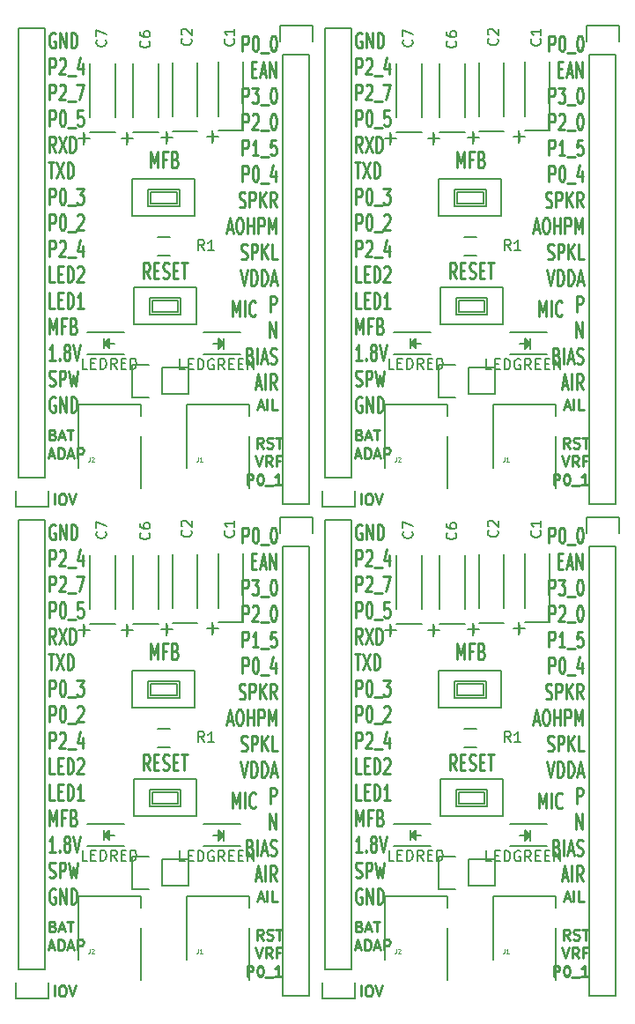
<source format=gbr>
G04 #@! TF.GenerationSoftware,KiCad,Pcbnew,5.0.0-rc2-dev-unknown-ce1bd4c~62~ubuntu16.04.1*
G04 #@! TF.CreationDate,2018-03-08T22:00:34+01:00*
G04 #@! TF.ProjectId,BM20_multi,424D32305F6D756C74692E6B69636164,rev?*
G04 #@! TF.SameCoordinates,Original*
G04 #@! TF.FileFunction,Legend,Top*
G04 #@! TF.FilePolarity,Positive*
%FSLAX46Y46*%
G04 Gerber Fmt 4.6, Leading zero omitted, Abs format (unit mm)*
G04 Created by KiCad (PCBNEW 5.0.0-rc2-dev-unknown-ce1bd4c~62~ubuntu16.04.1) date Thu Mar  8 22:00:34 2018*
%MOMM*%
%LPD*%
G01*
G04 APERTURE LIST*
%ADD10C,0.250000*%
%ADD11C,0.150000*%
%ADD12C,0.050800*%
G04 APERTURE END LIST*
D10*
X121915371Y-124452771D02*
X121915371Y-122952771D01*
X122248704Y-124024200D01*
X122582038Y-122952771D01*
X122582038Y-124452771D01*
X123058228Y-124452771D02*
X123058228Y-122952771D01*
X124105847Y-124309914D02*
X124058228Y-124381342D01*
X123915371Y-124452771D01*
X123820133Y-124452771D01*
X123677276Y-124381342D01*
X123582038Y-124238485D01*
X123534419Y-124095628D01*
X123486800Y-123809914D01*
X123486800Y-123595628D01*
X123534419Y-123309914D01*
X123582038Y-123167057D01*
X123677276Y-123024200D01*
X123820133Y-122952771D01*
X123915371Y-122952771D01*
X124058228Y-123024200D01*
X124105847Y-123095628D01*
X151379371Y-124478171D02*
X151379371Y-122978171D01*
X151712704Y-124049600D01*
X152046038Y-122978171D01*
X152046038Y-124478171D01*
X152522228Y-124478171D02*
X152522228Y-122978171D01*
X153569847Y-124335314D02*
X153522228Y-124406742D01*
X153379371Y-124478171D01*
X153284133Y-124478171D01*
X153141276Y-124406742D01*
X153046038Y-124263885D01*
X152998419Y-124121028D01*
X152950800Y-123835314D01*
X152950800Y-123621028D01*
X152998419Y-123335314D01*
X153046038Y-123192457D01*
X153141276Y-123049600D01*
X153284133Y-122978171D01*
X153379371Y-122978171D01*
X153522228Y-123049600D01*
X153569847Y-123121028D01*
X151353971Y-77208771D02*
X151353971Y-75708771D01*
X151687304Y-76780200D01*
X152020638Y-75708771D01*
X152020638Y-77208771D01*
X152496828Y-77208771D02*
X152496828Y-75708771D01*
X153544447Y-77065914D02*
X153496828Y-77137342D01*
X153353971Y-77208771D01*
X153258733Y-77208771D01*
X153115876Y-77137342D01*
X153020638Y-76994485D01*
X152973019Y-76851628D01*
X152925400Y-76565914D01*
X152925400Y-76351628D01*
X152973019Y-76065914D01*
X153020638Y-75923057D01*
X153115876Y-75780200D01*
X153258733Y-75708771D01*
X153353971Y-75708771D01*
X153496828Y-75780200D01*
X153544447Y-75851628D01*
X121889971Y-77208771D02*
X121889971Y-75708771D01*
X122223304Y-76780200D01*
X122556638Y-75708771D01*
X122556638Y-77208771D01*
X123032828Y-77208771D02*
X123032828Y-75708771D01*
X124080447Y-77065914D02*
X124032828Y-77137342D01*
X123889971Y-77208771D01*
X123794733Y-77208771D01*
X123651876Y-77137342D01*
X123556638Y-76994485D01*
X123509019Y-76851628D01*
X123461400Y-76565914D01*
X123461400Y-76351628D01*
X123509019Y-76065914D01*
X123556638Y-75923057D01*
X123651876Y-75780200D01*
X123794733Y-75708771D01*
X123889971Y-75708771D01*
X124032828Y-75780200D01*
X124080447Y-75851628D01*
X104632628Y-135819871D02*
X104775485Y-135867490D01*
X104823104Y-135915109D01*
X104870723Y-136010347D01*
X104870723Y-136153204D01*
X104823104Y-136248442D01*
X104775485Y-136296061D01*
X104680247Y-136343680D01*
X104299295Y-136343680D01*
X104299295Y-135343680D01*
X104632628Y-135343680D01*
X104727866Y-135391300D01*
X104775485Y-135438919D01*
X104823104Y-135534157D01*
X104823104Y-135629395D01*
X104775485Y-135724633D01*
X104727866Y-135772252D01*
X104632628Y-135819871D01*
X104299295Y-135819871D01*
X105251676Y-136057966D02*
X105727866Y-136057966D01*
X105156438Y-136343680D02*
X105489771Y-135343680D01*
X105823104Y-136343680D01*
X106013580Y-135343680D02*
X106585009Y-135343680D01*
X106299295Y-136343680D02*
X106299295Y-135343680D01*
X104251676Y-137807966D02*
X104727866Y-137807966D01*
X104156438Y-138093680D02*
X104489771Y-137093680D01*
X104823104Y-138093680D01*
X105156438Y-138093680D02*
X105156438Y-137093680D01*
X105394533Y-137093680D01*
X105537390Y-137141300D01*
X105632628Y-137236538D01*
X105680247Y-137331776D01*
X105727866Y-137522252D01*
X105727866Y-137665109D01*
X105680247Y-137855585D01*
X105632628Y-137950823D01*
X105537390Y-138046061D01*
X105394533Y-138093680D01*
X105156438Y-138093680D01*
X106108819Y-137807966D02*
X106585009Y-137807966D01*
X106013580Y-138093680D02*
X106346914Y-137093680D01*
X106680247Y-138093680D01*
X107013580Y-138093680D02*
X107013580Y-137093680D01*
X107394533Y-137093680D01*
X107489771Y-137141300D01*
X107537390Y-137188919D01*
X107585009Y-137284157D01*
X107585009Y-137427014D01*
X107537390Y-137522252D01*
X107489771Y-137569871D01*
X107394533Y-137617490D01*
X107013580Y-137617490D01*
X124831138Y-137106980D02*
X124497804Y-136630790D01*
X124259709Y-137106980D02*
X124259709Y-136106980D01*
X124640661Y-136106980D01*
X124735900Y-136154600D01*
X124783519Y-136202219D01*
X124831138Y-136297457D01*
X124831138Y-136440314D01*
X124783519Y-136535552D01*
X124735900Y-136583171D01*
X124640661Y-136630790D01*
X124259709Y-136630790D01*
X125212090Y-137059361D02*
X125354947Y-137106980D01*
X125593042Y-137106980D01*
X125688280Y-137059361D01*
X125735900Y-137011742D01*
X125783519Y-136916504D01*
X125783519Y-136821266D01*
X125735900Y-136726028D01*
X125688280Y-136678409D01*
X125593042Y-136630790D01*
X125402566Y-136583171D01*
X125307328Y-136535552D01*
X125259709Y-136487933D01*
X125212090Y-136392695D01*
X125212090Y-136297457D01*
X125259709Y-136202219D01*
X125307328Y-136154600D01*
X125402566Y-136106980D01*
X125640661Y-136106980D01*
X125783519Y-136154600D01*
X126069233Y-136106980D02*
X126640661Y-136106980D01*
X126354947Y-137106980D02*
X126354947Y-136106980D01*
X124116852Y-137856980D02*
X124450185Y-138856980D01*
X124783519Y-137856980D01*
X125688280Y-138856980D02*
X125354947Y-138380790D01*
X125116852Y-138856980D02*
X125116852Y-137856980D01*
X125497804Y-137856980D01*
X125593042Y-137904600D01*
X125640661Y-137952219D01*
X125688280Y-138047457D01*
X125688280Y-138190314D01*
X125640661Y-138285552D01*
X125593042Y-138333171D01*
X125497804Y-138380790D01*
X125116852Y-138380790D01*
X126450185Y-138333171D02*
X126116852Y-138333171D01*
X126116852Y-138856980D02*
X126116852Y-137856980D01*
X126593042Y-137856980D01*
X123307328Y-140606980D02*
X123307328Y-139606980D01*
X123688280Y-139606980D01*
X123783519Y-139654600D01*
X123831138Y-139702219D01*
X123878757Y-139797457D01*
X123878757Y-139940314D01*
X123831138Y-140035552D01*
X123783519Y-140083171D01*
X123688280Y-140130790D01*
X123307328Y-140130790D01*
X124497804Y-139606980D02*
X124593042Y-139606980D01*
X124688280Y-139654600D01*
X124735900Y-139702219D01*
X124783519Y-139797457D01*
X124831138Y-139987933D01*
X124831138Y-140226028D01*
X124783519Y-140416504D01*
X124735900Y-140511742D01*
X124688280Y-140559361D01*
X124593042Y-140606980D01*
X124497804Y-140606980D01*
X124402566Y-140559361D01*
X124354947Y-140511742D01*
X124307328Y-140416504D01*
X124259709Y-140226028D01*
X124259709Y-139987933D01*
X124307328Y-139797457D01*
X124354947Y-139702219D01*
X124402566Y-139654600D01*
X124497804Y-139606980D01*
X125021614Y-140702219D02*
X125783519Y-140702219D01*
X126545423Y-140606980D02*
X125973995Y-140606980D01*
X126259709Y-140606980D02*
X126259709Y-139606980D01*
X126164471Y-139749838D01*
X126069233Y-139845076D01*
X125973995Y-139892695D01*
X104775119Y-142501880D02*
X104775119Y-141501880D01*
X105441785Y-141501880D02*
X105632261Y-141501880D01*
X105727500Y-141549500D01*
X105822738Y-141644738D01*
X105870357Y-141835214D01*
X105870357Y-142168547D01*
X105822738Y-142359023D01*
X105727500Y-142454261D01*
X105632261Y-142501880D01*
X105441785Y-142501880D01*
X105346547Y-142454261D01*
X105251309Y-142359023D01*
X105203690Y-142168547D01*
X105203690Y-141835214D01*
X105251309Y-141644738D01*
X105346547Y-141549500D01*
X105441785Y-141501880D01*
X106156071Y-141501880D02*
X106489404Y-142501880D01*
X106822738Y-141501880D01*
X113914419Y-120820571D02*
X113581085Y-120106285D01*
X113342990Y-120820571D02*
X113342990Y-119320571D01*
X113723942Y-119320571D01*
X113819180Y-119392000D01*
X113866800Y-119463428D01*
X113914419Y-119606285D01*
X113914419Y-119820571D01*
X113866800Y-119963428D01*
X113819180Y-120034857D01*
X113723942Y-120106285D01*
X113342990Y-120106285D01*
X114342990Y-120034857D02*
X114676323Y-120034857D01*
X114819180Y-120820571D02*
X114342990Y-120820571D01*
X114342990Y-119320571D01*
X114819180Y-119320571D01*
X115200133Y-120749142D02*
X115342990Y-120820571D01*
X115581085Y-120820571D01*
X115676323Y-120749142D01*
X115723942Y-120677714D01*
X115771561Y-120534857D01*
X115771561Y-120392000D01*
X115723942Y-120249142D01*
X115676323Y-120177714D01*
X115581085Y-120106285D01*
X115390609Y-120034857D01*
X115295371Y-119963428D01*
X115247752Y-119892000D01*
X115200133Y-119749142D01*
X115200133Y-119606285D01*
X115247752Y-119463428D01*
X115295371Y-119392000D01*
X115390609Y-119320571D01*
X115628704Y-119320571D01*
X115771561Y-119392000D01*
X116200133Y-120034857D02*
X116533466Y-120034857D01*
X116676323Y-120820571D02*
X116200133Y-120820571D01*
X116200133Y-119320571D01*
X116676323Y-119320571D01*
X116962038Y-119320571D02*
X117533466Y-119320571D01*
X117247752Y-120820571D02*
X117247752Y-119320571D01*
X114054095Y-110152571D02*
X114054095Y-108652571D01*
X114387428Y-109724000D01*
X114720761Y-108652571D01*
X114720761Y-110152571D01*
X115530285Y-109366857D02*
X115196952Y-109366857D01*
X115196952Y-110152571D02*
X115196952Y-108652571D01*
X115673142Y-108652571D01*
X116387428Y-109366857D02*
X116530285Y-109438285D01*
X116577904Y-109509714D01*
X116625523Y-109652571D01*
X116625523Y-109866857D01*
X116577904Y-110009714D01*
X116530285Y-110081142D01*
X116435047Y-110152571D01*
X116054095Y-110152571D01*
X116054095Y-108652571D01*
X116387428Y-108652571D01*
X116482666Y-108724000D01*
X116530285Y-108795428D01*
X116577904Y-108938285D01*
X116577904Y-109081142D01*
X116530285Y-109224000D01*
X116482666Y-109295428D01*
X116387428Y-109366857D01*
X116054095Y-109366857D01*
X122862828Y-98982571D02*
X122862828Y-97482571D01*
X123243780Y-97482571D01*
X123339019Y-97554000D01*
X123386638Y-97625428D01*
X123434257Y-97768285D01*
X123434257Y-97982571D01*
X123386638Y-98125428D01*
X123339019Y-98196857D01*
X123243780Y-98268285D01*
X122862828Y-98268285D01*
X124053304Y-97482571D02*
X124148542Y-97482571D01*
X124243780Y-97554000D01*
X124291400Y-97625428D01*
X124339019Y-97768285D01*
X124386638Y-98054000D01*
X124386638Y-98411142D01*
X124339019Y-98696857D01*
X124291400Y-98839714D01*
X124243780Y-98911142D01*
X124148542Y-98982571D01*
X124053304Y-98982571D01*
X123958066Y-98911142D01*
X123910447Y-98839714D01*
X123862828Y-98696857D01*
X123815209Y-98411142D01*
X123815209Y-98054000D01*
X123862828Y-97768285D01*
X123910447Y-97625428D01*
X123958066Y-97554000D01*
X124053304Y-97482571D01*
X124577114Y-99125428D02*
X125339019Y-99125428D01*
X125767590Y-97482571D02*
X125862828Y-97482571D01*
X125958066Y-97554000D01*
X126005685Y-97625428D01*
X126053304Y-97768285D01*
X126100923Y-98054000D01*
X126100923Y-98411142D01*
X126053304Y-98696857D01*
X126005685Y-98839714D01*
X125958066Y-98911142D01*
X125862828Y-98982571D01*
X125767590Y-98982571D01*
X125672352Y-98911142D01*
X125624733Y-98839714D01*
X125577114Y-98696857D01*
X125529495Y-98411142D01*
X125529495Y-98054000D01*
X125577114Y-97768285D01*
X125624733Y-97625428D01*
X125672352Y-97554000D01*
X125767590Y-97482571D01*
X123719971Y-100696857D02*
X124053304Y-100696857D01*
X124196161Y-101482571D02*
X123719971Y-101482571D01*
X123719971Y-99982571D01*
X124196161Y-99982571D01*
X124577114Y-101054000D02*
X125053304Y-101054000D01*
X124481876Y-101482571D02*
X124815209Y-99982571D01*
X125148542Y-101482571D01*
X125481876Y-101482571D02*
X125481876Y-99982571D01*
X126053304Y-101482571D01*
X126053304Y-99982571D01*
X122862828Y-103982571D02*
X122862828Y-102482571D01*
X123243780Y-102482571D01*
X123339019Y-102554000D01*
X123386638Y-102625428D01*
X123434257Y-102768285D01*
X123434257Y-102982571D01*
X123386638Y-103125428D01*
X123339019Y-103196857D01*
X123243780Y-103268285D01*
X122862828Y-103268285D01*
X123767590Y-102482571D02*
X124386638Y-102482571D01*
X124053304Y-103054000D01*
X124196161Y-103054000D01*
X124291400Y-103125428D01*
X124339019Y-103196857D01*
X124386638Y-103339714D01*
X124386638Y-103696857D01*
X124339019Y-103839714D01*
X124291400Y-103911142D01*
X124196161Y-103982571D01*
X123910447Y-103982571D01*
X123815209Y-103911142D01*
X123767590Y-103839714D01*
X124577114Y-104125428D02*
X125339019Y-104125428D01*
X125767590Y-102482571D02*
X125862828Y-102482571D01*
X125958066Y-102554000D01*
X126005685Y-102625428D01*
X126053304Y-102768285D01*
X126100923Y-103054000D01*
X126100923Y-103411142D01*
X126053304Y-103696857D01*
X126005685Y-103839714D01*
X125958066Y-103911142D01*
X125862828Y-103982571D01*
X125767590Y-103982571D01*
X125672352Y-103911142D01*
X125624733Y-103839714D01*
X125577114Y-103696857D01*
X125529495Y-103411142D01*
X125529495Y-103054000D01*
X125577114Y-102768285D01*
X125624733Y-102625428D01*
X125672352Y-102554000D01*
X125767590Y-102482571D01*
X122862828Y-106482571D02*
X122862828Y-104982571D01*
X123243780Y-104982571D01*
X123339019Y-105054000D01*
X123386638Y-105125428D01*
X123434257Y-105268285D01*
X123434257Y-105482571D01*
X123386638Y-105625428D01*
X123339019Y-105696857D01*
X123243780Y-105768285D01*
X122862828Y-105768285D01*
X123815209Y-105125428D02*
X123862828Y-105054000D01*
X123958066Y-104982571D01*
X124196161Y-104982571D01*
X124291400Y-105054000D01*
X124339019Y-105125428D01*
X124386638Y-105268285D01*
X124386638Y-105411142D01*
X124339019Y-105625428D01*
X123767590Y-106482571D01*
X124386638Y-106482571D01*
X124577114Y-106625428D02*
X125339019Y-106625428D01*
X125767590Y-104982571D02*
X125862828Y-104982571D01*
X125958066Y-105054000D01*
X126005685Y-105125428D01*
X126053304Y-105268285D01*
X126100923Y-105554000D01*
X126100923Y-105911142D01*
X126053304Y-106196857D01*
X126005685Y-106339714D01*
X125958066Y-106411142D01*
X125862828Y-106482571D01*
X125767590Y-106482571D01*
X125672352Y-106411142D01*
X125624733Y-106339714D01*
X125577114Y-106196857D01*
X125529495Y-105911142D01*
X125529495Y-105554000D01*
X125577114Y-105268285D01*
X125624733Y-105125428D01*
X125672352Y-105054000D01*
X125767590Y-104982571D01*
X122862828Y-108982571D02*
X122862828Y-107482571D01*
X123243780Y-107482571D01*
X123339019Y-107554000D01*
X123386638Y-107625428D01*
X123434257Y-107768285D01*
X123434257Y-107982571D01*
X123386638Y-108125428D01*
X123339019Y-108196857D01*
X123243780Y-108268285D01*
X122862828Y-108268285D01*
X124386638Y-108982571D02*
X123815209Y-108982571D01*
X124100923Y-108982571D02*
X124100923Y-107482571D01*
X124005685Y-107696857D01*
X123910447Y-107839714D01*
X123815209Y-107911142D01*
X124577114Y-109125428D02*
X125339019Y-109125428D01*
X126053304Y-107482571D02*
X125577114Y-107482571D01*
X125529495Y-108196857D01*
X125577114Y-108125428D01*
X125672352Y-108054000D01*
X125910447Y-108054000D01*
X126005685Y-108125428D01*
X126053304Y-108196857D01*
X126100923Y-108339714D01*
X126100923Y-108696857D01*
X126053304Y-108839714D01*
X126005685Y-108911142D01*
X125910447Y-108982571D01*
X125672352Y-108982571D01*
X125577114Y-108911142D01*
X125529495Y-108839714D01*
X122862828Y-111482571D02*
X122862828Y-109982571D01*
X123243780Y-109982571D01*
X123339019Y-110054000D01*
X123386638Y-110125428D01*
X123434257Y-110268285D01*
X123434257Y-110482571D01*
X123386638Y-110625428D01*
X123339019Y-110696857D01*
X123243780Y-110768285D01*
X122862828Y-110768285D01*
X124053304Y-109982571D02*
X124148542Y-109982571D01*
X124243780Y-110054000D01*
X124291400Y-110125428D01*
X124339019Y-110268285D01*
X124386638Y-110554000D01*
X124386638Y-110911142D01*
X124339019Y-111196857D01*
X124291400Y-111339714D01*
X124243780Y-111411142D01*
X124148542Y-111482571D01*
X124053304Y-111482571D01*
X123958066Y-111411142D01*
X123910447Y-111339714D01*
X123862828Y-111196857D01*
X123815209Y-110911142D01*
X123815209Y-110554000D01*
X123862828Y-110268285D01*
X123910447Y-110125428D01*
X123958066Y-110054000D01*
X124053304Y-109982571D01*
X124577114Y-111625428D02*
X125339019Y-111625428D01*
X126005685Y-110482571D02*
X126005685Y-111482571D01*
X125767590Y-109911142D02*
X125529495Y-110982571D01*
X126148542Y-110982571D01*
X122529495Y-113911142D02*
X122672352Y-113982571D01*
X122910447Y-113982571D01*
X123005685Y-113911142D01*
X123053304Y-113839714D01*
X123100923Y-113696857D01*
X123100923Y-113554000D01*
X123053304Y-113411142D01*
X123005685Y-113339714D01*
X122910447Y-113268285D01*
X122719971Y-113196857D01*
X122624733Y-113125428D01*
X122577114Y-113054000D01*
X122529495Y-112911142D01*
X122529495Y-112768285D01*
X122577114Y-112625428D01*
X122624733Y-112554000D01*
X122719971Y-112482571D01*
X122958066Y-112482571D01*
X123100923Y-112554000D01*
X123529495Y-113982571D02*
X123529495Y-112482571D01*
X123910447Y-112482571D01*
X124005685Y-112554000D01*
X124053304Y-112625428D01*
X124100923Y-112768285D01*
X124100923Y-112982571D01*
X124053304Y-113125428D01*
X124005685Y-113196857D01*
X123910447Y-113268285D01*
X123529495Y-113268285D01*
X124529495Y-113982571D02*
X124529495Y-112482571D01*
X125100923Y-113982571D02*
X124672352Y-113125428D01*
X125100923Y-112482571D02*
X124529495Y-113339714D01*
X126100923Y-113982571D02*
X125767590Y-113268285D01*
X125529495Y-113982571D02*
X125529495Y-112482571D01*
X125910447Y-112482571D01*
X126005685Y-112554000D01*
X126053304Y-112625428D01*
X126100923Y-112768285D01*
X126100923Y-112982571D01*
X126053304Y-113125428D01*
X126005685Y-113196857D01*
X125910447Y-113268285D01*
X125529495Y-113268285D01*
X121386638Y-116054000D02*
X121862828Y-116054000D01*
X121291400Y-116482571D02*
X121624733Y-114982571D01*
X121958066Y-116482571D01*
X122481876Y-114982571D02*
X122672352Y-114982571D01*
X122767590Y-115054000D01*
X122862828Y-115196857D01*
X122910447Y-115482571D01*
X122910447Y-115982571D01*
X122862828Y-116268285D01*
X122767590Y-116411142D01*
X122672352Y-116482571D01*
X122481876Y-116482571D01*
X122386638Y-116411142D01*
X122291400Y-116268285D01*
X122243780Y-115982571D01*
X122243780Y-115482571D01*
X122291400Y-115196857D01*
X122386638Y-115054000D01*
X122481876Y-114982571D01*
X123339019Y-116482571D02*
X123339019Y-114982571D01*
X123339019Y-115696857D02*
X123910447Y-115696857D01*
X123910447Y-116482571D02*
X123910447Y-114982571D01*
X124386638Y-116482571D02*
X124386638Y-114982571D01*
X124767590Y-114982571D01*
X124862828Y-115054000D01*
X124910447Y-115125428D01*
X124958066Y-115268285D01*
X124958066Y-115482571D01*
X124910447Y-115625428D01*
X124862828Y-115696857D01*
X124767590Y-115768285D01*
X124386638Y-115768285D01*
X125386638Y-116482571D02*
X125386638Y-114982571D01*
X125719971Y-116054000D01*
X126053304Y-114982571D01*
X126053304Y-116482571D01*
X122719971Y-118911142D02*
X122862828Y-118982571D01*
X123100923Y-118982571D01*
X123196161Y-118911142D01*
X123243780Y-118839714D01*
X123291400Y-118696857D01*
X123291400Y-118554000D01*
X123243780Y-118411142D01*
X123196161Y-118339714D01*
X123100923Y-118268285D01*
X122910447Y-118196857D01*
X122815209Y-118125428D01*
X122767590Y-118054000D01*
X122719971Y-117911142D01*
X122719971Y-117768285D01*
X122767590Y-117625428D01*
X122815209Y-117554000D01*
X122910447Y-117482571D01*
X123148542Y-117482571D01*
X123291400Y-117554000D01*
X123719971Y-118982571D02*
X123719971Y-117482571D01*
X124100923Y-117482571D01*
X124196161Y-117554000D01*
X124243780Y-117625428D01*
X124291400Y-117768285D01*
X124291400Y-117982571D01*
X124243780Y-118125428D01*
X124196161Y-118196857D01*
X124100923Y-118268285D01*
X123719971Y-118268285D01*
X124719971Y-118982571D02*
X124719971Y-117482571D01*
X125291400Y-118982571D02*
X124862828Y-118125428D01*
X125291400Y-117482571D02*
X124719971Y-118339714D01*
X126196161Y-118982571D02*
X125719971Y-118982571D01*
X125719971Y-117482571D01*
X122672352Y-119982571D02*
X123005685Y-121482571D01*
X123339019Y-119982571D01*
X123672352Y-121482571D02*
X123672352Y-119982571D01*
X123910447Y-119982571D01*
X124053304Y-120054000D01*
X124148542Y-120196857D01*
X124196161Y-120339714D01*
X124243780Y-120625428D01*
X124243780Y-120839714D01*
X124196161Y-121125428D01*
X124148542Y-121268285D01*
X124053304Y-121411142D01*
X123910447Y-121482571D01*
X123672352Y-121482571D01*
X124672352Y-121482571D02*
X124672352Y-119982571D01*
X124910447Y-119982571D01*
X125053304Y-120054000D01*
X125148542Y-120196857D01*
X125196161Y-120339714D01*
X125243780Y-120625428D01*
X125243780Y-120839714D01*
X125196161Y-121125428D01*
X125148542Y-121268285D01*
X125053304Y-121411142D01*
X124910447Y-121482571D01*
X124672352Y-121482571D01*
X125624733Y-121054000D02*
X126100923Y-121054000D01*
X125529495Y-121482571D02*
X125862828Y-119982571D01*
X126196161Y-121482571D01*
X125529495Y-123982571D02*
X125529495Y-122482571D01*
X125910447Y-122482571D01*
X126005685Y-122554000D01*
X126053304Y-122625428D01*
X126100923Y-122768285D01*
X126100923Y-122982571D01*
X126053304Y-123125428D01*
X126005685Y-123196857D01*
X125910447Y-123268285D01*
X125529495Y-123268285D01*
X125481876Y-126482571D02*
X125481876Y-124982571D01*
X126053304Y-126482571D01*
X126053304Y-124982571D01*
X123577114Y-128196857D02*
X123719971Y-128268285D01*
X123767590Y-128339714D01*
X123815209Y-128482571D01*
X123815209Y-128696857D01*
X123767590Y-128839714D01*
X123719971Y-128911142D01*
X123624733Y-128982571D01*
X123243780Y-128982571D01*
X123243780Y-127482571D01*
X123577114Y-127482571D01*
X123672352Y-127554000D01*
X123719971Y-127625428D01*
X123767590Y-127768285D01*
X123767590Y-127911142D01*
X123719971Y-128054000D01*
X123672352Y-128125428D01*
X123577114Y-128196857D01*
X123243780Y-128196857D01*
X124243780Y-128982571D02*
X124243780Y-127482571D01*
X124672352Y-128554000D02*
X125148542Y-128554000D01*
X124577114Y-128982571D02*
X124910447Y-127482571D01*
X125243780Y-128982571D01*
X125529495Y-128911142D02*
X125672352Y-128982571D01*
X125910447Y-128982571D01*
X126005685Y-128911142D01*
X126053304Y-128839714D01*
X126100923Y-128696857D01*
X126100923Y-128554000D01*
X126053304Y-128411142D01*
X126005685Y-128339714D01*
X125910447Y-128268285D01*
X125719971Y-128196857D01*
X125624733Y-128125428D01*
X125577114Y-128054000D01*
X125529495Y-127911142D01*
X125529495Y-127768285D01*
X125577114Y-127625428D01*
X125624733Y-127554000D01*
X125719971Y-127482571D01*
X125958066Y-127482571D01*
X126100923Y-127554000D01*
X124148542Y-131054000D02*
X124624733Y-131054000D01*
X124053304Y-131482571D02*
X124386638Y-129982571D01*
X124719971Y-131482571D01*
X125053304Y-131482571D02*
X125053304Y-129982571D01*
X126100923Y-131482571D02*
X125767590Y-130768285D01*
X125529495Y-131482571D02*
X125529495Y-129982571D01*
X125910447Y-129982571D01*
X126005685Y-130054000D01*
X126053304Y-130125428D01*
X126100923Y-130268285D01*
X126100923Y-130482571D01*
X126053304Y-130625428D01*
X126005685Y-130696857D01*
X125910447Y-130768285D01*
X125529495Y-130768285D01*
X104835804Y-97231100D02*
X104740566Y-97159671D01*
X104597709Y-97159671D01*
X104454852Y-97231100D01*
X104359614Y-97373957D01*
X104311995Y-97516814D01*
X104264376Y-97802528D01*
X104264376Y-98016814D01*
X104311995Y-98302528D01*
X104359614Y-98445385D01*
X104454852Y-98588242D01*
X104597709Y-98659671D01*
X104692947Y-98659671D01*
X104835804Y-98588242D01*
X104883423Y-98516814D01*
X104883423Y-98016814D01*
X104692947Y-98016814D01*
X105311995Y-98659671D02*
X105311995Y-97159671D01*
X105883423Y-98659671D01*
X105883423Y-97159671D01*
X106359614Y-98659671D02*
X106359614Y-97159671D01*
X106597709Y-97159671D01*
X106740566Y-97231100D01*
X106835804Y-97373957D01*
X106883423Y-97516814D01*
X106931042Y-97802528D01*
X106931042Y-98016814D01*
X106883423Y-98302528D01*
X106835804Y-98445385D01*
X106740566Y-98588242D01*
X106597709Y-98659671D01*
X106359614Y-98659671D01*
X104311995Y-101159671D02*
X104311995Y-99659671D01*
X104692947Y-99659671D01*
X104788185Y-99731100D01*
X104835804Y-99802528D01*
X104883423Y-99945385D01*
X104883423Y-100159671D01*
X104835804Y-100302528D01*
X104788185Y-100373957D01*
X104692947Y-100445385D01*
X104311995Y-100445385D01*
X105264376Y-99802528D02*
X105311995Y-99731100D01*
X105407233Y-99659671D01*
X105645328Y-99659671D01*
X105740566Y-99731100D01*
X105788185Y-99802528D01*
X105835804Y-99945385D01*
X105835804Y-100088242D01*
X105788185Y-100302528D01*
X105216757Y-101159671D01*
X105835804Y-101159671D01*
X106026280Y-101302528D02*
X106788185Y-101302528D01*
X107454852Y-100159671D02*
X107454852Y-101159671D01*
X107216757Y-99588242D02*
X106978661Y-100659671D01*
X107597709Y-100659671D01*
X104311995Y-103659671D02*
X104311995Y-102159671D01*
X104692947Y-102159671D01*
X104788185Y-102231100D01*
X104835804Y-102302528D01*
X104883423Y-102445385D01*
X104883423Y-102659671D01*
X104835804Y-102802528D01*
X104788185Y-102873957D01*
X104692947Y-102945385D01*
X104311995Y-102945385D01*
X105264376Y-102302528D02*
X105311995Y-102231100D01*
X105407233Y-102159671D01*
X105645328Y-102159671D01*
X105740566Y-102231100D01*
X105788185Y-102302528D01*
X105835804Y-102445385D01*
X105835804Y-102588242D01*
X105788185Y-102802528D01*
X105216757Y-103659671D01*
X105835804Y-103659671D01*
X106026280Y-103802528D02*
X106788185Y-103802528D01*
X106931042Y-102159671D02*
X107597709Y-102159671D01*
X107169138Y-103659671D01*
X104311995Y-106159671D02*
X104311995Y-104659671D01*
X104692947Y-104659671D01*
X104788185Y-104731100D01*
X104835804Y-104802528D01*
X104883423Y-104945385D01*
X104883423Y-105159671D01*
X104835804Y-105302528D01*
X104788185Y-105373957D01*
X104692947Y-105445385D01*
X104311995Y-105445385D01*
X105502471Y-104659671D02*
X105597709Y-104659671D01*
X105692947Y-104731100D01*
X105740566Y-104802528D01*
X105788185Y-104945385D01*
X105835804Y-105231100D01*
X105835804Y-105588242D01*
X105788185Y-105873957D01*
X105740566Y-106016814D01*
X105692947Y-106088242D01*
X105597709Y-106159671D01*
X105502471Y-106159671D01*
X105407233Y-106088242D01*
X105359614Y-106016814D01*
X105311995Y-105873957D01*
X105264376Y-105588242D01*
X105264376Y-105231100D01*
X105311995Y-104945385D01*
X105359614Y-104802528D01*
X105407233Y-104731100D01*
X105502471Y-104659671D01*
X106026280Y-106302528D02*
X106788185Y-106302528D01*
X107502471Y-104659671D02*
X107026280Y-104659671D01*
X106978661Y-105373957D01*
X107026280Y-105302528D01*
X107121519Y-105231100D01*
X107359614Y-105231100D01*
X107454852Y-105302528D01*
X107502471Y-105373957D01*
X107550090Y-105516814D01*
X107550090Y-105873957D01*
X107502471Y-106016814D01*
X107454852Y-106088242D01*
X107359614Y-106159671D01*
X107121519Y-106159671D01*
X107026280Y-106088242D01*
X106978661Y-106016814D01*
X104883423Y-108659671D02*
X104550090Y-107945385D01*
X104311995Y-108659671D02*
X104311995Y-107159671D01*
X104692947Y-107159671D01*
X104788185Y-107231100D01*
X104835804Y-107302528D01*
X104883423Y-107445385D01*
X104883423Y-107659671D01*
X104835804Y-107802528D01*
X104788185Y-107873957D01*
X104692947Y-107945385D01*
X104311995Y-107945385D01*
X105216757Y-107159671D02*
X105883423Y-108659671D01*
X105883423Y-107159671D02*
X105216757Y-108659671D01*
X106264376Y-108659671D02*
X106264376Y-107159671D01*
X106502471Y-107159671D01*
X106645328Y-107231100D01*
X106740566Y-107373957D01*
X106788185Y-107516814D01*
X106835804Y-107802528D01*
X106835804Y-108016814D01*
X106788185Y-108302528D01*
X106740566Y-108445385D01*
X106645328Y-108588242D01*
X106502471Y-108659671D01*
X106264376Y-108659671D01*
X104169138Y-109659671D02*
X104740566Y-109659671D01*
X104454852Y-111159671D02*
X104454852Y-109659671D01*
X104978661Y-109659671D02*
X105645328Y-111159671D01*
X105645328Y-109659671D02*
X104978661Y-111159671D01*
X106026280Y-111159671D02*
X106026280Y-109659671D01*
X106264376Y-109659671D01*
X106407233Y-109731100D01*
X106502471Y-109873957D01*
X106550090Y-110016814D01*
X106597709Y-110302528D01*
X106597709Y-110516814D01*
X106550090Y-110802528D01*
X106502471Y-110945385D01*
X106407233Y-111088242D01*
X106264376Y-111159671D01*
X106026280Y-111159671D01*
X104311995Y-113659671D02*
X104311995Y-112159671D01*
X104692947Y-112159671D01*
X104788185Y-112231100D01*
X104835804Y-112302528D01*
X104883423Y-112445385D01*
X104883423Y-112659671D01*
X104835804Y-112802528D01*
X104788185Y-112873957D01*
X104692947Y-112945385D01*
X104311995Y-112945385D01*
X105502471Y-112159671D02*
X105597709Y-112159671D01*
X105692947Y-112231100D01*
X105740566Y-112302528D01*
X105788185Y-112445385D01*
X105835804Y-112731100D01*
X105835804Y-113088242D01*
X105788185Y-113373957D01*
X105740566Y-113516814D01*
X105692947Y-113588242D01*
X105597709Y-113659671D01*
X105502471Y-113659671D01*
X105407233Y-113588242D01*
X105359614Y-113516814D01*
X105311995Y-113373957D01*
X105264376Y-113088242D01*
X105264376Y-112731100D01*
X105311995Y-112445385D01*
X105359614Y-112302528D01*
X105407233Y-112231100D01*
X105502471Y-112159671D01*
X106026280Y-113802528D02*
X106788185Y-113802528D01*
X106931042Y-112159671D02*
X107550090Y-112159671D01*
X107216757Y-112731100D01*
X107359614Y-112731100D01*
X107454852Y-112802528D01*
X107502471Y-112873957D01*
X107550090Y-113016814D01*
X107550090Y-113373957D01*
X107502471Y-113516814D01*
X107454852Y-113588242D01*
X107359614Y-113659671D01*
X107073900Y-113659671D01*
X106978661Y-113588242D01*
X106931042Y-113516814D01*
X104311995Y-116159671D02*
X104311995Y-114659671D01*
X104692947Y-114659671D01*
X104788185Y-114731100D01*
X104835804Y-114802528D01*
X104883423Y-114945385D01*
X104883423Y-115159671D01*
X104835804Y-115302528D01*
X104788185Y-115373957D01*
X104692947Y-115445385D01*
X104311995Y-115445385D01*
X105502471Y-114659671D02*
X105597709Y-114659671D01*
X105692947Y-114731100D01*
X105740566Y-114802528D01*
X105788185Y-114945385D01*
X105835804Y-115231100D01*
X105835804Y-115588242D01*
X105788185Y-115873957D01*
X105740566Y-116016814D01*
X105692947Y-116088242D01*
X105597709Y-116159671D01*
X105502471Y-116159671D01*
X105407233Y-116088242D01*
X105359614Y-116016814D01*
X105311995Y-115873957D01*
X105264376Y-115588242D01*
X105264376Y-115231100D01*
X105311995Y-114945385D01*
X105359614Y-114802528D01*
X105407233Y-114731100D01*
X105502471Y-114659671D01*
X106026280Y-116302528D02*
X106788185Y-116302528D01*
X106978661Y-114802528D02*
X107026280Y-114731100D01*
X107121519Y-114659671D01*
X107359614Y-114659671D01*
X107454852Y-114731100D01*
X107502471Y-114802528D01*
X107550090Y-114945385D01*
X107550090Y-115088242D01*
X107502471Y-115302528D01*
X106931042Y-116159671D01*
X107550090Y-116159671D01*
X104311995Y-118659671D02*
X104311995Y-117159671D01*
X104692947Y-117159671D01*
X104788185Y-117231100D01*
X104835804Y-117302528D01*
X104883423Y-117445385D01*
X104883423Y-117659671D01*
X104835804Y-117802528D01*
X104788185Y-117873957D01*
X104692947Y-117945385D01*
X104311995Y-117945385D01*
X105264376Y-117302528D02*
X105311995Y-117231100D01*
X105407233Y-117159671D01*
X105645328Y-117159671D01*
X105740566Y-117231100D01*
X105788185Y-117302528D01*
X105835804Y-117445385D01*
X105835804Y-117588242D01*
X105788185Y-117802528D01*
X105216757Y-118659671D01*
X105835804Y-118659671D01*
X106026280Y-118802528D02*
X106788185Y-118802528D01*
X107454852Y-117659671D02*
X107454852Y-118659671D01*
X107216757Y-117088242D02*
X106978661Y-118159671D01*
X107597709Y-118159671D01*
X104788185Y-121159671D02*
X104311995Y-121159671D01*
X104311995Y-119659671D01*
X105121519Y-120373957D02*
X105454852Y-120373957D01*
X105597709Y-121159671D02*
X105121519Y-121159671D01*
X105121519Y-119659671D01*
X105597709Y-119659671D01*
X106026280Y-121159671D02*
X106026280Y-119659671D01*
X106264376Y-119659671D01*
X106407233Y-119731100D01*
X106502471Y-119873957D01*
X106550090Y-120016814D01*
X106597709Y-120302528D01*
X106597709Y-120516814D01*
X106550090Y-120802528D01*
X106502471Y-120945385D01*
X106407233Y-121088242D01*
X106264376Y-121159671D01*
X106026280Y-121159671D01*
X106978661Y-119802528D02*
X107026280Y-119731100D01*
X107121519Y-119659671D01*
X107359614Y-119659671D01*
X107454852Y-119731100D01*
X107502471Y-119802528D01*
X107550090Y-119945385D01*
X107550090Y-120088242D01*
X107502471Y-120302528D01*
X106931042Y-121159671D01*
X107550090Y-121159671D01*
X104788185Y-123659671D02*
X104311995Y-123659671D01*
X104311995Y-122159671D01*
X105121519Y-122873957D02*
X105454852Y-122873957D01*
X105597709Y-123659671D02*
X105121519Y-123659671D01*
X105121519Y-122159671D01*
X105597709Y-122159671D01*
X106026280Y-123659671D02*
X106026280Y-122159671D01*
X106264376Y-122159671D01*
X106407233Y-122231100D01*
X106502471Y-122373957D01*
X106550090Y-122516814D01*
X106597709Y-122802528D01*
X106597709Y-123016814D01*
X106550090Y-123302528D01*
X106502471Y-123445385D01*
X106407233Y-123588242D01*
X106264376Y-123659671D01*
X106026280Y-123659671D01*
X107550090Y-123659671D02*
X106978661Y-123659671D01*
X107264376Y-123659671D02*
X107264376Y-122159671D01*
X107169138Y-122373957D01*
X107073900Y-122516814D01*
X106978661Y-122588242D01*
X104311995Y-126159671D02*
X104311995Y-124659671D01*
X104645328Y-125731100D01*
X104978661Y-124659671D01*
X104978661Y-126159671D01*
X105788185Y-125373957D02*
X105454852Y-125373957D01*
X105454852Y-126159671D02*
X105454852Y-124659671D01*
X105931042Y-124659671D01*
X106645328Y-125373957D02*
X106788185Y-125445385D01*
X106835804Y-125516814D01*
X106883423Y-125659671D01*
X106883423Y-125873957D01*
X106835804Y-126016814D01*
X106788185Y-126088242D01*
X106692947Y-126159671D01*
X106311995Y-126159671D01*
X106311995Y-124659671D01*
X106645328Y-124659671D01*
X106740566Y-124731100D01*
X106788185Y-124802528D01*
X106835804Y-124945385D01*
X106835804Y-125088242D01*
X106788185Y-125231100D01*
X106740566Y-125302528D01*
X106645328Y-125373957D01*
X106311995Y-125373957D01*
X104835804Y-128659671D02*
X104264376Y-128659671D01*
X104550090Y-128659671D02*
X104550090Y-127159671D01*
X104454852Y-127373957D01*
X104359614Y-127516814D01*
X104264376Y-127588242D01*
X105264376Y-128516814D02*
X105311995Y-128588242D01*
X105264376Y-128659671D01*
X105216757Y-128588242D01*
X105264376Y-128516814D01*
X105264376Y-128659671D01*
X105883423Y-127802528D02*
X105788185Y-127731100D01*
X105740566Y-127659671D01*
X105692947Y-127516814D01*
X105692947Y-127445385D01*
X105740566Y-127302528D01*
X105788185Y-127231100D01*
X105883423Y-127159671D01*
X106073900Y-127159671D01*
X106169138Y-127231100D01*
X106216757Y-127302528D01*
X106264376Y-127445385D01*
X106264376Y-127516814D01*
X106216757Y-127659671D01*
X106169138Y-127731100D01*
X106073900Y-127802528D01*
X105883423Y-127802528D01*
X105788185Y-127873957D01*
X105740566Y-127945385D01*
X105692947Y-128088242D01*
X105692947Y-128373957D01*
X105740566Y-128516814D01*
X105788185Y-128588242D01*
X105883423Y-128659671D01*
X106073900Y-128659671D01*
X106169138Y-128588242D01*
X106216757Y-128516814D01*
X106264376Y-128373957D01*
X106264376Y-128088242D01*
X106216757Y-127945385D01*
X106169138Y-127873957D01*
X106073900Y-127802528D01*
X106550090Y-127159671D02*
X106883423Y-128659671D01*
X107216757Y-127159671D01*
X104264376Y-131088242D02*
X104407233Y-131159671D01*
X104645328Y-131159671D01*
X104740566Y-131088242D01*
X104788185Y-131016814D01*
X104835804Y-130873957D01*
X104835804Y-130731100D01*
X104788185Y-130588242D01*
X104740566Y-130516814D01*
X104645328Y-130445385D01*
X104454852Y-130373957D01*
X104359614Y-130302528D01*
X104311995Y-130231100D01*
X104264376Y-130088242D01*
X104264376Y-129945385D01*
X104311995Y-129802528D01*
X104359614Y-129731100D01*
X104454852Y-129659671D01*
X104692947Y-129659671D01*
X104835804Y-129731100D01*
X105264376Y-131159671D02*
X105264376Y-129659671D01*
X105645328Y-129659671D01*
X105740566Y-129731100D01*
X105788185Y-129802528D01*
X105835804Y-129945385D01*
X105835804Y-130159671D01*
X105788185Y-130302528D01*
X105740566Y-130373957D01*
X105645328Y-130445385D01*
X105264376Y-130445385D01*
X106169138Y-129659671D02*
X106407233Y-131159671D01*
X106597709Y-130088242D01*
X106788185Y-131159671D01*
X107026280Y-129659671D01*
X104835804Y-132231100D02*
X104740566Y-132159671D01*
X104597709Y-132159671D01*
X104454852Y-132231100D01*
X104359614Y-132373957D01*
X104311995Y-132516814D01*
X104264376Y-132802528D01*
X104264376Y-133016814D01*
X104311995Y-133302528D01*
X104359614Y-133445385D01*
X104454852Y-133588242D01*
X104597709Y-133659671D01*
X104692947Y-133659671D01*
X104835804Y-133588242D01*
X104883423Y-133516814D01*
X104883423Y-133016814D01*
X104692947Y-133016814D01*
X105311995Y-133659671D02*
X105311995Y-132159671D01*
X105883423Y-133659671D01*
X105883423Y-132159671D01*
X106359614Y-133659671D02*
X106359614Y-132159671D01*
X106597709Y-132159671D01*
X106740566Y-132231100D01*
X106835804Y-132373957D01*
X106883423Y-132516814D01*
X106931042Y-132802528D01*
X106931042Y-133016814D01*
X106883423Y-133302528D01*
X106835804Y-133445385D01*
X106740566Y-133588242D01*
X106597709Y-133659671D01*
X106359614Y-133659671D01*
X124328347Y-133110266D02*
X124804538Y-133110266D01*
X124233109Y-133395980D02*
X124566442Y-132395980D01*
X124899776Y-133395980D01*
X125233109Y-133395980D02*
X125233109Y-132395980D01*
X126185490Y-133395980D02*
X125709300Y-133395980D01*
X125709300Y-132395980D01*
X134096628Y-135819871D02*
X134239485Y-135867490D01*
X134287104Y-135915109D01*
X134334723Y-136010347D01*
X134334723Y-136153204D01*
X134287104Y-136248442D01*
X134239485Y-136296061D01*
X134144247Y-136343680D01*
X133763295Y-136343680D01*
X133763295Y-135343680D01*
X134096628Y-135343680D01*
X134191866Y-135391300D01*
X134239485Y-135438919D01*
X134287104Y-135534157D01*
X134287104Y-135629395D01*
X134239485Y-135724633D01*
X134191866Y-135772252D01*
X134096628Y-135819871D01*
X133763295Y-135819871D01*
X134715676Y-136057966D02*
X135191866Y-136057966D01*
X134620438Y-136343680D02*
X134953771Y-135343680D01*
X135287104Y-136343680D01*
X135477580Y-135343680D02*
X136049009Y-135343680D01*
X135763295Y-136343680D02*
X135763295Y-135343680D01*
X133715676Y-137807966D02*
X134191866Y-137807966D01*
X133620438Y-138093680D02*
X133953771Y-137093680D01*
X134287104Y-138093680D01*
X134620438Y-138093680D02*
X134620438Y-137093680D01*
X134858533Y-137093680D01*
X135001390Y-137141300D01*
X135096628Y-137236538D01*
X135144247Y-137331776D01*
X135191866Y-137522252D01*
X135191866Y-137665109D01*
X135144247Y-137855585D01*
X135096628Y-137950823D01*
X135001390Y-138046061D01*
X134858533Y-138093680D01*
X134620438Y-138093680D01*
X135572819Y-137807966D02*
X136049009Y-137807966D01*
X135477580Y-138093680D02*
X135810914Y-137093680D01*
X136144247Y-138093680D01*
X136477580Y-138093680D02*
X136477580Y-137093680D01*
X136858533Y-137093680D01*
X136953771Y-137141300D01*
X137001390Y-137188919D01*
X137049009Y-137284157D01*
X137049009Y-137427014D01*
X137001390Y-137522252D01*
X136953771Y-137569871D01*
X136858533Y-137617490D01*
X136477580Y-137617490D01*
X154295138Y-137106980D02*
X153961804Y-136630790D01*
X153723709Y-137106980D02*
X153723709Y-136106980D01*
X154104661Y-136106980D01*
X154199900Y-136154600D01*
X154247519Y-136202219D01*
X154295138Y-136297457D01*
X154295138Y-136440314D01*
X154247519Y-136535552D01*
X154199900Y-136583171D01*
X154104661Y-136630790D01*
X153723709Y-136630790D01*
X154676090Y-137059361D02*
X154818947Y-137106980D01*
X155057042Y-137106980D01*
X155152280Y-137059361D01*
X155199900Y-137011742D01*
X155247519Y-136916504D01*
X155247519Y-136821266D01*
X155199900Y-136726028D01*
X155152280Y-136678409D01*
X155057042Y-136630790D01*
X154866566Y-136583171D01*
X154771328Y-136535552D01*
X154723709Y-136487933D01*
X154676090Y-136392695D01*
X154676090Y-136297457D01*
X154723709Y-136202219D01*
X154771328Y-136154600D01*
X154866566Y-136106980D01*
X155104661Y-136106980D01*
X155247519Y-136154600D01*
X155533233Y-136106980D02*
X156104661Y-136106980D01*
X155818947Y-137106980D02*
X155818947Y-136106980D01*
X153580852Y-137856980D02*
X153914185Y-138856980D01*
X154247519Y-137856980D01*
X155152280Y-138856980D02*
X154818947Y-138380790D01*
X154580852Y-138856980D02*
X154580852Y-137856980D01*
X154961804Y-137856980D01*
X155057042Y-137904600D01*
X155104661Y-137952219D01*
X155152280Y-138047457D01*
X155152280Y-138190314D01*
X155104661Y-138285552D01*
X155057042Y-138333171D01*
X154961804Y-138380790D01*
X154580852Y-138380790D01*
X155914185Y-138333171D02*
X155580852Y-138333171D01*
X155580852Y-138856980D02*
X155580852Y-137856980D01*
X156057042Y-137856980D01*
X152771328Y-140606980D02*
X152771328Y-139606980D01*
X153152280Y-139606980D01*
X153247519Y-139654600D01*
X153295138Y-139702219D01*
X153342757Y-139797457D01*
X153342757Y-139940314D01*
X153295138Y-140035552D01*
X153247519Y-140083171D01*
X153152280Y-140130790D01*
X152771328Y-140130790D01*
X153961804Y-139606980D02*
X154057042Y-139606980D01*
X154152280Y-139654600D01*
X154199900Y-139702219D01*
X154247519Y-139797457D01*
X154295138Y-139987933D01*
X154295138Y-140226028D01*
X154247519Y-140416504D01*
X154199900Y-140511742D01*
X154152280Y-140559361D01*
X154057042Y-140606980D01*
X153961804Y-140606980D01*
X153866566Y-140559361D01*
X153818947Y-140511742D01*
X153771328Y-140416504D01*
X153723709Y-140226028D01*
X153723709Y-139987933D01*
X153771328Y-139797457D01*
X153818947Y-139702219D01*
X153866566Y-139654600D01*
X153961804Y-139606980D01*
X154485614Y-140702219D02*
X155247519Y-140702219D01*
X156009423Y-140606980D02*
X155437995Y-140606980D01*
X155723709Y-140606980D02*
X155723709Y-139606980D01*
X155628471Y-139749838D01*
X155533233Y-139845076D01*
X155437995Y-139892695D01*
X134239119Y-142501880D02*
X134239119Y-141501880D01*
X134905785Y-141501880D02*
X135096261Y-141501880D01*
X135191500Y-141549500D01*
X135286738Y-141644738D01*
X135334357Y-141835214D01*
X135334357Y-142168547D01*
X135286738Y-142359023D01*
X135191500Y-142454261D01*
X135096261Y-142501880D01*
X134905785Y-142501880D01*
X134810547Y-142454261D01*
X134715309Y-142359023D01*
X134667690Y-142168547D01*
X134667690Y-141835214D01*
X134715309Y-141644738D01*
X134810547Y-141549500D01*
X134905785Y-141501880D01*
X135620071Y-141501880D02*
X135953404Y-142501880D01*
X136286738Y-141501880D01*
X143378419Y-120820571D02*
X143045085Y-120106285D01*
X142806990Y-120820571D02*
X142806990Y-119320571D01*
X143187942Y-119320571D01*
X143283180Y-119392000D01*
X143330800Y-119463428D01*
X143378419Y-119606285D01*
X143378419Y-119820571D01*
X143330800Y-119963428D01*
X143283180Y-120034857D01*
X143187942Y-120106285D01*
X142806990Y-120106285D01*
X143806990Y-120034857D02*
X144140323Y-120034857D01*
X144283180Y-120820571D02*
X143806990Y-120820571D01*
X143806990Y-119320571D01*
X144283180Y-119320571D01*
X144664133Y-120749142D02*
X144806990Y-120820571D01*
X145045085Y-120820571D01*
X145140323Y-120749142D01*
X145187942Y-120677714D01*
X145235561Y-120534857D01*
X145235561Y-120392000D01*
X145187942Y-120249142D01*
X145140323Y-120177714D01*
X145045085Y-120106285D01*
X144854609Y-120034857D01*
X144759371Y-119963428D01*
X144711752Y-119892000D01*
X144664133Y-119749142D01*
X144664133Y-119606285D01*
X144711752Y-119463428D01*
X144759371Y-119392000D01*
X144854609Y-119320571D01*
X145092704Y-119320571D01*
X145235561Y-119392000D01*
X145664133Y-120034857D02*
X145997466Y-120034857D01*
X146140323Y-120820571D02*
X145664133Y-120820571D01*
X145664133Y-119320571D01*
X146140323Y-119320571D01*
X146426038Y-119320571D02*
X146997466Y-119320571D01*
X146711752Y-120820571D02*
X146711752Y-119320571D01*
X143518095Y-110152571D02*
X143518095Y-108652571D01*
X143851428Y-109724000D01*
X144184761Y-108652571D01*
X144184761Y-110152571D01*
X144994285Y-109366857D02*
X144660952Y-109366857D01*
X144660952Y-110152571D02*
X144660952Y-108652571D01*
X145137142Y-108652571D01*
X145851428Y-109366857D02*
X145994285Y-109438285D01*
X146041904Y-109509714D01*
X146089523Y-109652571D01*
X146089523Y-109866857D01*
X146041904Y-110009714D01*
X145994285Y-110081142D01*
X145899047Y-110152571D01*
X145518095Y-110152571D01*
X145518095Y-108652571D01*
X145851428Y-108652571D01*
X145946666Y-108724000D01*
X145994285Y-108795428D01*
X146041904Y-108938285D01*
X146041904Y-109081142D01*
X145994285Y-109224000D01*
X145946666Y-109295428D01*
X145851428Y-109366857D01*
X145518095Y-109366857D01*
X152326828Y-98982571D02*
X152326828Y-97482571D01*
X152707780Y-97482571D01*
X152803019Y-97554000D01*
X152850638Y-97625428D01*
X152898257Y-97768285D01*
X152898257Y-97982571D01*
X152850638Y-98125428D01*
X152803019Y-98196857D01*
X152707780Y-98268285D01*
X152326828Y-98268285D01*
X153517304Y-97482571D02*
X153612542Y-97482571D01*
X153707780Y-97554000D01*
X153755400Y-97625428D01*
X153803019Y-97768285D01*
X153850638Y-98054000D01*
X153850638Y-98411142D01*
X153803019Y-98696857D01*
X153755400Y-98839714D01*
X153707780Y-98911142D01*
X153612542Y-98982571D01*
X153517304Y-98982571D01*
X153422066Y-98911142D01*
X153374447Y-98839714D01*
X153326828Y-98696857D01*
X153279209Y-98411142D01*
X153279209Y-98054000D01*
X153326828Y-97768285D01*
X153374447Y-97625428D01*
X153422066Y-97554000D01*
X153517304Y-97482571D01*
X154041114Y-99125428D02*
X154803019Y-99125428D01*
X155231590Y-97482571D02*
X155326828Y-97482571D01*
X155422066Y-97554000D01*
X155469685Y-97625428D01*
X155517304Y-97768285D01*
X155564923Y-98054000D01*
X155564923Y-98411142D01*
X155517304Y-98696857D01*
X155469685Y-98839714D01*
X155422066Y-98911142D01*
X155326828Y-98982571D01*
X155231590Y-98982571D01*
X155136352Y-98911142D01*
X155088733Y-98839714D01*
X155041114Y-98696857D01*
X154993495Y-98411142D01*
X154993495Y-98054000D01*
X155041114Y-97768285D01*
X155088733Y-97625428D01*
X155136352Y-97554000D01*
X155231590Y-97482571D01*
X153183971Y-100696857D02*
X153517304Y-100696857D01*
X153660161Y-101482571D02*
X153183971Y-101482571D01*
X153183971Y-99982571D01*
X153660161Y-99982571D01*
X154041114Y-101054000D02*
X154517304Y-101054000D01*
X153945876Y-101482571D02*
X154279209Y-99982571D01*
X154612542Y-101482571D01*
X154945876Y-101482571D02*
X154945876Y-99982571D01*
X155517304Y-101482571D01*
X155517304Y-99982571D01*
X152326828Y-103982571D02*
X152326828Y-102482571D01*
X152707780Y-102482571D01*
X152803019Y-102554000D01*
X152850638Y-102625428D01*
X152898257Y-102768285D01*
X152898257Y-102982571D01*
X152850638Y-103125428D01*
X152803019Y-103196857D01*
X152707780Y-103268285D01*
X152326828Y-103268285D01*
X153231590Y-102482571D02*
X153850638Y-102482571D01*
X153517304Y-103054000D01*
X153660161Y-103054000D01*
X153755400Y-103125428D01*
X153803019Y-103196857D01*
X153850638Y-103339714D01*
X153850638Y-103696857D01*
X153803019Y-103839714D01*
X153755400Y-103911142D01*
X153660161Y-103982571D01*
X153374447Y-103982571D01*
X153279209Y-103911142D01*
X153231590Y-103839714D01*
X154041114Y-104125428D02*
X154803019Y-104125428D01*
X155231590Y-102482571D02*
X155326828Y-102482571D01*
X155422066Y-102554000D01*
X155469685Y-102625428D01*
X155517304Y-102768285D01*
X155564923Y-103054000D01*
X155564923Y-103411142D01*
X155517304Y-103696857D01*
X155469685Y-103839714D01*
X155422066Y-103911142D01*
X155326828Y-103982571D01*
X155231590Y-103982571D01*
X155136352Y-103911142D01*
X155088733Y-103839714D01*
X155041114Y-103696857D01*
X154993495Y-103411142D01*
X154993495Y-103054000D01*
X155041114Y-102768285D01*
X155088733Y-102625428D01*
X155136352Y-102554000D01*
X155231590Y-102482571D01*
X152326828Y-106482571D02*
X152326828Y-104982571D01*
X152707780Y-104982571D01*
X152803019Y-105054000D01*
X152850638Y-105125428D01*
X152898257Y-105268285D01*
X152898257Y-105482571D01*
X152850638Y-105625428D01*
X152803019Y-105696857D01*
X152707780Y-105768285D01*
X152326828Y-105768285D01*
X153279209Y-105125428D02*
X153326828Y-105054000D01*
X153422066Y-104982571D01*
X153660161Y-104982571D01*
X153755400Y-105054000D01*
X153803019Y-105125428D01*
X153850638Y-105268285D01*
X153850638Y-105411142D01*
X153803019Y-105625428D01*
X153231590Y-106482571D01*
X153850638Y-106482571D01*
X154041114Y-106625428D02*
X154803019Y-106625428D01*
X155231590Y-104982571D02*
X155326828Y-104982571D01*
X155422066Y-105054000D01*
X155469685Y-105125428D01*
X155517304Y-105268285D01*
X155564923Y-105554000D01*
X155564923Y-105911142D01*
X155517304Y-106196857D01*
X155469685Y-106339714D01*
X155422066Y-106411142D01*
X155326828Y-106482571D01*
X155231590Y-106482571D01*
X155136352Y-106411142D01*
X155088733Y-106339714D01*
X155041114Y-106196857D01*
X154993495Y-105911142D01*
X154993495Y-105554000D01*
X155041114Y-105268285D01*
X155088733Y-105125428D01*
X155136352Y-105054000D01*
X155231590Y-104982571D01*
X152326828Y-108982571D02*
X152326828Y-107482571D01*
X152707780Y-107482571D01*
X152803019Y-107554000D01*
X152850638Y-107625428D01*
X152898257Y-107768285D01*
X152898257Y-107982571D01*
X152850638Y-108125428D01*
X152803019Y-108196857D01*
X152707780Y-108268285D01*
X152326828Y-108268285D01*
X153850638Y-108982571D02*
X153279209Y-108982571D01*
X153564923Y-108982571D02*
X153564923Y-107482571D01*
X153469685Y-107696857D01*
X153374447Y-107839714D01*
X153279209Y-107911142D01*
X154041114Y-109125428D02*
X154803019Y-109125428D01*
X155517304Y-107482571D02*
X155041114Y-107482571D01*
X154993495Y-108196857D01*
X155041114Y-108125428D01*
X155136352Y-108054000D01*
X155374447Y-108054000D01*
X155469685Y-108125428D01*
X155517304Y-108196857D01*
X155564923Y-108339714D01*
X155564923Y-108696857D01*
X155517304Y-108839714D01*
X155469685Y-108911142D01*
X155374447Y-108982571D01*
X155136352Y-108982571D01*
X155041114Y-108911142D01*
X154993495Y-108839714D01*
X152326828Y-111482571D02*
X152326828Y-109982571D01*
X152707780Y-109982571D01*
X152803019Y-110054000D01*
X152850638Y-110125428D01*
X152898257Y-110268285D01*
X152898257Y-110482571D01*
X152850638Y-110625428D01*
X152803019Y-110696857D01*
X152707780Y-110768285D01*
X152326828Y-110768285D01*
X153517304Y-109982571D02*
X153612542Y-109982571D01*
X153707780Y-110054000D01*
X153755400Y-110125428D01*
X153803019Y-110268285D01*
X153850638Y-110554000D01*
X153850638Y-110911142D01*
X153803019Y-111196857D01*
X153755400Y-111339714D01*
X153707780Y-111411142D01*
X153612542Y-111482571D01*
X153517304Y-111482571D01*
X153422066Y-111411142D01*
X153374447Y-111339714D01*
X153326828Y-111196857D01*
X153279209Y-110911142D01*
X153279209Y-110554000D01*
X153326828Y-110268285D01*
X153374447Y-110125428D01*
X153422066Y-110054000D01*
X153517304Y-109982571D01*
X154041114Y-111625428D02*
X154803019Y-111625428D01*
X155469685Y-110482571D02*
X155469685Y-111482571D01*
X155231590Y-109911142D02*
X154993495Y-110982571D01*
X155612542Y-110982571D01*
X151993495Y-113911142D02*
X152136352Y-113982571D01*
X152374447Y-113982571D01*
X152469685Y-113911142D01*
X152517304Y-113839714D01*
X152564923Y-113696857D01*
X152564923Y-113554000D01*
X152517304Y-113411142D01*
X152469685Y-113339714D01*
X152374447Y-113268285D01*
X152183971Y-113196857D01*
X152088733Y-113125428D01*
X152041114Y-113054000D01*
X151993495Y-112911142D01*
X151993495Y-112768285D01*
X152041114Y-112625428D01*
X152088733Y-112554000D01*
X152183971Y-112482571D01*
X152422066Y-112482571D01*
X152564923Y-112554000D01*
X152993495Y-113982571D02*
X152993495Y-112482571D01*
X153374447Y-112482571D01*
X153469685Y-112554000D01*
X153517304Y-112625428D01*
X153564923Y-112768285D01*
X153564923Y-112982571D01*
X153517304Y-113125428D01*
X153469685Y-113196857D01*
X153374447Y-113268285D01*
X152993495Y-113268285D01*
X153993495Y-113982571D02*
X153993495Y-112482571D01*
X154564923Y-113982571D02*
X154136352Y-113125428D01*
X154564923Y-112482571D02*
X153993495Y-113339714D01*
X155564923Y-113982571D02*
X155231590Y-113268285D01*
X154993495Y-113982571D02*
X154993495Y-112482571D01*
X155374447Y-112482571D01*
X155469685Y-112554000D01*
X155517304Y-112625428D01*
X155564923Y-112768285D01*
X155564923Y-112982571D01*
X155517304Y-113125428D01*
X155469685Y-113196857D01*
X155374447Y-113268285D01*
X154993495Y-113268285D01*
X150850638Y-116054000D02*
X151326828Y-116054000D01*
X150755400Y-116482571D02*
X151088733Y-114982571D01*
X151422066Y-116482571D01*
X151945876Y-114982571D02*
X152136352Y-114982571D01*
X152231590Y-115054000D01*
X152326828Y-115196857D01*
X152374447Y-115482571D01*
X152374447Y-115982571D01*
X152326828Y-116268285D01*
X152231590Y-116411142D01*
X152136352Y-116482571D01*
X151945876Y-116482571D01*
X151850638Y-116411142D01*
X151755400Y-116268285D01*
X151707780Y-115982571D01*
X151707780Y-115482571D01*
X151755400Y-115196857D01*
X151850638Y-115054000D01*
X151945876Y-114982571D01*
X152803019Y-116482571D02*
X152803019Y-114982571D01*
X152803019Y-115696857D02*
X153374447Y-115696857D01*
X153374447Y-116482571D02*
X153374447Y-114982571D01*
X153850638Y-116482571D02*
X153850638Y-114982571D01*
X154231590Y-114982571D01*
X154326828Y-115054000D01*
X154374447Y-115125428D01*
X154422066Y-115268285D01*
X154422066Y-115482571D01*
X154374447Y-115625428D01*
X154326828Y-115696857D01*
X154231590Y-115768285D01*
X153850638Y-115768285D01*
X154850638Y-116482571D02*
X154850638Y-114982571D01*
X155183971Y-116054000D01*
X155517304Y-114982571D01*
X155517304Y-116482571D01*
X152183971Y-118911142D02*
X152326828Y-118982571D01*
X152564923Y-118982571D01*
X152660161Y-118911142D01*
X152707780Y-118839714D01*
X152755400Y-118696857D01*
X152755400Y-118554000D01*
X152707780Y-118411142D01*
X152660161Y-118339714D01*
X152564923Y-118268285D01*
X152374447Y-118196857D01*
X152279209Y-118125428D01*
X152231590Y-118054000D01*
X152183971Y-117911142D01*
X152183971Y-117768285D01*
X152231590Y-117625428D01*
X152279209Y-117554000D01*
X152374447Y-117482571D01*
X152612542Y-117482571D01*
X152755400Y-117554000D01*
X153183971Y-118982571D02*
X153183971Y-117482571D01*
X153564923Y-117482571D01*
X153660161Y-117554000D01*
X153707780Y-117625428D01*
X153755400Y-117768285D01*
X153755400Y-117982571D01*
X153707780Y-118125428D01*
X153660161Y-118196857D01*
X153564923Y-118268285D01*
X153183971Y-118268285D01*
X154183971Y-118982571D02*
X154183971Y-117482571D01*
X154755400Y-118982571D02*
X154326828Y-118125428D01*
X154755400Y-117482571D02*
X154183971Y-118339714D01*
X155660161Y-118982571D02*
X155183971Y-118982571D01*
X155183971Y-117482571D01*
X152136352Y-119982571D02*
X152469685Y-121482571D01*
X152803019Y-119982571D01*
X153136352Y-121482571D02*
X153136352Y-119982571D01*
X153374447Y-119982571D01*
X153517304Y-120054000D01*
X153612542Y-120196857D01*
X153660161Y-120339714D01*
X153707780Y-120625428D01*
X153707780Y-120839714D01*
X153660161Y-121125428D01*
X153612542Y-121268285D01*
X153517304Y-121411142D01*
X153374447Y-121482571D01*
X153136352Y-121482571D01*
X154136352Y-121482571D02*
X154136352Y-119982571D01*
X154374447Y-119982571D01*
X154517304Y-120054000D01*
X154612542Y-120196857D01*
X154660161Y-120339714D01*
X154707780Y-120625428D01*
X154707780Y-120839714D01*
X154660161Y-121125428D01*
X154612542Y-121268285D01*
X154517304Y-121411142D01*
X154374447Y-121482571D01*
X154136352Y-121482571D01*
X155088733Y-121054000D02*
X155564923Y-121054000D01*
X154993495Y-121482571D02*
X155326828Y-119982571D01*
X155660161Y-121482571D01*
X154993495Y-123982571D02*
X154993495Y-122482571D01*
X155374447Y-122482571D01*
X155469685Y-122554000D01*
X155517304Y-122625428D01*
X155564923Y-122768285D01*
X155564923Y-122982571D01*
X155517304Y-123125428D01*
X155469685Y-123196857D01*
X155374447Y-123268285D01*
X154993495Y-123268285D01*
X154945876Y-126482571D02*
X154945876Y-124982571D01*
X155517304Y-126482571D01*
X155517304Y-124982571D01*
X153041114Y-128196857D02*
X153183971Y-128268285D01*
X153231590Y-128339714D01*
X153279209Y-128482571D01*
X153279209Y-128696857D01*
X153231590Y-128839714D01*
X153183971Y-128911142D01*
X153088733Y-128982571D01*
X152707780Y-128982571D01*
X152707780Y-127482571D01*
X153041114Y-127482571D01*
X153136352Y-127554000D01*
X153183971Y-127625428D01*
X153231590Y-127768285D01*
X153231590Y-127911142D01*
X153183971Y-128054000D01*
X153136352Y-128125428D01*
X153041114Y-128196857D01*
X152707780Y-128196857D01*
X153707780Y-128982571D02*
X153707780Y-127482571D01*
X154136352Y-128554000D02*
X154612542Y-128554000D01*
X154041114Y-128982571D02*
X154374447Y-127482571D01*
X154707780Y-128982571D01*
X154993495Y-128911142D02*
X155136352Y-128982571D01*
X155374447Y-128982571D01*
X155469685Y-128911142D01*
X155517304Y-128839714D01*
X155564923Y-128696857D01*
X155564923Y-128554000D01*
X155517304Y-128411142D01*
X155469685Y-128339714D01*
X155374447Y-128268285D01*
X155183971Y-128196857D01*
X155088733Y-128125428D01*
X155041114Y-128054000D01*
X154993495Y-127911142D01*
X154993495Y-127768285D01*
X155041114Y-127625428D01*
X155088733Y-127554000D01*
X155183971Y-127482571D01*
X155422066Y-127482571D01*
X155564923Y-127554000D01*
X153612542Y-131054000D02*
X154088733Y-131054000D01*
X153517304Y-131482571D02*
X153850638Y-129982571D01*
X154183971Y-131482571D01*
X154517304Y-131482571D02*
X154517304Y-129982571D01*
X155564923Y-131482571D02*
X155231590Y-130768285D01*
X154993495Y-131482571D02*
X154993495Y-129982571D01*
X155374447Y-129982571D01*
X155469685Y-130054000D01*
X155517304Y-130125428D01*
X155564923Y-130268285D01*
X155564923Y-130482571D01*
X155517304Y-130625428D01*
X155469685Y-130696857D01*
X155374447Y-130768285D01*
X154993495Y-130768285D01*
X134299804Y-97231100D02*
X134204566Y-97159671D01*
X134061709Y-97159671D01*
X133918852Y-97231100D01*
X133823614Y-97373957D01*
X133775995Y-97516814D01*
X133728376Y-97802528D01*
X133728376Y-98016814D01*
X133775995Y-98302528D01*
X133823614Y-98445385D01*
X133918852Y-98588242D01*
X134061709Y-98659671D01*
X134156947Y-98659671D01*
X134299804Y-98588242D01*
X134347423Y-98516814D01*
X134347423Y-98016814D01*
X134156947Y-98016814D01*
X134775995Y-98659671D02*
X134775995Y-97159671D01*
X135347423Y-98659671D01*
X135347423Y-97159671D01*
X135823614Y-98659671D02*
X135823614Y-97159671D01*
X136061709Y-97159671D01*
X136204566Y-97231100D01*
X136299804Y-97373957D01*
X136347423Y-97516814D01*
X136395042Y-97802528D01*
X136395042Y-98016814D01*
X136347423Y-98302528D01*
X136299804Y-98445385D01*
X136204566Y-98588242D01*
X136061709Y-98659671D01*
X135823614Y-98659671D01*
X133775995Y-101159671D02*
X133775995Y-99659671D01*
X134156947Y-99659671D01*
X134252185Y-99731100D01*
X134299804Y-99802528D01*
X134347423Y-99945385D01*
X134347423Y-100159671D01*
X134299804Y-100302528D01*
X134252185Y-100373957D01*
X134156947Y-100445385D01*
X133775995Y-100445385D01*
X134728376Y-99802528D02*
X134775995Y-99731100D01*
X134871233Y-99659671D01*
X135109328Y-99659671D01*
X135204566Y-99731100D01*
X135252185Y-99802528D01*
X135299804Y-99945385D01*
X135299804Y-100088242D01*
X135252185Y-100302528D01*
X134680757Y-101159671D01*
X135299804Y-101159671D01*
X135490280Y-101302528D02*
X136252185Y-101302528D01*
X136918852Y-100159671D02*
X136918852Y-101159671D01*
X136680757Y-99588242D02*
X136442661Y-100659671D01*
X137061709Y-100659671D01*
X133775995Y-103659671D02*
X133775995Y-102159671D01*
X134156947Y-102159671D01*
X134252185Y-102231100D01*
X134299804Y-102302528D01*
X134347423Y-102445385D01*
X134347423Y-102659671D01*
X134299804Y-102802528D01*
X134252185Y-102873957D01*
X134156947Y-102945385D01*
X133775995Y-102945385D01*
X134728376Y-102302528D02*
X134775995Y-102231100D01*
X134871233Y-102159671D01*
X135109328Y-102159671D01*
X135204566Y-102231100D01*
X135252185Y-102302528D01*
X135299804Y-102445385D01*
X135299804Y-102588242D01*
X135252185Y-102802528D01*
X134680757Y-103659671D01*
X135299804Y-103659671D01*
X135490280Y-103802528D02*
X136252185Y-103802528D01*
X136395042Y-102159671D02*
X137061709Y-102159671D01*
X136633138Y-103659671D01*
X133775995Y-106159671D02*
X133775995Y-104659671D01*
X134156947Y-104659671D01*
X134252185Y-104731100D01*
X134299804Y-104802528D01*
X134347423Y-104945385D01*
X134347423Y-105159671D01*
X134299804Y-105302528D01*
X134252185Y-105373957D01*
X134156947Y-105445385D01*
X133775995Y-105445385D01*
X134966471Y-104659671D02*
X135061709Y-104659671D01*
X135156947Y-104731100D01*
X135204566Y-104802528D01*
X135252185Y-104945385D01*
X135299804Y-105231100D01*
X135299804Y-105588242D01*
X135252185Y-105873957D01*
X135204566Y-106016814D01*
X135156947Y-106088242D01*
X135061709Y-106159671D01*
X134966471Y-106159671D01*
X134871233Y-106088242D01*
X134823614Y-106016814D01*
X134775995Y-105873957D01*
X134728376Y-105588242D01*
X134728376Y-105231100D01*
X134775995Y-104945385D01*
X134823614Y-104802528D01*
X134871233Y-104731100D01*
X134966471Y-104659671D01*
X135490280Y-106302528D02*
X136252185Y-106302528D01*
X136966471Y-104659671D02*
X136490280Y-104659671D01*
X136442661Y-105373957D01*
X136490280Y-105302528D01*
X136585519Y-105231100D01*
X136823614Y-105231100D01*
X136918852Y-105302528D01*
X136966471Y-105373957D01*
X137014090Y-105516814D01*
X137014090Y-105873957D01*
X136966471Y-106016814D01*
X136918852Y-106088242D01*
X136823614Y-106159671D01*
X136585519Y-106159671D01*
X136490280Y-106088242D01*
X136442661Y-106016814D01*
X134347423Y-108659671D02*
X134014090Y-107945385D01*
X133775995Y-108659671D02*
X133775995Y-107159671D01*
X134156947Y-107159671D01*
X134252185Y-107231100D01*
X134299804Y-107302528D01*
X134347423Y-107445385D01*
X134347423Y-107659671D01*
X134299804Y-107802528D01*
X134252185Y-107873957D01*
X134156947Y-107945385D01*
X133775995Y-107945385D01*
X134680757Y-107159671D02*
X135347423Y-108659671D01*
X135347423Y-107159671D02*
X134680757Y-108659671D01*
X135728376Y-108659671D02*
X135728376Y-107159671D01*
X135966471Y-107159671D01*
X136109328Y-107231100D01*
X136204566Y-107373957D01*
X136252185Y-107516814D01*
X136299804Y-107802528D01*
X136299804Y-108016814D01*
X136252185Y-108302528D01*
X136204566Y-108445385D01*
X136109328Y-108588242D01*
X135966471Y-108659671D01*
X135728376Y-108659671D01*
X133633138Y-109659671D02*
X134204566Y-109659671D01*
X133918852Y-111159671D02*
X133918852Y-109659671D01*
X134442661Y-109659671D02*
X135109328Y-111159671D01*
X135109328Y-109659671D02*
X134442661Y-111159671D01*
X135490280Y-111159671D02*
X135490280Y-109659671D01*
X135728376Y-109659671D01*
X135871233Y-109731100D01*
X135966471Y-109873957D01*
X136014090Y-110016814D01*
X136061709Y-110302528D01*
X136061709Y-110516814D01*
X136014090Y-110802528D01*
X135966471Y-110945385D01*
X135871233Y-111088242D01*
X135728376Y-111159671D01*
X135490280Y-111159671D01*
X133775995Y-113659671D02*
X133775995Y-112159671D01*
X134156947Y-112159671D01*
X134252185Y-112231100D01*
X134299804Y-112302528D01*
X134347423Y-112445385D01*
X134347423Y-112659671D01*
X134299804Y-112802528D01*
X134252185Y-112873957D01*
X134156947Y-112945385D01*
X133775995Y-112945385D01*
X134966471Y-112159671D02*
X135061709Y-112159671D01*
X135156947Y-112231100D01*
X135204566Y-112302528D01*
X135252185Y-112445385D01*
X135299804Y-112731100D01*
X135299804Y-113088242D01*
X135252185Y-113373957D01*
X135204566Y-113516814D01*
X135156947Y-113588242D01*
X135061709Y-113659671D01*
X134966471Y-113659671D01*
X134871233Y-113588242D01*
X134823614Y-113516814D01*
X134775995Y-113373957D01*
X134728376Y-113088242D01*
X134728376Y-112731100D01*
X134775995Y-112445385D01*
X134823614Y-112302528D01*
X134871233Y-112231100D01*
X134966471Y-112159671D01*
X135490280Y-113802528D02*
X136252185Y-113802528D01*
X136395042Y-112159671D02*
X137014090Y-112159671D01*
X136680757Y-112731100D01*
X136823614Y-112731100D01*
X136918852Y-112802528D01*
X136966471Y-112873957D01*
X137014090Y-113016814D01*
X137014090Y-113373957D01*
X136966471Y-113516814D01*
X136918852Y-113588242D01*
X136823614Y-113659671D01*
X136537900Y-113659671D01*
X136442661Y-113588242D01*
X136395042Y-113516814D01*
X133775995Y-116159671D02*
X133775995Y-114659671D01*
X134156947Y-114659671D01*
X134252185Y-114731100D01*
X134299804Y-114802528D01*
X134347423Y-114945385D01*
X134347423Y-115159671D01*
X134299804Y-115302528D01*
X134252185Y-115373957D01*
X134156947Y-115445385D01*
X133775995Y-115445385D01*
X134966471Y-114659671D02*
X135061709Y-114659671D01*
X135156947Y-114731100D01*
X135204566Y-114802528D01*
X135252185Y-114945385D01*
X135299804Y-115231100D01*
X135299804Y-115588242D01*
X135252185Y-115873957D01*
X135204566Y-116016814D01*
X135156947Y-116088242D01*
X135061709Y-116159671D01*
X134966471Y-116159671D01*
X134871233Y-116088242D01*
X134823614Y-116016814D01*
X134775995Y-115873957D01*
X134728376Y-115588242D01*
X134728376Y-115231100D01*
X134775995Y-114945385D01*
X134823614Y-114802528D01*
X134871233Y-114731100D01*
X134966471Y-114659671D01*
X135490280Y-116302528D02*
X136252185Y-116302528D01*
X136442661Y-114802528D02*
X136490280Y-114731100D01*
X136585519Y-114659671D01*
X136823614Y-114659671D01*
X136918852Y-114731100D01*
X136966471Y-114802528D01*
X137014090Y-114945385D01*
X137014090Y-115088242D01*
X136966471Y-115302528D01*
X136395042Y-116159671D01*
X137014090Y-116159671D01*
X133775995Y-118659671D02*
X133775995Y-117159671D01*
X134156947Y-117159671D01*
X134252185Y-117231100D01*
X134299804Y-117302528D01*
X134347423Y-117445385D01*
X134347423Y-117659671D01*
X134299804Y-117802528D01*
X134252185Y-117873957D01*
X134156947Y-117945385D01*
X133775995Y-117945385D01*
X134728376Y-117302528D02*
X134775995Y-117231100D01*
X134871233Y-117159671D01*
X135109328Y-117159671D01*
X135204566Y-117231100D01*
X135252185Y-117302528D01*
X135299804Y-117445385D01*
X135299804Y-117588242D01*
X135252185Y-117802528D01*
X134680757Y-118659671D01*
X135299804Y-118659671D01*
X135490280Y-118802528D02*
X136252185Y-118802528D01*
X136918852Y-117659671D02*
X136918852Y-118659671D01*
X136680757Y-117088242D02*
X136442661Y-118159671D01*
X137061709Y-118159671D01*
X134252185Y-121159671D02*
X133775995Y-121159671D01*
X133775995Y-119659671D01*
X134585519Y-120373957D02*
X134918852Y-120373957D01*
X135061709Y-121159671D02*
X134585519Y-121159671D01*
X134585519Y-119659671D01*
X135061709Y-119659671D01*
X135490280Y-121159671D02*
X135490280Y-119659671D01*
X135728376Y-119659671D01*
X135871233Y-119731100D01*
X135966471Y-119873957D01*
X136014090Y-120016814D01*
X136061709Y-120302528D01*
X136061709Y-120516814D01*
X136014090Y-120802528D01*
X135966471Y-120945385D01*
X135871233Y-121088242D01*
X135728376Y-121159671D01*
X135490280Y-121159671D01*
X136442661Y-119802528D02*
X136490280Y-119731100D01*
X136585519Y-119659671D01*
X136823614Y-119659671D01*
X136918852Y-119731100D01*
X136966471Y-119802528D01*
X137014090Y-119945385D01*
X137014090Y-120088242D01*
X136966471Y-120302528D01*
X136395042Y-121159671D01*
X137014090Y-121159671D01*
X134252185Y-123659671D02*
X133775995Y-123659671D01*
X133775995Y-122159671D01*
X134585519Y-122873957D02*
X134918852Y-122873957D01*
X135061709Y-123659671D02*
X134585519Y-123659671D01*
X134585519Y-122159671D01*
X135061709Y-122159671D01*
X135490280Y-123659671D02*
X135490280Y-122159671D01*
X135728376Y-122159671D01*
X135871233Y-122231100D01*
X135966471Y-122373957D01*
X136014090Y-122516814D01*
X136061709Y-122802528D01*
X136061709Y-123016814D01*
X136014090Y-123302528D01*
X135966471Y-123445385D01*
X135871233Y-123588242D01*
X135728376Y-123659671D01*
X135490280Y-123659671D01*
X137014090Y-123659671D02*
X136442661Y-123659671D01*
X136728376Y-123659671D02*
X136728376Y-122159671D01*
X136633138Y-122373957D01*
X136537900Y-122516814D01*
X136442661Y-122588242D01*
X133775995Y-126159671D02*
X133775995Y-124659671D01*
X134109328Y-125731100D01*
X134442661Y-124659671D01*
X134442661Y-126159671D01*
X135252185Y-125373957D02*
X134918852Y-125373957D01*
X134918852Y-126159671D02*
X134918852Y-124659671D01*
X135395042Y-124659671D01*
X136109328Y-125373957D02*
X136252185Y-125445385D01*
X136299804Y-125516814D01*
X136347423Y-125659671D01*
X136347423Y-125873957D01*
X136299804Y-126016814D01*
X136252185Y-126088242D01*
X136156947Y-126159671D01*
X135775995Y-126159671D01*
X135775995Y-124659671D01*
X136109328Y-124659671D01*
X136204566Y-124731100D01*
X136252185Y-124802528D01*
X136299804Y-124945385D01*
X136299804Y-125088242D01*
X136252185Y-125231100D01*
X136204566Y-125302528D01*
X136109328Y-125373957D01*
X135775995Y-125373957D01*
X134299804Y-128659671D02*
X133728376Y-128659671D01*
X134014090Y-128659671D02*
X134014090Y-127159671D01*
X133918852Y-127373957D01*
X133823614Y-127516814D01*
X133728376Y-127588242D01*
X134728376Y-128516814D02*
X134775995Y-128588242D01*
X134728376Y-128659671D01*
X134680757Y-128588242D01*
X134728376Y-128516814D01*
X134728376Y-128659671D01*
X135347423Y-127802528D02*
X135252185Y-127731100D01*
X135204566Y-127659671D01*
X135156947Y-127516814D01*
X135156947Y-127445385D01*
X135204566Y-127302528D01*
X135252185Y-127231100D01*
X135347423Y-127159671D01*
X135537900Y-127159671D01*
X135633138Y-127231100D01*
X135680757Y-127302528D01*
X135728376Y-127445385D01*
X135728376Y-127516814D01*
X135680757Y-127659671D01*
X135633138Y-127731100D01*
X135537900Y-127802528D01*
X135347423Y-127802528D01*
X135252185Y-127873957D01*
X135204566Y-127945385D01*
X135156947Y-128088242D01*
X135156947Y-128373957D01*
X135204566Y-128516814D01*
X135252185Y-128588242D01*
X135347423Y-128659671D01*
X135537900Y-128659671D01*
X135633138Y-128588242D01*
X135680757Y-128516814D01*
X135728376Y-128373957D01*
X135728376Y-128088242D01*
X135680757Y-127945385D01*
X135633138Y-127873957D01*
X135537900Y-127802528D01*
X136014090Y-127159671D02*
X136347423Y-128659671D01*
X136680757Y-127159671D01*
X133728376Y-131088242D02*
X133871233Y-131159671D01*
X134109328Y-131159671D01*
X134204566Y-131088242D01*
X134252185Y-131016814D01*
X134299804Y-130873957D01*
X134299804Y-130731100D01*
X134252185Y-130588242D01*
X134204566Y-130516814D01*
X134109328Y-130445385D01*
X133918852Y-130373957D01*
X133823614Y-130302528D01*
X133775995Y-130231100D01*
X133728376Y-130088242D01*
X133728376Y-129945385D01*
X133775995Y-129802528D01*
X133823614Y-129731100D01*
X133918852Y-129659671D01*
X134156947Y-129659671D01*
X134299804Y-129731100D01*
X134728376Y-131159671D02*
X134728376Y-129659671D01*
X135109328Y-129659671D01*
X135204566Y-129731100D01*
X135252185Y-129802528D01*
X135299804Y-129945385D01*
X135299804Y-130159671D01*
X135252185Y-130302528D01*
X135204566Y-130373957D01*
X135109328Y-130445385D01*
X134728376Y-130445385D01*
X135633138Y-129659671D02*
X135871233Y-131159671D01*
X136061709Y-130088242D01*
X136252185Y-131159671D01*
X136490280Y-129659671D01*
X134299804Y-132231100D02*
X134204566Y-132159671D01*
X134061709Y-132159671D01*
X133918852Y-132231100D01*
X133823614Y-132373957D01*
X133775995Y-132516814D01*
X133728376Y-132802528D01*
X133728376Y-133016814D01*
X133775995Y-133302528D01*
X133823614Y-133445385D01*
X133918852Y-133588242D01*
X134061709Y-133659671D01*
X134156947Y-133659671D01*
X134299804Y-133588242D01*
X134347423Y-133516814D01*
X134347423Y-133016814D01*
X134156947Y-133016814D01*
X134775995Y-133659671D02*
X134775995Y-132159671D01*
X135347423Y-133659671D01*
X135347423Y-132159671D01*
X135823614Y-133659671D02*
X135823614Y-132159671D01*
X136061709Y-132159671D01*
X136204566Y-132231100D01*
X136299804Y-132373957D01*
X136347423Y-132516814D01*
X136395042Y-132802528D01*
X136395042Y-133016814D01*
X136347423Y-133302528D01*
X136299804Y-133445385D01*
X136204566Y-133588242D01*
X136061709Y-133659671D01*
X135823614Y-133659671D01*
X153792347Y-133110266D02*
X154268538Y-133110266D01*
X153697109Y-133395980D02*
X154030442Y-132395980D01*
X154363776Y-133395980D01*
X154697109Y-133395980D02*
X154697109Y-132395980D01*
X155649490Y-133395980D02*
X155173300Y-133395980D01*
X155173300Y-132395980D01*
X134096628Y-88575871D02*
X134239485Y-88623490D01*
X134287104Y-88671109D01*
X134334723Y-88766347D01*
X134334723Y-88909204D01*
X134287104Y-89004442D01*
X134239485Y-89052061D01*
X134144247Y-89099680D01*
X133763295Y-89099680D01*
X133763295Y-88099680D01*
X134096628Y-88099680D01*
X134191866Y-88147300D01*
X134239485Y-88194919D01*
X134287104Y-88290157D01*
X134287104Y-88385395D01*
X134239485Y-88480633D01*
X134191866Y-88528252D01*
X134096628Y-88575871D01*
X133763295Y-88575871D01*
X134715676Y-88813966D02*
X135191866Y-88813966D01*
X134620438Y-89099680D02*
X134953771Y-88099680D01*
X135287104Y-89099680D01*
X135477580Y-88099680D02*
X136049009Y-88099680D01*
X135763295Y-89099680D02*
X135763295Y-88099680D01*
X133715676Y-90563966D02*
X134191866Y-90563966D01*
X133620438Y-90849680D02*
X133953771Y-89849680D01*
X134287104Y-90849680D01*
X134620438Y-90849680D02*
X134620438Y-89849680D01*
X134858533Y-89849680D01*
X135001390Y-89897300D01*
X135096628Y-89992538D01*
X135144247Y-90087776D01*
X135191866Y-90278252D01*
X135191866Y-90421109D01*
X135144247Y-90611585D01*
X135096628Y-90706823D01*
X135001390Y-90802061D01*
X134858533Y-90849680D01*
X134620438Y-90849680D01*
X135572819Y-90563966D02*
X136049009Y-90563966D01*
X135477580Y-90849680D02*
X135810914Y-89849680D01*
X136144247Y-90849680D01*
X136477580Y-90849680D02*
X136477580Y-89849680D01*
X136858533Y-89849680D01*
X136953771Y-89897300D01*
X137001390Y-89944919D01*
X137049009Y-90040157D01*
X137049009Y-90183014D01*
X137001390Y-90278252D01*
X136953771Y-90325871D01*
X136858533Y-90373490D01*
X136477580Y-90373490D01*
X154295138Y-89862980D02*
X153961804Y-89386790D01*
X153723709Y-89862980D02*
X153723709Y-88862980D01*
X154104661Y-88862980D01*
X154199900Y-88910600D01*
X154247519Y-88958219D01*
X154295138Y-89053457D01*
X154295138Y-89196314D01*
X154247519Y-89291552D01*
X154199900Y-89339171D01*
X154104661Y-89386790D01*
X153723709Y-89386790D01*
X154676090Y-89815361D02*
X154818947Y-89862980D01*
X155057042Y-89862980D01*
X155152280Y-89815361D01*
X155199900Y-89767742D01*
X155247519Y-89672504D01*
X155247519Y-89577266D01*
X155199900Y-89482028D01*
X155152280Y-89434409D01*
X155057042Y-89386790D01*
X154866566Y-89339171D01*
X154771328Y-89291552D01*
X154723709Y-89243933D01*
X154676090Y-89148695D01*
X154676090Y-89053457D01*
X154723709Y-88958219D01*
X154771328Y-88910600D01*
X154866566Y-88862980D01*
X155104661Y-88862980D01*
X155247519Y-88910600D01*
X155533233Y-88862980D02*
X156104661Y-88862980D01*
X155818947Y-89862980D02*
X155818947Y-88862980D01*
X153580852Y-90612980D02*
X153914185Y-91612980D01*
X154247519Y-90612980D01*
X155152280Y-91612980D02*
X154818947Y-91136790D01*
X154580852Y-91612980D02*
X154580852Y-90612980D01*
X154961804Y-90612980D01*
X155057042Y-90660600D01*
X155104661Y-90708219D01*
X155152280Y-90803457D01*
X155152280Y-90946314D01*
X155104661Y-91041552D01*
X155057042Y-91089171D01*
X154961804Y-91136790D01*
X154580852Y-91136790D01*
X155914185Y-91089171D02*
X155580852Y-91089171D01*
X155580852Y-91612980D02*
X155580852Y-90612980D01*
X156057042Y-90612980D01*
X152771328Y-93362980D02*
X152771328Y-92362980D01*
X153152280Y-92362980D01*
X153247519Y-92410600D01*
X153295138Y-92458219D01*
X153342757Y-92553457D01*
X153342757Y-92696314D01*
X153295138Y-92791552D01*
X153247519Y-92839171D01*
X153152280Y-92886790D01*
X152771328Y-92886790D01*
X153961804Y-92362980D02*
X154057042Y-92362980D01*
X154152280Y-92410600D01*
X154199900Y-92458219D01*
X154247519Y-92553457D01*
X154295138Y-92743933D01*
X154295138Y-92982028D01*
X154247519Y-93172504D01*
X154199900Y-93267742D01*
X154152280Y-93315361D01*
X154057042Y-93362980D01*
X153961804Y-93362980D01*
X153866566Y-93315361D01*
X153818947Y-93267742D01*
X153771328Y-93172504D01*
X153723709Y-92982028D01*
X153723709Y-92743933D01*
X153771328Y-92553457D01*
X153818947Y-92458219D01*
X153866566Y-92410600D01*
X153961804Y-92362980D01*
X154485614Y-93458219D02*
X155247519Y-93458219D01*
X156009423Y-93362980D02*
X155437995Y-93362980D01*
X155723709Y-93362980D02*
X155723709Y-92362980D01*
X155628471Y-92505838D01*
X155533233Y-92601076D01*
X155437995Y-92648695D01*
X134239119Y-95257880D02*
X134239119Y-94257880D01*
X134905785Y-94257880D02*
X135096261Y-94257880D01*
X135191500Y-94305500D01*
X135286738Y-94400738D01*
X135334357Y-94591214D01*
X135334357Y-94924547D01*
X135286738Y-95115023D01*
X135191500Y-95210261D01*
X135096261Y-95257880D01*
X134905785Y-95257880D01*
X134810547Y-95210261D01*
X134715309Y-95115023D01*
X134667690Y-94924547D01*
X134667690Y-94591214D01*
X134715309Y-94400738D01*
X134810547Y-94305500D01*
X134905785Y-94257880D01*
X135620071Y-94257880D02*
X135953404Y-95257880D01*
X136286738Y-94257880D01*
X143378419Y-73576571D02*
X143045085Y-72862285D01*
X142806990Y-73576571D02*
X142806990Y-72076571D01*
X143187942Y-72076571D01*
X143283180Y-72148000D01*
X143330800Y-72219428D01*
X143378419Y-72362285D01*
X143378419Y-72576571D01*
X143330800Y-72719428D01*
X143283180Y-72790857D01*
X143187942Y-72862285D01*
X142806990Y-72862285D01*
X143806990Y-72790857D02*
X144140323Y-72790857D01*
X144283180Y-73576571D02*
X143806990Y-73576571D01*
X143806990Y-72076571D01*
X144283180Y-72076571D01*
X144664133Y-73505142D02*
X144806990Y-73576571D01*
X145045085Y-73576571D01*
X145140323Y-73505142D01*
X145187942Y-73433714D01*
X145235561Y-73290857D01*
X145235561Y-73148000D01*
X145187942Y-73005142D01*
X145140323Y-72933714D01*
X145045085Y-72862285D01*
X144854609Y-72790857D01*
X144759371Y-72719428D01*
X144711752Y-72648000D01*
X144664133Y-72505142D01*
X144664133Y-72362285D01*
X144711752Y-72219428D01*
X144759371Y-72148000D01*
X144854609Y-72076571D01*
X145092704Y-72076571D01*
X145235561Y-72148000D01*
X145664133Y-72790857D02*
X145997466Y-72790857D01*
X146140323Y-73576571D02*
X145664133Y-73576571D01*
X145664133Y-72076571D01*
X146140323Y-72076571D01*
X146426038Y-72076571D02*
X146997466Y-72076571D01*
X146711752Y-73576571D02*
X146711752Y-72076571D01*
X143518095Y-62908571D02*
X143518095Y-61408571D01*
X143851428Y-62480000D01*
X144184761Y-61408571D01*
X144184761Y-62908571D01*
X144994285Y-62122857D02*
X144660952Y-62122857D01*
X144660952Y-62908571D02*
X144660952Y-61408571D01*
X145137142Y-61408571D01*
X145851428Y-62122857D02*
X145994285Y-62194285D01*
X146041904Y-62265714D01*
X146089523Y-62408571D01*
X146089523Y-62622857D01*
X146041904Y-62765714D01*
X145994285Y-62837142D01*
X145899047Y-62908571D01*
X145518095Y-62908571D01*
X145518095Y-61408571D01*
X145851428Y-61408571D01*
X145946666Y-61480000D01*
X145994285Y-61551428D01*
X146041904Y-61694285D01*
X146041904Y-61837142D01*
X145994285Y-61980000D01*
X145946666Y-62051428D01*
X145851428Y-62122857D01*
X145518095Y-62122857D01*
X152326828Y-51738571D02*
X152326828Y-50238571D01*
X152707780Y-50238571D01*
X152803019Y-50310000D01*
X152850638Y-50381428D01*
X152898257Y-50524285D01*
X152898257Y-50738571D01*
X152850638Y-50881428D01*
X152803019Y-50952857D01*
X152707780Y-51024285D01*
X152326828Y-51024285D01*
X153517304Y-50238571D02*
X153612542Y-50238571D01*
X153707780Y-50310000D01*
X153755400Y-50381428D01*
X153803019Y-50524285D01*
X153850638Y-50810000D01*
X153850638Y-51167142D01*
X153803019Y-51452857D01*
X153755400Y-51595714D01*
X153707780Y-51667142D01*
X153612542Y-51738571D01*
X153517304Y-51738571D01*
X153422066Y-51667142D01*
X153374447Y-51595714D01*
X153326828Y-51452857D01*
X153279209Y-51167142D01*
X153279209Y-50810000D01*
X153326828Y-50524285D01*
X153374447Y-50381428D01*
X153422066Y-50310000D01*
X153517304Y-50238571D01*
X154041114Y-51881428D02*
X154803019Y-51881428D01*
X155231590Y-50238571D02*
X155326828Y-50238571D01*
X155422066Y-50310000D01*
X155469685Y-50381428D01*
X155517304Y-50524285D01*
X155564923Y-50810000D01*
X155564923Y-51167142D01*
X155517304Y-51452857D01*
X155469685Y-51595714D01*
X155422066Y-51667142D01*
X155326828Y-51738571D01*
X155231590Y-51738571D01*
X155136352Y-51667142D01*
X155088733Y-51595714D01*
X155041114Y-51452857D01*
X154993495Y-51167142D01*
X154993495Y-50810000D01*
X155041114Y-50524285D01*
X155088733Y-50381428D01*
X155136352Y-50310000D01*
X155231590Y-50238571D01*
X153183971Y-53452857D02*
X153517304Y-53452857D01*
X153660161Y-54238571D02*
X153183971Y-54238571D01*
X153183971Y-52738571D01*
X153660161Y-52738571D01*
X154041114Y-53810000D02*
X154517304Y-53810000D01*
X153945876Y-54238571D02*
X154279209Y-52738571D01*
X154612542Y-54238571D01*
X154945876Y-54238571D02*
X154945876Y-52738571D01*
X155517304Y-54238571D01*
X155517304Y-52738571D01*
X152326828Y-56738571D02*
X152326828Y-55238571D01*
X152707780Y-55238571D01*
X152803019Y-55310000D01*
X152850638Y-55381428D01*
X152898257Y-55524285D01*
X152898257Y-55738571D01*
X152850638Y-55881428D01*
X152803019Y-55952857D01*
X152707780Y-56024285D01*
X152326828Y-56024285D01*
X153231590Y-55238571D02*
X153850638Y-55238571D01*
X153517304Y-55810000D01*
X153660161Y-55810000D01*
X153755400Y-55881428D01*
X153803019Y-55952857D01*
X153850638Y-56095714D01*
X153850638Y-56452857D01*
X153803019Y-56595714D01*
X153755400Y-56667142D01*
X153660161Y-56738571D01*
X153374447Y-56738571D01*
X153279209Y-56667142D01*
X153231590Y-56595714D01*
X154041114Y-56881428D02*
X154803019Y-56881428D01*
X155231590Y-55238571D02*
X155326828Y-55238571D01*
X155422066Y-55310000D01*
X155469685Y-55381428D01*
X155517304Y-55524285D01*
X155564923Y-55810000D01*
X155564923Y-56167142D01*
X155517304Y-56452857D01*
X155469685Y-56595714D01*
X155422066Y-56667142D01*
X155326828Y-56738571D01*
X155231590Y-56738571D01*
X155136352Y-56667142D01*
X155088733Y-56595714D01*
X155041114Y-56452857D01*
X154993495Y-56167142D01*
X154993495Y-55810000D01*
X155041114Y-55524285D01*
X155088733Y-55381428D01*
X155136352Y-55310000D01*
X155231590Y-55238571D01*
X152326828Y-59238571D02*
X152326828Y-57738571D01*
X152707780Y-57738571D01*
X152803019Y-57810000D01*
X152850638Y-57881428D01*
X152898257Y-58024285D01*
X152898257Y-58238571D01*
X152850638Y-58381428D01*
X152803019Y-58452857D01*
X152707780Y-58524285D01*
X152326828Y-58524285D01*
X153279209Y-57881428D02*
X153326828Y-57810000D01*
X153422066Y-57738571D01*
X153660161Y-57738571D01*
X153755400Y-57810000D01*
X153803019Y-57881428D01*
X153850638Y-58024285D01*
X153850638Y-58167142D01*
X153803019Y-58381428D01*
X153231590Y-59238571D01*
X153850638Y-59238571D01*
X154041114Y-59381428D02*
X154803019Y-59381428D01*
X155231590Y-57738571D02*
X155326828Y-57738571D01*
X155422066Y-57810000D01*
X155469685Y-57881428D01*
X155517304Y-58024285D01*
X155564923Y-58310000D01*
X155564923Y-58667142D01*
X155517304Y-58952857D01*
X155469685Y-59095714D01*
X155422066Y-59167142D01*
X155326828Y-59238571D01*
X155231590Y-59238571D01*
X155136352Y-59167142D01*
X155088733Y-59095714D01*
X155041114Y-58952857D01*
X154993495Y-58667142D01*
X154993495Y-58310000D01*
X155041114Y-58024285D01*
X155088733Y-57881428D01*
X155136352Y-57810000D01*
X155231590Y-57738571D01*
X152326828Y-61738571D02*
X152326828Y-60238571D01*
X152707780Y-60238571D01*
X152803019Y-60310000D01*
X152850638Y-60381428D01*
X152898257Y-60524285D01*
X152898257Y-60738571D01*
X152850638Y-60881428D01*
X152803019Y-60952857D01*
X152707780Y-61024285D01*
X152326828Y-61024285D01*
X153850638Y-61738571D02*
X153279209Y-61738571D01*
X153564923Y-61738571D02*
X153564923Y-60238571D01*
X153469685Y-60452857D01*
X153374447Y-60595714D01*
X153279209Y-60667142D01*
X154041114Y-61881428D02*
X154803019Y-61881428D01*
X155517304Y-60238571D02*
X155041114Y-60238571D01*
X154993495Y-60952857D01*
X155041114Y-60881428D01*
X155136352Y-60810000D01*
X155374447Y-60810000D01*
X155469685Y-60881428D01*
X155517304Y-60952857D01*
X155564923Y-61095714D01*
X155564923Y-61452857D01*
X155517304Y-61595714D01*
X155469685Y-61667142D01*
X155374447Y-61738571D01*
X155136352Y-61738571D01*
X155041114Y-61667142D01*
X154993495Y-61595714D01*
X152326828Y-64238571D02*
X152326828Y-62738571D01*
X152707780Y-62738571D01*
X152803019Y-62810000D01*
X152850638Y-62881428D01*
X152898257Y-63024285D01*
X152898257Y-63238571D01*
X152850638Y-63381428D01*
X152803019Y-63452857D01*
X152707780Y-63524285D01*
X152326828Y-63524285D01*
X153517304Y-62738571D02*
X153612542Y-62738571D01*
X153707780Y-62810000D01*
X153755400Y-62881428D01*
X153803019Y-63024285D01*
X153850638Y-63310000D01*
X153850638Y-63667142D01*
X153803019Y-63952857D01*
X153755400Y-64095714D01*
X153707780Y-64167142D01*
X153612542Y-64238571D01*
X153517304Y-64238571D01*
X153422066Y-64167142D01*
X153374447Y-64095714D01*
X153326828Y-63952857D01*
X153279209Y-63667142D01*
X153279209Y-63310000D01*
X153326828Y-63024285D01*
X153374447Y-62881428D01*
X153422066Y-62810000D01*
X153517304Y-62738571D01*
X154041114Y-64381428D02*
X154803019Y-64381428D01*
X155469685Y-63238571D02*
X155469685Y-64238571D01*
X155231590Y-62667142D02*
X154993495Y-63738571D01*
X155612542Y-63738571D01*
X151993495Y-66667142D02*
X152136352Y-66738571D01*
X152374447Y-66738571D01*
X152469685Y-66667142D01*
X152517304Y-66595714D01*
X152564923Y-66452857D01*
X152564923Y-66310000D01*
X152517304Y-66167142D01*
X152469685Y-66095714D01*
X152374447Y-66024285D01*
X152183971Y-65952857D01*
X152088733Y-65881428D01*
X152041114Y-65810000D01*
X151993495Y-65667142D01*
X151993495Y-65524285D01*
X152041114Y-65381428D01*
X152088733Y-65310000D01*
X152183971Y-65238571D01*
X152422066Y-65238571D01*
X152564923Y-65310000D01*
X152993495Y-66738571D02*
X152993495Y-65238571D01*
X153374447Y-65238571D01*
X153469685Y-65310000D01*
X153517304Y-65381428D01*
X153564923Y-65524285D01*
X153564923Y-65738571D01*
X153517304Y-65881428D01*
X153469685Y-65952857D01*
X153374447Y-66024285D01*
X152993495Y-66024285D01*
X153993495Y-66738571D02*
X153993495Y-65238571D01*
X154564923Y-66738571D02*
X154136352Y-65881428D01*
X154564923Y-65238571D02*
X153993495Y-66095714D01*
X155564923Y-66738571D02*
X155231590Y-66024285D01*
X154993495Y-66738571D02*
X154993495Y-65238571D01*
X155374447Y-65238571D01*
X155469685Y-65310000D01*
X155517304Y-65381428D01*
X155564923Y-65524285D01*
X155564923Y-65738571D01*
X155517304Y-65881428D01*
X155469685Y-65952857D01*
X155374447Y-66024285D01*
X154993495Y-66024285D01*
X150850638Y-68810000D02*
X151326828Y-68810000D01*
X150755400Y-69238571D02*
X151088733Y-67738571D01*
X151422066Y-69238571D01*
X151945876Y-67738571D02*
X152136352Y-67738571D01*
X152231590Y-67810000D01*
X152326828Y-67952857D01*
X152374447Y-68238571D01*
X152374447Y-68738571D01*
X152326828Y-69024285D01*
X152231590Y-69167142D01*
X152136352Y-69238571D01*
X151945876Y-69238571D01*
X151850638Y-69167142D01*
X151755400Y-69024285D01*
X151707780Y-68738571D01*
X151707780Y-68238571D01*
X151755400Y-67952857D01*
X151850638Y-67810000D01*
X151945876Y-67738571D01*
X152803019Y-69238571D02*
X152803019Y-67738571D01*
X152803019Y-68452857D02*
X153374447Y-68452857D01*
X153374447Y-69238571D02*
X153374447Y-67738571D01*
X153850638Y-69238571D02*
X153850638Y-67738571D01*
X154231590Y-67738571D01*
X154326828Y-67810000D01*
X154374447Y-67881428D01*
X154422066Y-68024285D01*
X154422066Y-68238571D01*
X154374447Y-68381428D01*
X154326828Y-68452857D01*
X154231590Y-68524285D01*
X153850638Y-68524285D01*
X154850638Y-69238571D02*
X154850638Y-67738571D01*
X155183971Y-68810000D01*
X155517304Y-67738571D01*
X155517304Y-69238571D01*
X152183971Y-71667142D02*
X152326828Y-71738571D01*
X152564923Y-71738571D01*
X152660161Y-71667142D01*
X152707780Y-71595714D01*
X152755400Y-71452857D01*
X152755400Y-71310000D01*
X152707780Y-71167142D01*
X152660161Y-71095714D01*
X152564923Y-71024285D01*
X152374447Y-70952857D01*
X152279209Y-70881428D01*
X152231590Y-70810000D01*
X152183971Y-70667142D01*
X152183971Y-70524285D01*
X152231590Y-70381428D01*
X152279209Y-70310000D01*
X152374447Y-70238571D01*
X152612542Y-70238571D01*
X152755400Y-70310000D01*
X153183971Y-71738571D02*
X153183971Y-70238571D01*
X153564923Y-70238571D01*
X153660161Y-70310000D01*
X153707780Y-70381428D01*
X153755400Y-70524285D01*
X153755400Y-70738571D01*
X153707780Y-70881428D01*
X153660161Y-70952857D01*
X153564923Y-71024285D01*
X153183971Y-71024285D01*
X154183971Y-71738571D02*
X154183971Y-70238571D01*
X154755400Y-71738571D02*
X154326828Y-70881428D01*
X154755400Y-70238571D02*
X154183971Y-71095714D01*
X155660161Y-71738571D02*
X155183971Y-71738571D01*
X155183971Y-70238571D01*
X152136352Y-72738571D02*
X152469685Y-74238571D01*
X152803019Y-72738571D01*
X153136352Y-74238571D02*
X153136352Y-72738571D01*
X153374447Y-72738571D01*
X153517304Y-72810000D01*
X153612542Y-72952857D01*
X153660161Y-73095714D01*
X153707780Y-73381428D01*
X153707780Y-73595714D01*
X153660161Y-73881428D01*
X153612542Y-74024285D01*
X153517304Y-74167142D01*
X153374447Y-74238571D01*
X153136352Y-74238571D01*
X154136352Y-74238571D02*
X154136352Y-72738571D01*
X154374447Y-72738571D01*
X154517304Y-72810000D01*
X154612542Y-72952857D01*
X154660161Y-73095714D01*
X154707780Y-73381428D01*
X154707780Y-73595714D01*
X154660161Y-73881428D01*
X154612542Y-74024285D01*
X154517304Y-74167142D01*
X154374447Y-74238571D01*
X154136352Y-74238571D01*
X155088733Y-73810000D02*
X155564923Y-73810000D01*
X154993495Y-74238571D02*
X155326828Y-72738571D01*
X155660161Y-74238571D01*
X154993495Y-76738571D02*
X154993495Y-75238571D01*
X155374447Y-75238571D01*
X155469685Y-75310000D01*
X155517304Y-75381428D01*
X155564923Y-75524285D01*
X155564923Y-75738571D01*
X155517304Y-75881428D01*
X155469685Y-75952857D01*
X155374447Y-76024285D01*
X154993495Y-76024285D01*
X154945876Y-79238571D02*
X154945876Y-77738571D01*
X155517304Y-79238571D01*
X155517304Y-77738571D01*
X153041114Y-80952857D02*
X153183971Y-81024285D01*
X153231590Y-81095714D01*
X153279209Y-81238571D01*
X153279209Y-81452857D01*
X153231590Y-81595714D01*
X153183971Y-81667142D01*
X153088733Y-81738571D01*
X152707780Y-81738571D01*
X152707780Y-80238571D01*
X153041114Y-80238571D01*
X153136352Y-80310000D01*
X153183971Y-80381428D01*
X153231590Y-80524285D01*
X153231590Y-80667142D01*
X153183971Y-80810000D01*
X153136352Y-80881428D01*
X153041114Y-80952857D01*
X152707780Y-80952857D01*
X153707780Y-81738571D02*
X153707780Y-80238571D01*
X154136352Y-81310000D02*
X154612542Y-81310000D01*
X154041114Y-81738571D02*
X154374447Y-80238571D01*
X154707780Y-81738571D01*
X154993495Y-81667142D02*
X155136352Y-81738571D01*
X155374447Y-81738571D01*
X155469685Y-81667142D01*
X155517304Y-81595714D01*
X155564923Y-81452857D01*
X155564923Y-81310000D01*
X155517304Y-81167142D01*
X155469685Y-81095714D01*
X155374447Y-81024285D01*
X155183971Y-80952857D01*
X155088733Y-80881428D01*
X155041114Y-80810000D01*
X154993495Y-80667142D01*
X154993495Y-80524285D01*
X155041114Y-80381428D01*
X155088733Y-80310000D01*
X155183971Y-80238571D01*
X155422066Y-80238571D01*
X155564923Y-80310000D01*
X153612542Y-83810000D02*
X154088733Y-83810000D01*
X153517304Y-84238571D02*
X153850638Y-82738571D01*
X154183971Y-84238571D01*
X154517304Y-84238571D02*
X154517304Y-82738571D01*
X155564923Y-84238571D02*
X155231590Y-83524285D01*
X154993495Y-84238571D02*
X154993495Y-82738571D01*
X155374447Y-82738571D01*
X155469685Y-82810000D01*
X155517304Y-82881428D01*
X155564923Y-83024285D01*
X155564923Y-83238571D01*
X155517304Y-83381428D01*
X155469685Y-83452857D01*
X155374447Y-83524285D01*
X154993495Y-83524285D01*
X134299804Y-49987100D02*
X134204566Y-49915671D01*
X134061709Y-49915671D01*
X133918852Y-49987100D01*
X133823614Y-50129957D01*
X133775995Y-50272814D01*
X133728376Y-50558528D01*
X133728376Y-50772814D01*
X133775995Y-51058528D01*
X133823614Y-51201385D01*
X133918852Y-51344242D01*
X134061709Y-51415671D01*
X134156947Y-51415671D01*
X134299804Y-51344242D01*
X134347423Y-51272814D01*
X134347423Y-50772814D01*
X134156947Y-50772814D01*
X134775995Y-51415671D02*
X134775995Y-49915671D01*
X135347423Y-51415671D01*
X135347423Y-49915671D01*
X135823614Y-51415671D02*
X135823614Y-49915671D01*
X136061709Y-49915671D01*
X136204566Y-49987100D01*
X136299804Y-50129957D01*
X136347423Y-50272814D01*
X136395042Y-50558528D01*
X136395042Y-50772814D01*
X136347423Y-51058528D01*
X136299804Y-51201385D01*
X136204566Y-51344242D01*
X136061709Y-51415671D01*
X135823614Y-51415671D01*
X133775995Y-53915671D02*
X133775995Y-52415671D01*
X134156947Y-52415671D01*
X134252185Y-52487100D01*
X134299804Y-52558528D01*
X134347423Y-52701385D01*
X134347423Y-52915671D01*
X134299804Y-53058528D01*
X134252185Y-53129957D01*
X134156947Y-53201385D01*
X133775995Y-53201385D01*
X134728376Y-52558528D02*
X134775995Y-52487100D01*
X134871233Y-52415671D01*
X135109328Y-52415671D01*
X135204566Y-52487100D01*
X135252185Y-52558528D01*
X135299804Y-52701385D01*
X135299804Y-52844242D01*
X135252185Y-53058528D01*
X134680757Y-53915671D01*
X135299804Y-53915671D01*
X135490280Y-54058528D02*
X136252185Y-54058528D01*
X136918852Y-52915671D02*
X136918852Y-53915671D01*
X136680757Y-52344242D02*
X136442661Y-53415671D01*
X137061709Y-53415671D01*
X133775995Y-56415671D02*
X133775995Y-54915671D01*
X134156947Y-54915671D01*
X134252185Y-54987100D01*
X134299804Y-55058528D01*
X134347423Y-55201385D01*
X134347423Y-55415671D01*
X134299804Y-55558528D01*
X134252185Y-55629957D01*
X134156947Y-55701385D01*
X133775995Y-55701385D01*
X134728376Y-55058528D02*
X134775995Y-54987100D01*
X134871233Y-54915671D01*
X135109328Y-54915671D01*
X135204566Y-54987100D01*
X135252185Y-55058528D01*
X135299804Y-55201385D01*
X135299804Y-55344242D01*
X135252185Y-55558528D01*
X134680757Y-56415671D01*
X135299804Y-56415671D01*
X135490280Y-56558528D02*
X136252185Y-56558528D01*
X136395042Y-54915671D02*
X137061709Y-54915671D01*
X136633138Y-56415671D01*
X133775995Y-58915671D02*
X133775995Y-57415671D01*
X134156947Y-57415671D01*
X134252185Y-57487100D01*
X134299804Y-57558528D01*
X134347423Y-57701385D01*
X134347423Y-57915671D01*
X134299804Y-58058528D01*
X134252185Y-58129957D01*
X134156947Y-58201385D01*
X133775995Y-58201385D01*
X134966471Y-57415671D02*
X135061709Y-57415671D01*
X135156947Y-57487100D01*
X135204566Y-57558528D01*
X135252185Y-57701385D01*
X135299804Y-57987100D01*
X135299804Y-58344242D01*
X135252185Y-58629957D01*
X135204566Y-58772814D01*
X135156947Y-58844242D01*
X135061709Y-58915671D01*
X134966471Y-58915671D01*
X134871233Y-58844242D01*
X134823614Y-58772814D01*
X134775995Y-58629957D01*
X134728376Y-58344242D01*
X134728376Y-57987100D01*
X134775995Y-57701385D01*
X134823614Y-57558528D01*
X134871233Y-57487100D01*
X134966471Y-57415671D01*
X135490280Y-59058528D02*
X136252185Y-59058528D01*
X136966471Y-57415671D02*
X136490280Y-57415671D01*
X136442661Y-58129957D01*
X136490280Y-58058528D01*
X136585519Y-57987100D01*
X136823614Y-57987100D01*
X136918852Y-58058528D01*
X136966471Y-58129957D01*
X137014090Y-58272814D01*
X137014090Y-58629957D01*
X136966471Y-58772814D01*
X136918852Y-58844242D01*
X136823614Y-58915671D01*
X136585519Y-58915671D01*
X136490280Y-58844242D01*
X136442661Y-58772814D01*
X134347423Y-61415671D02*
X134014090Y-60701385D01*
X133775995Y-61415671D02*
X133775995Y-59915671D01*
X134156947Y-59915671D01*
X134252185Y-59987100D01*
X134299804Y-60058528D01*
X134347423Y-60201385D01*
X134347423Y-60415671D01*
X134299804Y-60558528D01*
X134252185Y-60629957D01*
X134156947Y-60701385D01*
X133775995Y-60701385D01*
X134680757Y-59915671D02*
X135347423Y-61415671D01*
X135347423Y-59915671D02*
X134680757Y-61415671D01*
X135728376Y-61415671D02*
X135728376Y-59915671D01*
X135966471Y-59915671D01*
X136109328Y-59987100D01*
X136204566Y-60129957D01*
X136252185Y-60272814D01*
X136299804Y-60558528D01*
X136299804Y-60772814D01*
X136252185Y-61058528D01*
X136204566Y-61201385D01*
X136109328Y-61344242D01*
X135966471Y-61415671D01*
X135728376Y-61415671D01*
X133633138Y-62415671D02*
X134204566Y-62415671D01*
X133918852Y-63915671D02*
X133918852Y-62415671D01*
X134442661Y-62415671D02*
X135109328Y-63915671D01*
X135109328Y-62415671D02*
X134442661Y-63915671D01*
X135490280Y-63915671D02*
X135490280Y-62415671D01*
X135728376Y-62415671D01*
X135871233Y-62487100D01*
X135966471Y-62629957D01*
X136014090Y-62772814D01*
X136061709Y-63058528D01*
X136061709Y-63272814D01*
X136014090Y-63558528D01*
X135966471Y-63701385D01*
X135871233Y-63844242D01*
X135728376Y-63915671D01*
X135490280Y-63915671D01*
X133775995Y-66415671D02*
X133775995Y-64915671D01*
X134156947Y-64915671D01*
X134252185Y-64987100D01*
X134299804Y-65058528D01*
X134347423Y-65201385D01*
X134347423Y-65415671D01*
X134299804Y-65558528D01*
X134252185Y-65629957D01*
X134156947Y-65701385D01*
X133775995Y-65701385D01*
X134966471Y-64915671D02*
X135061709Y-64915671D01*
X135156947Y-64987100D01*
X135204566Y-65058528D01*
X135252185Y-65201385D01*
X135299804Y-65487100D01*
X135299804Y-65844242D01*
X135252185Y-66129957D01*
X135204566Y-66272814D01*
X135156947Y-66344242D01*
X135061709Y-66415671D01*
X134966471Y-66415671D01*
X134871233Y-66344242D01*
X134823614Y-66272814D01*
X134775995Y-66129957D01*
X134728376Y-65844242D01*
X134728376Y-65487100D01*
X134775995Y-65201385D01*
X134823614Y-65058528D01*
X134871233Y-64987100D01*
X134966471Y-64915671D01*
X135490280Y-66558528D02*
X136252185Y-66558528D01*
X136395042Y-64915671D02*
X137014090Y-64915671D01*
X136680757Y-65487100D01*
X136823614Y-65487100D01*
X136918852Y-65558528D01*
X136966471Y-65629957D01*
X137014090Y-65772814D01*
X137014090Y-66129957D01*
X136966471Y-66272814D01*
X136918852Y-66344242D01*
X136823614Y-66415671D01*
X136537900Y-66415671D01*
X136442661Y-66344242D01*
X136395042Y-66272814D01*
X133775995Y-68915671D02*
X133775995Y-67415671D01*
X134156947Y-67415671D01*
X134252185Y-67487100D01*
X134299804Y-67558528D01*
X134347423Y-67701385D01*
X134347423Y-67915671D01*
X134299804Y-68058528D01*
X134252185Y-68129957D01*
X134156947Y-68201385D01*
X133775995Y-68201385D01*
X134966471Y-67415671D02*
X135061709Y-67415671D01*
X135156947Y-67487100D01*
X135204566Y-67558528D01*
X135252185Y-67701385D01*
X135299804Y-67987100D01*
X135299804Y-68344242D01*
X135252185Y-68629957D01*
X135204566Y-68772814D01*
X135156947Y-68844242D01*
X135061709Y-68915671D01*
X134966471Y-68915671D01*
X134871233Y-68844242D01*
X134823614Y-68772814D01*
X134775995Y-68629957D01*
X134728376Y-68344242D01*
X134728376Y-67987100D01*
X134775995Y-67701385D01*
X134823614Y-67558528D01*
X134871233Y-67487100D01*
X134966471Y-67415671D01*
X135490280Y-69058528D02*
X136252185Y-69058528D01*
X136442661Y-67558528D02*
X136490280Y-67487100D01*
X136585519Y-67415671D01*
X136823614Y-67415671D01*
X136918852Y-67487100D01*
X136966471Y-67558528D01*
X137014090Y-67701385D01*
X137014090Y-67844242D01*
X136966471Y-68058528D01*
X136395042Y-68915671D01*
X137014090Y-68915671D01*
X133775995Y-71415671D02*
X133775995Y-69915671D01*
X134156947Y-69915671D01*
X134252185Y-69987100D01*
X134299804Y-70058528D01*
X134347423Y-70201385D01*
X134347423Y-70415671D01*
X134299804Y-70558528D01*
X134252185Y-70629957D01*
X134156947Y-70701385D01*
X133775995Y-70701385D01*
X134728376Y-70058528D02*
X134775995Y-69987100D01*
X134871233Y-69915671D01*
X135109328Y-69915671D01*
X135204566Y-69987100D01*
X135252185Y-70058528D01*
X135299804Y-70201385D01*
X135299804Y-70344242D01*
X135252185Y-70558528D01*
X134680757Y-71415671D01*
X135299804Y-71415671D01*
X135490280Y-71558528D02*
X136252185Y-71558528D01*
X136918852Y-70415671D02*
X136918852Y-71415671D01*
X136680757Y-69844242D02*
X136442661Y-70915671D01*
X137061709Y-70915671D01*
X134252185Y-73915671D02*
X133775995Y-73915671D01*
X133775995Y-72415671D01*
X134585519Y-73129957D02*
X134918852Y-73129957D01*
X135061709Y-73915671D02*
X134585519Y-73915671D01*
X134585519Y-72415671D01*
X135061709Y-72415671D01*
X135490280Y-73915671D02*
X135490280Y-72415671D01*
X135728376Y-72415671D01*
X135871233Y-72487100D01*
X135966471Y-72629957D01*
X136014090Y-72772814D01*
X136061709Y-73058528D01*
X136061709Y-73272814D01*
X136014090Y-73558528D01*
X135966471Y-73701385D01*
X135871233Y-73844242D01*
X135728376Y-73915671D01*
X135490280Y-73915671D01*
X136442661Y-72558528D02*
X136490280Y-72487100D01*
X136585519Y-72415671D01*
X136823614Y-72415671D01*
X136918852Y-72487100D01*
X136966471Y-72558528D01*
X137014090Y-72701385D01*
X137014090Y-72844242D01*
X136966471Y-73058528D01*
X136395042Y-73915671D01*
X137014090Y-73915671D01*
X134252185Y-76415671D02*
X133775995Y-76415671D01*
X133775995Y-74915671D01*
X134585519Y-75629957D02*
X134918852Y-75629957D01*
X135061709Y-76415671D02*
X134585519Y-76415671D01*
X134585519Y-74915671D01*
X135061709Y-74915671D01*
X135490280Y-76415671D02*
X135490280Y-74915671D01*
X135728376Y-74915671D01*
X135871233Y-74987100D01*
X135966471Y-75129957D01*
X136014090Y-75272814D01*
X136061709Y-75558528D01*
X136061709Y-75772814D01*
X136014090Y-76058528D01*
X135966471Y-76201385D01*
X135871233Y-76344242D01*
X135728376Y-76415671D01*
X135490280Y-76415671D01*
X137014090Y-76415671D02*
X136442661Y-76415671D01*
X136728376Y-76415671D02*
X136728376Y-74915671D01*
X136633138Y-75129957D01*
X136537900Y-75272814D01*
X136442661Y-75344242D01*
X133775995Y-78915671D02*
X133775995Y-77415671D01*
X134109328Y-78487100D01*
X134442661Y-77415671D01*
X134442661Y-78915671D01*
X135252185Y-78129957D02*
X134918852Y-78129957D01*
X134918852Y-78915671D02*
X134918852Y-77415671D01*
X135395042Y-77415671D01*
X136109328Y-78129957D02*
X136252185Y-78201385D01*
X136299804Y-78272814D01*
X136347423Y-78415671D01*
X136347423Y-78629957D01*
X136299804Y-78772814D01*
X136252185Y-78844242D01*
X136156947Y-78915671D01*
X135775995Y-78915671D01*
X135775995Y-77415671D01*
X136109328Y-77415671D01*
X136204566Y-77487100D01*
X136252185Y-77558528D01*
X136299804Y-77701385D01*
X136299804Y-77844242D01*
X136252185Y-77987100D01*
X136204566Y-78058528D01*
X136109328Y-78129957D01*
X135775995Y-78129957D01*
X134299804Y-81415671D02*
X133728376Y-81415671D01*
X134014090Y-81415671D02*
X134014090Y-79915671D01*
X133918852Y-80129957D01*
X133823614Y-80272814D01*
X133728376Y-80344242D01*
X134728376Y-81272814D02*
X134775995Y-81344242D01*
X134728376Y-81415671D01*
X134680757Y-81344242D01*
X134728376Y-81272814D01*
X134728376Y-81415671D01*
X135347423Y-80558528D02*
X135252185Y-80487100D01*
X135204566Y-80415671D01*
X135156947Y-80272814D01*
X135156947Y-80201385D01*
X135204566Y-80058528D01*
X135252185Y-79987100D01*
X135347423Y-79915671D01*
X135537900Y-79915671D01*
X135633138Y-79987100D01*
X135680757Y-80058528D01*
X135728376Y-80201385D01*
X135728376Y-80272814D01*
X135680757Y-80415671D01*
X135633138Y-80487100D01*
X135537900Y-80558528D01*
X135347423Y-80558528D01*
X135252185Y-80629957D01*
X135204566Y-80701385D01*
X135156947Y-80844242D01*
X135156947Y-81129957D01*
X135204566Y-81272814D01*
X135252185Y-81344242D01*
X135347423Y-81415671D01*
X135537900Y-81415671D01*
X135633138Y-81344242D01*
X135680757Y-81272814D01*
X135728376Y-81129957D01*
X135728376Y-80844242D01*
X135680757Y-80701385D01*
X135633138Y-80629957D01*
X135537900Y-80558528D01*
X136014090Y-79915671D02*
X136347423Y-81415671D01*
X136680757Y-79915671D01*
X133728376Y-83844242D02*
X133871233Y-83915671D01*
X134109328Y-83915671D01*
X134204566Y-83844242D01*
X134252185Y-83772814D01*
X134299804Y-83629957D01*
X134299804Y-83487100D01*
X134252185Y-83344242D01*
X134204566Y-83272814D01*
X134109328Y-83201385D01*
X133918852Y-83129957D01*
X133823614Y-83058528D01*
X133775995Y-82987100D01*
X133728376Y-82844242D01*
X133728376Y-82701385D01*
X133775995Y-82558528D01*
X133823614Y-82487100D01*
X133918852Y-82415671D01*
X134156947Y-82415671D01*
X134299804Y-82487100D01*
X134728376Y-83915671D02*
X134728376Y-82415671D01*
X135109328Y-82415671D01*
X135204566Y-82487100D01*
X135252185Y-82558528D01*
X135299804Y-82701385D01*
X135299804Y-82915671D01*
X135252185Y-83058528D01*
X135204566Y-83129957D01*
X135109328Y-83201385D01*
X134728376Y-83201385D01*
X135633138Y-82415671D02*
X135871233Y-83915671D01*
X136061709Y-82844242D01*
X136252185Y-83915671D01*
X136490280Y-82415671D01*
X134299804Y-84987100D02*
X134204566Y-84915671D01*
X134061709Y-84915671D01*
X133918852Y-84987100D01*
X133823614Y-85129957D01*
X133775995Y-85272814D01*
X133728376Y-85558528D01*
X133728376Y-85772814D01*
X133775995Y-86058528D01*
X133823614Y-86201385D01*
X133918852Y-86344242D01*
X134061709Y-86415671D01*
X134156947Y-86415671D01*
X134299804Y-86344242D01*
X134347423Y-86272814D01*
X134347423Y-85772814D01*
X134156947Y-85772814D01*
X134775995Y-86415671D02*
X134775995Y-84915671D01*
X135347423Y-86415671D01*
X135347423Y-84915671D01*
X135823614Y-86415671D02*
X135823614Y-84915671D01*
X136061709Y-84915671D01*
X136204566Y-84987100D01*
X136299804Y-85129957D01*
X136347423Y-85272814D01*
X136395042Y-85558528D01*
X136395042Y-85772814D01*
X136347423Y-86058528D01*
X136299804Y-86201385D01*
X136204566Y-86344242D01*
X136061709Y-86415671D01*
X135823614Y-86415671D01*
X153792347Y-85866266D02*
X154268538Y-85866266D01*
X153697109Y-86151980D02*
X154030442Y-85151980D01*
X154363776Y-86151980D01*
X154697109Y-86151980D02*
X154697109Y-85151980D01*
X155649490Y-86151980D02*
X155173300Y-86151980D01*
X155173300Y-85151980D01*
X124831138Y-89862980D02*
X124497804Y-89386790D01*
X124259709Y-89862980D02*
X124259709Y-88862980D01*
X124640661Y-88862980D01*
X124735900Y-88910600D01*
X124783519Y-88958219D01*
X124831138Y-89053457D01*
X124831138Y-89196314D01*
X124783519Y-89291552D01*
X124735900Y-89339171D01*
X124640661Y-89386790D01*
X124259709Y-89386790D01*
X125212090Y-89815361D02*
X125354947Y-89862980D01*
X125593042Y-89862980D01*
X125688280Y-89815361D01*
X125735900Y-89767742D01*
X125783519Y-89672504D01*
X125783519Y-89577266D01*
X125735900Y-89482028D01*
X125688280Y-89434409D01*
X125593042Y-89386790D01*
X125402566Y-89339171D01*
X125307328Y-89291552D01*
X125259709Y-89243933D01*
X125212090Y-89148695D01*
X125212090Y-89053457D01*
X125259709Y-88958219D01*
X125307328Y-88910600D01*
X125402566Y-88862980D01*
X125640661Y-88862980D01*
X125783519Y-88910600D01*
X126069233Y-88862980D02*
X126640661Y-88862980D01*
X126354947Y-89862980D02*
X126354947Y-88862980D01*
X124116852Y-90612980D02*
X124450185Y-91612980D01*
X124783519Y-90612980D01*
X125688280Y-91612980D02*
X125354947Y-91136790D01*
X125116852Y-91612980D02*
X125116852Y-90612980D01*
X125497804Y-90612980D01*
X125593042Y-90660600D01*
X125640661Y-90708219D01*
X125688280Y-90803457D01*
X125688280Y-90946314D01*
X125640661Y-91041552D01*
X125593042Y-91089171D01*
X125497804Y-91136790D01*
X125116852Y-91136790D01*
X126450185Y-91089171D02*
X126116852Y-91089171D01*
X126116852Y-91612980D02*
X126116852Y-90612980D01*
X126593042Y-90612980D01*
X123307328Y-93362980D02*
X123307328Y-92362980D01*
X123688280Y-92362980D01*
X123783519Y-92410600D01*
X123831138Y-92458219D01*
X123878757Y-92553457D01*
X123878757Y-92696314D01*
X123831138Y-92791552D01*
X123783519Y-92839171D01*
X123688280Y-92886790D01*
X123307328Y-92886790D01*
X124497804Y-92362980D02*
X124593042Y-92362980D01*
X124688280Y-92410600D01*
X124735900Y-92458219D01*
X124783519Y-92553457D01*
X124831138Y-92743933D01*
X124831138Y-92982028D01*
X124783519Y-93172504D01*
X124735900Y-93267742D01*
X124688280Y-93315361D01*
X124593042Y-93362980D01*
X124497804Y-93362980D01*
X124402566Y-93315361D01*
X124354947Y-93267742D01*
X124307328Y-93172504D01*
X124259709Y-92982028D01*
X124259709Y-92743933D01*
X124307328Y-92553457D01*
X124354947Y-92458219D01*
X124402566Y-92410600D01*
X124497804Y-92362980D01*
X125021614Y-93458219D02*
X125783519Y-93458219D01*
X126545423Y-93362980D02*
X125973995Y-93362980D01*
X126259709Y-93362980D02*
X126259709Y-92362980D01*
X126164471Y-92505838D01*
X126069233Y-92601076D01*
X125973995Y-92648695D01*
X124328347Y-85866266D02*
X124804538Y-85866266D01*
X124233109Y-86151980D02*
X124566442Y-85151980D01*
X124899776Y-86151980D01*
X125233109Y-86151980D02*
X125233109Y-85151980D01*
X126185490Y-86151980D02*
X125709300Y-86151980D01*
X125709300Y-85151980D01*
X104775119Y-95257880D02*
X104775119Y-94257880D01*
X105441785Y-94257880D02*
X105632261Y-94257880D01*
X105727500Y-94305500D01*
X105822738Y-94400738D01*
X105870357Y-94591214D01*
X105870357Y-94924547D01*
X105822738Y-95115023D01*
X105727500Y-95210261D01*
X105632261Y-95257880D01*
X105441785Y-95257880D01*
X105346547Y-95210261D01*
X105251309Y-95115023D01*
X105203690Y-94924547D01*
X105203690Y-94591214D01*
X105251309Y-94400738D01*
X105346547Y-94305500D01*
X105441785Y-94257880D01*
X106156071Y-94257880D02*
X106489404Y-95257880D01*
X106822738Y-94257880D01*
X114054095Y-62908571D02*
X114054095Y-61408571D01*
X114387428Y-62480000D01*
X114720761Y-61408571D01*
X114720761Y-62908571D01*
X115530285Y-62122857D02*
X115196952Y-62122857D01*
X115196952Y-62908571D02*
X115196952Y-61408571D01*
X115673142Y-61408571D01*
X116387428Y-62122857D02*
X116530285Y-62194285D01*
X116577904Y-62265714D01*
X116625523Y-62408571D01*
X116625523Y-62622857D01*
X116577904Y-62765714D01*
X116530285Y-62837142D01*
X116435047Y-62908571D01*
X116054095Y-62908571D01*
X116054095Y-61408571D01*
X116387428Y-61408571D01*
X116482666Y-61480000D01*
X116530285Y-61551428D01*
X116577904Y-61694285D01*
X116577904Y-61837142D01*
X116530285Y-61980000D01*
X116482666Y-62051428D01*
X116387428Y-62122857D01*
X116054095Y-62122857D01*
X113914419Y-73576571D02*
X113581085Y-72862285D01*
X113342990Y-73576571D02*
X113342990Y-72076571D01*
X113723942Y-72076571D01*
X113819180Y-72148000D01*
X113866800Y-72219428D01*
X113914419Y-72362285D01*
X113914419Y-72576571D01*
X113866800Y-72719428D01*
X113819180Y-72790857D01*
X113723942Y-72862285D01*
X113342990Y-72862285D01*
X114342990Y-72790857D02*
X114676323Y-72790857D01*
X114819180Y-73576571D02*
X114342990Y-73576571D01*
X114342990Y-72076571D01*
X114819180Y-72076571D01*
X115200133Y-73505142D02*
X115342990Y-73576571D01*
X115581085Y-73576571D01*
X115676323Y-73505142D01*
X115723942Y-73433714D01*
X115771561Y-73290857D01*
X115771561Y-73148000D01*
X115723942Y-73005142D01*
X115676323Y-72933714D01*
X115581085Y-72862285D01*
X115390609Y-72790857D01*
X115295371Y-72719428D01*
X115247752Y-72648000D01*
X115200133Y-72505142D01*
X115200133Y-72362285D01*
X115247752Y-72219428D01*
X115295371Y-72148000D01*
X115390609Y-72076571D01*
X115628704Y-72076571D01*
X115771561Y-72148000D01*
X116200133Y-72790857D02*
X116533466Y-72790857D01*
X116676323Y-73576571D02*
X116200133Y-73576571D01*
X116200133Y-72076571D01*
X116676323Y-72076571D01*
X116962038Y-72076571D02*
X117533466Y-72076571D01*
X117247752Y-73576571D02*
X117247752Y-72076571D01*
X122862828Y-51738571D02*
X122862828Y-50238571D01*
X123243780Y-50238571D01*
X123339019Y-50310000D01*
X123386638Y-50381428D01*
X123434257Y-50524285D01*
X123434257Y-50738571D01*
X123386638Y-50881428D01*
X123339019Y-50952857D01*
X123243780Y-51024285D01*
X122862828Y-51024285D01*
X124053304Y-50238571D02*
X124148542Y-50238571D01*
X124243780Y-50310000D01*
X124291400Y-50381428D01*
X124339019Y-50524285D01*
X124386638Y-50810000D01*
X124386638Y-51167142D01*
X124339019Y-51452857D01*
X124291400Y-51595714D01*
X124243780Y-51667142D01*
X124148542Y-51738571D01*
X124053304Y-51738571D01*
X123958066Y-51667142D01*
X123910447Y-51595714D01*
X123862828Y-51452857D01*
X123815209Y-51167142D01*
X123815209Y-50810000D01*
X123862828Y-50524285D01*
X123910447Y-50381428D01*
X123958066Y-50310000D01*
X124053304Y-50238571D01*
X124577114Y-51881428D02*
X125339019Y-51881428D01*
X125767590Y-50238571D02*
X125862828Y-50238571D01*
X125958066Y-50310000D01*
X126005685Y-50381428D01*
X126053304Y-50524285D01*
X126100923Y-50810000D01*
X126100923Y-51167142D01*
X126053304Y-51452857D01*
X126005685Y-51595714D01*
X125958066Y-51667142D01*
X125862828Y-51738571D01*
X125767590Y-51738571D01*
X125672352Y-51667142D01*
X125624733Y-51595714D01*
X125577114Y-51452857D01*
X125529495Y-51167142D01*
X125529495Y-50810000D01*
X125577114Y-50524285D01*
X125624733Y-50381428D01*
X125672352Y-50310000D01*
X125767590Y-50238571D01*
X123719971Y-53452857D02*
X124053304Y-53452857D01*
X124196161Y-54238571D02*
X123719971Y-54238571D01*
X123719971Y-52738571D01*
X124196161Y-52738571D01*
X124577114Y-53810000D02*
X125053304Y-53810000D01*
X124481876Y-54238571D02*
X124815209Y-52738571D01*
X125148542Y-54238571D01*
X125481876Y-54238571D02*
X125481876Y-52738571D01*
X126053304Y-54238571D01*
X126053304Y-52738571D01*
X122862828Y-56738571D02*
X122862828Y-55238571D01*
X123243780Y-55238571D01*
X123339019Y-55310000D01*
X123386638Y-55381428D01*
X123434257Y-55524285D01*
X123434257Y-55738571D01*
X123386638Y-55881428D01*
X123339019Y-55952857D01*
X123243780Y-56024285D01*
X122862828Y-56024285D01*
X123767590Y-55238571D02*
X124386638Y-55238571D01*
X124053304Y-55810000D01*
X124196161Y-55810000D01*
X124291400Y-55881428D01*
X124339019Y-55952857D01*
X124386638Y-56095714D01*
X124386638Y-56452857D01*
X124339019Y-56595714D01*
X124291400Y-56667142D01*
X124196161Y-56738571D01*
X123910447Y-56738571D01*
X123815209Y-56667142D01*
X123767590Y-56595714D01*
X124577114Y-56881428D02*
X125339019Y-56881428D01*
X125767590Y-55238571D02*
X125862828Y-55238571D01*
X125958066Y-55310000D01*
X126005685Y-55381428D01*
X126053304Y-55524285D01*
X126100923Y-55810000D01*
X126100923Y-56167142D01*
X126053304Y-56452857D01*
X126005685Y-56595714D01*
X125958066Y-56667142D01*
X125862828Y-56738571D01*
X125767590Y-56738571D01*
X125672352Y-56667142D01*
X125624733Y-56595714D01*
X125577114Y-56452857D01*
X125529495Y-56167142D01*
X125529495Y-55810000D01*
X125577114Y-55524285D01*
X125624733Y-55381428D01*
X125672352Y-55310000D01*
X125767590Y-55238571D01*
X122862828Y-59238571D02*
X122862828Y-57738571D01*
X123243780Y-57738571D01*
X123339019Y-57810000D01*
X123386638Y-57881428D01*
X123434257Y-58024285D01*
X123434257Y-58238571D01*
X123386638Y-58381428D01*
X123339019Y-58452857D01*
X123243780Y-58524285D01*
X122862828Y-58524285D01*
X123815209Y-57881428D02*
X123862828Y-57810000D01*
X123958066Y-57738571D01*
X124196161Y-57738571D01*
X124291400Y-57810000D01*
X124339019Y-57881428D01*
X124386638Y-58024285D01*
X124386638Y-58167142D01*
X124339019Y-58381428D01*
X123767590Y-59238571D01*
X124386638Y-59238571D01*
X124577114Y-59381428D02*
X125339019Y-59381428D01*
X125767590Y-57738571D02*
X125862828Y-57738571D01*
X125958066Y-57810000D01*
X126005685Y-57881428D01*
X126053304Y-58024285D01*
X126100923Y-58310000D01*
X126100923Y-58667142D01*
X126053304Y-58952857D01*
X126005685Y-59095714D01*
X125958066Y-59167142D01*
X125862828Y-59238571D01*
X125767590Y-59238571D01*
X125672352Y-59167142D01*
X125624733Y-59095714D01*
X125577114Y-58952857D01*
X125529495Y-58667142D01*
X125529495Y-58310000D01*
X125577114Y-58024285D01*
X125624733Y-57881428D01*
X125672352Y-57810000D01*
X125767590Y-57738571D01*
X122862828Y-61738571D02*
X122862828Y-60238571D01*
X123243780Y-60238571D01*
X123339019Y-60310000D01*
X123386638Y-60381428D01*
X123434257Y-60524285D01*
X123434257Y-60738571D01*
X123386638Y-60881428D01*
X123339019Y-60952857D01*
X123243780Y-61024285D01*
X122862828Y-61024285D01*
X124386638Y-61738571D02*
X123815209Y-61738571D01*
X124100923Y-61738571D02*
X124100923Y-60238571D01*
X124005685Y-60452857D01*
X123910447Y-60595714D01*
X123815209Y-60667142D01*
X124577114Y-61881428D02*
X125339019Y-61881428D01*
X126053304Y-60238571D02*
X125577114Y-60238571D01*
X125529495Y-60952857D01*
X125577114Y-60881428D01*
X125672352Y-60810000D01*
X125910447Y-60810000D01*
X126005685Y-60881428D01*
X126053304Y-60952857D01*
X126100923Y-61095714D01*
X126100923Y-61452857D01*
X126053304Y-61595714D01*
X126005685Y-61667142D01*
X125910447Y-61738571D01*
X125672352Y-61738571D01*
X125577114Y-61667142D01*
X125529495Y-61595714D01*
X122862828Y-64238571D02*
X122862828Y-62738571D01*
X123243780Y-62738571D01*
X123339019Y-62810000D01*
X123386638Y-62881428D01*
X123434257Y-63024285D01*
X123434257Y-63238571D01*
X123386638Y-63381428D01*
X123339019Y-63452857D01*
X123243780Y-63524285D01*
X122862828Y-63524285D01*
X124053304Y-62738571D02*
X124148542Y-62738571D01*
X124243780Y-62810000D01*
X124291400Y-62881428D01*
X124339019Y-63024285D01*
X124386638Y-63310000D01*
X124386638Y-63667142D01*
X124339019Y-63952857D01*
X124291400Y-64095714D01*
X124243780Y-64167142D01*
X124148542Y-64238571D01*
X124053304Y-64238571D01*
X123958066Y-64167142D01*
X123910447Y-64095714D01*
X123862828Y-63952857D01*
X123815209Y-63667142D01*
X123815209Y-63310000D01*
X123862828Y-63024285D01*
X123910447Y-62881428D01*
X123958066Y-62810000D01*
X124053304Y-62738571D01*
X124577114Y-64381428D02*
X125339019Y-64381428D01*
X126005685Y-63238571D02*
X126005685Y-64238571D01*
X125767590Y-62667142D02*
X125529495Y-63738571D01*
X126148542Y-63738571D01*
X122529495Y-66667142D02*
X122672352Y-66738571D01*
X122910447Y-66738571D01*
X123005685Y-66667142D01*
X123053304Y-66595714D01*
X123100923Y-66452857D01*
X123100923Y-66310000D01*
X123053304Y-66167142D01*
X123005685Y-66095714D01*
X122910447Y-66024285D01*
X122719971Y-65952857D01*
X122624733Y-65881428D01*
X122577114Y-65810000D01*
X122529495Y-65667142D01*
X122529495Y-65524285D01*
X122577114Y-65381428D01*
X122624733Y-65310000D01*
X122719971Y-65238571D01*
X122958066Y-65238571D01*
X123100923Y-65310000D01*
X123529495Y-66738571D02*
X123529495Y-65238571D01*
X123910447Y-65238571D01*
X124005685Y-65310000D01*
X124053304Y-65381428D01*
X124100923Y-65524285D01*
X124100923Y-65738571D01*
X124053304Y-65881428D01*
X124005685Y-65952857D01*
X123910447Y-66024285D01*
X123529495Y-66024285D01*
X124529495Y-66738571D02*
X124529495Y-65238571D01*
X125100923Y-66738571D02*
X124672352Y-65881428D01*
X125100923Y-65238571D02*
X124529495Y-66095714D01*
X126100923Y-66738571D02*
X125767590Y-66024285D01*
X125529495Y-66738571D02*
X125529495Y-65238571D01*
X125910447Y-65238571D01*
X126005685Y-65310000D01*
X126053304Y-65381428D01*
X126100923Y-65524285D01*
X126100923Y-65738571D01*
X126053304Y-65881428D01*
X126005685Y-65952857D01*
X125910447Y-66024285D01*
X125529495Y-66024285D01*
X121386638Y-68810000D02*
X121862828Y-68810000D01*
X121291400Y-69238571D02*
X121624733Y-67738571D01*
X121958066Y-69238571D01*
X122481876Y-67738571D02*
X122672352Y-67738571D01*
X122767590Y-67810000D01*
X122862828Y-67952857D01*
X122910447Y-68238571D01*
X122910447Y-68738571D01*
X122862828Y-69024285D01*
X122767590Y-69167142D01*
X122672352Y-69238571D01*
X122481876Y-69238571D01*
X122386638Y-69167142D01*
X122291400Y-69024285D01*
X122243780Y-68738571D01*
X122243780Y-68238571D01*
X122291400Y-67952857D01*
X122386638Y-67810000D01*
X122481876Y-67738571D01*
X123339019Y-69238571D02*
X123339019Y-67738571D01*
X123339019Y-68452857D02*
X123910447Y-68452857D01*
X123910447Y-69238571D02*
X123910447Y-67738571D01*
X124386638Y-69238571D02*
X124386638Y-67738571D01*
X124767590Y-67738571D01*
X124862828Y-67810000D01*
X124910447Y-67881428D01*
X124958066Y-68024285D01*
X124958066Y-68238571D01*
X124910447Y-68381428D01*
X124862828Y-68452857D01*
X124767590Y-68524285D01*
X124386638Y-68524285D01*
X125386638Y-69238571D02*
X125386638Y-67738571D01*
X125719971Y-68810000D01*
X126053304Y-67738571D01*
X126053304Y-69238571D01*
X122719971Y-71667142D02*
X122862828Y-71738571D01*
X123100923Y-71738571D01*
X123196161Y-71667142D01*
X123243780Y-71595714D01*
X123291400Y-71452857D01*
X123291400Y-71310000D01*
X123243780Y-71167142D01*
X123196161Y-71095714D01*
X123100923Y-71024285D01*
X122910447Y-70952857D01*
X122815209Y-70881428D01*
X122767590Y-70810000D01*
X122719971Y-70667142D01*
X122719971Y-70524285D01*
X122767590Y-70381428D01*
X122815209Y-70310000D01*
X122910447Y-70238571D01*
X123148542Y-70238571D01*
X123291400Y-70310000D01*
X123719971Y-71738571D02*
X123719971Y-70238571D01*
X124100923Y-70238571D01*
X124196161Y-70310000D01*
X124243780Y-70381428D01*
X124291400Y-70524285D01*
X124291400Y-70738571D01*
X124243780Y-70881428D01*
X124196161Y-70952857D01*
X124100923Y-71024285D01*
X123719971Y-71024285D01*
X124719971Y-71738571D02*
X124719971Y-70238571D01*
X125291400Y-71738571D02*
X124862828Y-70881428D01*
X125291400Y-70238571D02*
X124719971Y-71095714D01*
X126196161Y-71738571D02*
X125719971Y-71738571D01*
X125719971Y-70238571D01*
X122672352Y-72738571D02*
X123005685Y-74238571D01*
X123339019Y-72738571D01*
X123672352Y-74238571D02*
X123672352Y-72738571D01*
X123910447Y-72738571D01*
X124053304Y-72810000D01*
X124148542Y-72952857D01*
X124196161Y-73095714D01*
X124243780Y-73381428D01*
X124243780Y-73595714D01*
X124196161Y-73881428D01*
X124148542Y-74024285D01*
X124053304Y-74167142D01*
X123910447Y-74238571D01*
X123672352Y-74238571D01*
X124672352Y-74238571D02*
X124672352Y-72738571D01*
X124910447Y-72738571D01*
X125053304Y-72810000D01*
X125148542Y-72952857D01*
X125196161Y-73095714D01*
X125243780Y-73381428D01*
X125243780Y-73595714D01*
X125196161Y-73881428D01*
X125148542Y-74024285D01*
X125053304Y-74167142D01*
X124910447Y-74238571D01*
X124672352Y-74238571D01*
X125624733Y-73810000D02*
X126100923Y-73810000D01*
X125529495Y-74238571D02*
X125862828Y-72738571D01*
X126196161Y-74238571D01*
X125529495Y-76738571D02*
X125529495Y-75238571D01*
X125910447Y-75238571D01*
X126005685Y-75310000D01*
X126053304Y-75381428D01*
X126100923Y-75524285D01*
X126100923Y-75738571D01*
X126053304Y-75881428D01*
X126005685Y-75952857D01*
X125910447Y-76024285D01*
X125529495Y-76024285D01*
X125481876Y-79238571D02*
X125481876Y-77738571D01*
X126053304Y-79238571D01*
X126053304Y-77738571D01*
X123577114Y-80952857D02*
X123719971Y-81024285D01*
X123767590Y-81095714D01*
X123815209Y-81238571D01*
X123815209Y-81452857D01*
X123767590Y-81595714D01*
X123719971Y-81667142D01*
X123624733Y-81738571D01*
X123243780Y-81738571D01*
X123243780Y-80238571D01*
X123577114Y-80238571D01*
X123672352Y-80310000D01*
X123719971Y-80381428D01*
X123767590Y-80524285D01*
X123767590Y-80667142D01*
X123719971Y-80810000D01*
X123672352Y-80881428D01*
X123577114Y-80952857D01*
X123243780Y-80952857D01*
X124243780Y-81738571D02*
X124243780Y-80238571D01*
X124672352Y-81310000D02*
X125148542Y-81310000D01*
X124577114Y-81738571D02*
X124910447Y-80238571D01*
X125243780Y-81738571D01*
X125529495Y-81667142D02*
X125672352Y-81738571D01*
X125910447Y-81738571D01*
X126005685Y-81667142D01*
X126053304Y-81595714D01*
X126100923Y-81452857D01*
X126100923Y-81310000D01*
X126053304Y-81167142D01*
X126005685Y-81095714D01*
X125910447Y-81024285D01*
X125719971Y-80952857D01*
X125624733Y-80881428D01*
X125577114Y-80810000D01*
X125529495Y-80667142D01*
X125529495Y-80524285D01*
X125577114Y-80381428D01*
X125624733Y-80310000D01*
X125719971Y-80238571D01*
X125958066Y-80238571D01*
X126100923Y-80310000D01*
X124148542Y-83810000D02*
X124624733Y-83810000D01*
X124053304Y-84238571D02*
X124386638Y-82738571D01*
X124719971Y-84238571D01*
X125053304Y-84238571D02*
X125053304Y-82738571D01*
X126100923Y-84238571D02*
X125767590Y-83524285D01*
X125529495Y-84238571D02*
X125529495Y-82738571D01*
X125910447Y-82738571D01*
X126005685Y-82810000D01*
X126053304Y-82881428D01*
X126100923Y-83024285D01*
X126100923Y-83238571D01*
X126053304Y-83381428D01*
X126005685Y-83452857D01*
X125910447Y-83524285D01*
X125529495Y-83524285D01*
X104632628Y-88575871D02*
X104775485Y-88623490D01*
X104823104Y-88671109D01*
X104870723Y-88766347D01*
X104870723Y-88909204D01*
X104823104Y-89004442D01*
X104775485Y-89052061D01*
X104680247Y-89099680D01*
X104299295Y-89099680D01*
X104299295Y-88099680D01*
X104632628Y-88099680D01*
X104727866Y-88147300D01*
X104775485Y-88194919D01*
X104823104Y-88290157D01*
X104823104Y-88385395D01*
X104775485Y-88480633D01*
X104727866Y-88528252D01*
X104632628Y-88575871D01*
X104299295Y-88575871D01*
X105251676Y-88813966D02*
X105727866Y-88813966D01*
X105156438Y-89099680D02*
X105489771Y-88099680D01*
X105823104Y-89099680D01*
X106013580Y-88099680D02*
X106585009Y-88099680D01*
X106299295Y-89099680D02*
X106299295Y-88099680D01*
X104251676Y-90563966D02*
X104727866Y-90563966D01*
X104156438Y-90849680D02*
X104489771Y-89849680D01*
X104823104Y-90849680D01*
X105156438Y-90849680D02*
X105156438Y-89849680D01*
X105394533Y-89849680D01*
X105537390Y-89897300D01*
X105632628Y-89992538D01*
X105680247Y-90087776D01*
X105727866Y-90278252D01*
X105727866Y-90421109D01*
X105680247Y-90611585D01*
X105632628Y-90706823D01*
X105537390Y-90802061D01*
X105394533Y-90849680D01*
X105156438Y-90849680D01*
X106108819Y-90563966D02*
X106585009Y-90563966D01*
X106013580Y-90849680D02*
X106346914Y-89849680D01*
X106680247Y-90849680D01*
X107013580Y-90849680D02*
X107013580Y-89849680D01*
X107394533Y-89849680D01*
X107489771Y-89897300D01*
X107537390Y-89944919D01*
X107585009Y-90040157D01*
X107585009Y-90183014D01*
X107537390Y-90278252D01*
X107489771Y-90325871D01*
X107394533Y-90373490D01*
X107013580Y-90373490D01*
X104835804Y-49987100D02*
X104740566Y-49915671D01*
X104597709Y-49915671D01*
X104454852Y-49987100D01*
X104359614Y-50129957D01*
X104311995Y-50272814D01*
X104264376Y-50558528D01*
X104264376Y-50772814D01*
X104311995Y-51058528D01*
X104359614Y-51201385D01*
X104454852Y-51344242D01*
X104597709Y-51415671D01*
X104692947Y-51415671D01*
X104835804Y-51344242D01*
X104883423Y-51272814D01*
X104883423Y-50772814D01*
X104692947Y-50772814D01*
X105311995Y-51415671D02*
X105311995Y-49915671D01*
X105883423Y-51415671D01*
X105883423Y-49915671D01*
X106359614Y-51415671D02*
X106359614Y-49915671D01*
X106597709Y-49915671D01*
X106740566Y-49987100D01*
X106835804Y-50129957D01*
X106883423Y-50272814D01*
X106931042Y-50558528D01*
X106931042Y-50772814D01*
X106883423Y-51058528D01*
X106835804Y-51201385D01*
X106740566Y-51344242D01*
X106597709Y-51415671D01*
X106359614Y-51415671D01*
X104311995Y-53915671D02*
X104311995Y-52415671D01*
X104692947Y-52415671D01*
X104788185Y-52487100D01*
X104835804Y-52558528D01*
X104883423Y-52701385D01*
X104883423Y-52915671D01*
X104835804Y-53058528D01*
X104788185Y-53129957D01*
X104692947Y-53201385D01*
X104311995Y-53201385D01*
X105264376Y-52558528D02*
X105311995Y-52487100D01*
X105407233Y-52415671D01*
X105645328Y-52415671D01*
X105740566Y-52487100D01*
X105788185Y-52558528D01*
X105835804Y-52701385D01*
X105835804Y-52844242D01*
X105788185Y-53058528D01*
X105216757Y-53915671D01*
X105835804Y-53915671D01*
X106026280Y-54058528D02*
X106788185Y-54058528D01*
X107454852Y-52915671D02*
X107454852Y-53915671D01*
X107216757Y-52344242D02*
X106978661Y-53415671D01*
X107597709Y-53415671D01*
X104311995Y-56415671D02*
X104311995Y-54915671D01*
X104692947Y-54915671D01*
X104788185Y-54987100D01*
X104835804Y-55058528D01*
X104883423Y-55201385D01*
X104883423Y-55415671D01*
X104835804Y-55558528D01*
X104788185Y-55629957D01*
X104692947Y-55701385D01*
X104311995Y-55701385D01*
X105264376Y-55058528D02*
X105311995Y-54987100D01*
X105407233Y-54915671D01*
X105645328Y-54915671D01*
X105740566Y-54987100D01*
X105788185Y-55058528D01*
X105835804Y-55201385D01*
X105835804Y-55344242D01*
X105788185Y-55558528D01*
X105216757Y-56415671D01*
X105835804Y-56415671D01*
X106026280Y-56558528D02*
X106788185Y-56558528D01*
X106931042Y-54915671D02*
X107597709Y-54915671D01*
X107169138Y-56415671D01*
X104311995Y-58915671D02*
X104311995Y-57415671D01*
X104692947Y-57415671D01*
X104788185Y-57487100D01*
X104835804Y-57558528D01*
X104883423Y-57701385D01*
X104883423Y-57915671D01*
X104835804Y-58058528D01*
X104788185Y-58129957D01*
X104692947Y-58201385D01*
X104311995Y-58201385D01*
X105502471Y-57415671D02*
X105597709Y-57415671D01*
X105692947Y-57487100D01*
X105740566Y-57558528D01*
X105788185Y-57701385D01*
X105835804Y-57987100D01*
X105835804Y-58344242D01*
X105788185Y-58629957D01*
X105740566Y-58772814D01*
X105692947Y-58844242D01*
X105597709Y-58915671D01*
X105502471Y-58915671D01*
X105407233Y-58844242D01*
X105359614Y-58772814D01*
X105311995Y-58629957D01*
X105264376Y-58344242D01*
X105264376Y-57987100D01*
X105311995Y-57701385D01*
X105359614Y-57558528D01*
X105407233Y-57487100D01*
X105502471Y-57415671D01*
X106026280Y-59058528D02*
X106788185Y-59058528D01*
X107502471Y-57415671D02*
X107026280Y-57415671D01*
X106978661Y-58129957D01*
X107026280Y-58058528D01*
X107121519Y-57987100D01*
X107359614Y-57987100D01*
X107454852Y-58058528D01*
X107502471Y-58129957D01*
X107550090Y-58272814D01*
X107550090Y-58629957D01*
X107502471Y-58772814D01*
X107454852Y-58844242D01*
X107359614Y-58915671D01*
X107121519Y-58915671D01*
X107026280Y-58844242D01*
X106978661Y-58772814D01*
X104883423Y-61415671D02*
X104550090Y-60701385D01*
X104311995Y-61415671D02*
X104311995Y-59915671D01*
X104692947Y-59915671D01*
X104788185Y-59987100D01*
X104835804Y-60058528D01*
X104883423Y-60201385D01*
X104883423Y-60415671D01*
X104835804Y-60558528D01*
X104788185Y-60629957D01*
X104692947Y-60701385D01*
X104311995Y-60701385D01*
X105216757Y-59915671D02*
X105883423Y-61415671D01*
X105883423Y-59915671D02*
X105216757Y-61415671D01*
X106264376Y-61415671D02*
X106264376Y-59915671D01*
X106502471Y-59915671D01*
X106645328Y-59987100D01*
X106740566Y-60129957D01*
X106788185Y-60272814D01*
X106835804Y-60558528D01*
X106835804Y-60772814D01*
X106788185Y-61058528D01*
X106740566Y-61201385D01*
X106645328Y-61344242D01*
X106502471Y-61415671D01*
X106264376Y-61415671D01*
X104169138Y-62415671D02*
X104740566Y-62415671D01*
X104454852Y-63915671D02*
X104454852Y-62415671D01*
X104978661Y-62415671D02*
X105645328Y-63915671D01*
X105645328Y-62415671D02*
X104978661Y-63915671D01*
X106026280Y-63915671D02*
X106026280Y-62415671D01*
X106264376Y-62415671D01*
X106407233Y-62487100D01*
X106502471Y-62629957D01*
X106550090Y-62772814D01*
X106597709Y-63058528D01*
X106597709Y-63272814D01*
X106550090Y-63558528D01*
X106502471Y-63701385D01*
X106407233Y-63844242D01*
X106264376Y-63915671D01*
X106026280Y-63915671D01*
X104311995Y-66415671D02*
X104311995Y-64915671D01*
X104692947Y-64915671D01*
X104788185Y-64987100D01*
X104835804Y-65058528D01*
X104883423Y-65201385D01*
X104883423Y-65415671D01*
X104835804Y-65558528D01*
X104788185Y-65629957D01*
X104692947Y-65701385D01*
X104311995Y-65701385D01*
X105502471Y-64915671D02*
X105597709Y-64915671D01*
X105692947Y-64987100D01*
X105740566Y-65058528D01*
X105788185Y-65201385D01*
X105835804Y-65487100D01*
X105835804Y-65844242D01*
X105788185Y-66129957D01*
X105740566Y-66272814D01*
X105692947Y-66344242D01*
X105597709Y-66415671D01*
X105502471Y-66415671D01*
X105407233Y-66344242D01*
X105359614Y-66272814D01*
X105311995Y-66129957D01*
X105264376Y-65844242D01*
X105264376Y-65487100D01*
X105311995Y-65201385D01*
X105359614Y-65058528D01*
X105407233Y-64987100D01*
X105502471Y-64915671D01*
X106026280Y-66558528D02*
X106788185Y-66558528D01*
X106931042Y-64915671D02*
X107550090Y-64915671D01*
X107216757Y-65487100D01*
X107359614Y-65487100D01*
X107454852Y-65558528D01*
X107502471Y-65629957D01*
X107550090Y-65772814D01*
X107550090Y-66129957D01*
X107502471Y-66272814D01*
X107454852Y-66344242D01*
X107359614Y-66415671D01*
X107073900Y-66415671D01*
X106978661Y-66344242D01*
X106931042Y-66272814D01*
X104311995Y-68915671D02*
X104311995Y-67415671D01*
X104692947Y-67415671D01*
X104788185Y-67487100D01*
X104835804Y-67558528D01*
X104883423Y-67701385D01*
X104883423Y-67915671D01*
X104835804Y-68058528D01*
X104788185Y-68129957D01*
X104692947Y-68201385D01*
X104311995Y-68201385D01*
X105502471Y-67415671D02*
X105597709Y-67415671D01*
X105692947Y-67487100D01*
X105740566Y-67558528D01*
X105788185Y-67701385D01*
X105835804Y-67987100D01*
X105835804Y-68344242D01*
X105788185Y-68629957D01*
X105740566Y-68772814D01*
X105692947Y-68844242D01*
X105597709Y-68915671D01*
X105502471Y-68915671D01*
X105407233Y-68844242D01*
X105359614Y-68772814D01*
X105311995Y-68629957D01*
X105264376Y-68344242D01*
X105264376Y-67987100D01*
X105311995Y-67701385D01*
X105359614Y-67558528D01*
X105407233Y-67487100D01*
X105502471Y-67415671D01*
X106026280Y-69058528D02*
X106788185Y-69058528D01*
X106978661Y-67558528D02*
X107026280Y-67487100D01*
X107121519Y-67415671D01*
X107359614Y-67415671D01*
X107454852Y-67487100D01*
X107502471Y-67558528D01*
X107550090Y-67701385D01*
X107550090Y-67844242D01*
X107502471Y-68058528D01*
X106931042Y-68915671D01*
X107550090Y-68915671D01*
X104311995Y-71415671D02*
X104311995Y-69915671D01*
X104692947Y-69915671D01*
X104788185Y-69987100D01*
X104835804Y-70058528D01*
X104883423Y-70201385D01*
X104883423Y-70415671D01*
X104835804Y-70558528D01*
X104788185Y-70629957D01*
X104692947Y-70701385D01*
X104311995Y-70701385D01*
X105264376Y-70058528D02*
X105311995Y-69987100D01*
X105407233Y-69915671D01*
X105645328Y-69915671D01*
X105740566Y-69987100D01*
X105788185Y-70058528D01*
X105835804Y-70201385D01*
X105835804Y-70344242D01*
X105788185Y-70558528D01*
X105216757Y-71415671D01*
X105835804Y-71415671D01*
X106026280Y-71558528D02*
X106788185Y-71558528D01*
X107454852Y-70415671D02*
X107454852Y-71415671D01*
X107216757Y-69844242D02*
X106978661Y-70915671D01*
X107597709Y-70915671D01*
X104788185Y-73915671D02*
X104311995Y-73915671D01*
X104311995Y-72415671D01*
X105121519Y-73129957D02*
X105454852Y-73129957D01*
X105597709Y-73915671D02*
X105121519Y-73915671D01*
X105121519Y-72415671D01*
X105597709Y-72415671D01*
X106026280Y-73915671D02*
X106026280Y-72415671D01*
X106264376Y-72415671D01*
X106407233Y-72487100D01*
X106502471Y-72629957D01*
X106550090Y-72772814D01*
X106597709Y-73058528D01*
X106597709Y-73272814D01*
X106550090Y-73558528D01*
X106502471Y-73701385D01*
X106407233Y-73844242D01*
X106264376Y-73915671D01*
X106026280Y-73915671D01*
X106978661Y-72558528D02*
X107026280Y-72487100D01*
X107121519Y-72415671D01*
X107359614Y-72415671D01*
X107454852Y-72487100D01*
X107502471Y-72558528D01*
X107550090Y-72701385D01*
X107550090Y-72844242D01*
X107502471Y-73058528D01*
X106931042Y-73915671D01*
X107550090Y-73915671D01*
X104788185Y-76415671D02*
X104311995Y-76415671D01*
X104311995Y-74915671D01*
X105121519Y-75629957D02*
X105454852Y-75629957D01*
X105597709Y-76415671D02*
X105121519Y-76415671D01*
X105121519Y-74915671D01*
X105597709Y-74915671D01*
X106026280Y-76415671D02*
X106026280Y-74915671D01*
X106264376Y-74915671D01*
X106407233Y-74987100D01*
X106502471Y-75129957D01*
X106550090Y-75272814D01*
X106597709Y-75558528D01*
X106597709Y-75772814D01*
X106550090Y-76058528D01*
X106502471Y-76201385D01*
X106407233Y-76344242D01*
X106264376Y-76415671D01*
X106026280Y-76415671D01*
X107550090Y-76415671D02*
X106978661Y-76415671D01*
X107264376Y-76415671D02*
X107264376Y-74915671D01*
X107169138Y-75129957D01*
X107073900Y-75272814D01*
X106978661Y-75344242D01*
X104311995Y-78915671D02*
X104311995Y-77415671D01*
X104645328Y-78487100D01*
X104978661Y-77415671D01*
X104978661Y-78915671D01*
X105788185Y-78129957D02*
X105454852Y-78129957D01*
X105454852Y-78915671D02*
X105454852Y-77415671D01*
X105931042Y-77415671D01*
X106645328Y-78129957D02*
X106788185Y-78201385D01*
X106835804Y-78272814D01*
X106883423Y-78415671D01*
X106883423Y-78629957D01*
X106835804Y-78772814D01*
X106788185Y-78844242D01*
X106692947Y-78915671D01*
X106311995Y-78915671D01*
X106311995Y-77415671D01*
X106645328Y-77415671D01*
X106740566Y-77487100D01*
X106788185Y-77558528D01*
X106835804Y-77701385D01*
X106835804Y-77844242D01*
X106788185Y-77987100D01*
X106740566Y-78058528D01*
X106645328Y-78129957D01*
X106311995Y-78129957D01*
X104835804Y-81415671D02*
X104264376Y-81415671D01*
X104550090Y-81415671D02*
X104550090Y-79915671D01*
X104454852Y-80129957D01*
X104359614Y-80272814D01*
X104264376Y-80344242D01*
X105264376Y-81272814D02*
X105311995Y-81344242D01*
X105264376Y-81415671D01*
X105216757Y-81344242D01*
X105264376Y-81272814D01*
X105264376Y-81415671D01*
X105883423Y-80558528D02*
X105788185Y-80487100D01*
X105740566Y-80415671D01*
X105692947Y-80272814D01*
X105692947Y-80201385D01*
X105740566Y-80058528D01*
X105788185Y-79987100D01*
X105883423Y-79915671D01*
X106073900Y-79915671D01*
X106169138Y-79987100D01*
X106216757Y-80058528D01*
X106264376Y-80201385D01*
X106264376Y-80272814D01*
X106216757Y-80415671D01*
X106169138Y-80487100D01*
X106073900Y-80558528D01*
X105883423Y-80558528D01*
X105788185Y-80629957D01*
X105740566Y-80701385D01*
X105692947Y-80844242D01*
X105692947Y-81129957D01*
X105740566Y-81272814D01*
X105788185Y-81344242D01*
X105883423Y-81415671D01*
X106073900Y-81415671D01*
X106169138Y-81344242D01*
X106216757Y-81272814D01*
X106264376Y-81129957D01*
X106264376Y-80844242D01*
X106216757Y-80701385D01*
X106169138Y-80629957D01*
X106073900Y-80558528D01*
X106550090Y-79915671D02*
X106883423Y-81415671D01*
X107216757Y-79915671D01*
X104264376Y-83844242D02*
X104407233Y-83915671D01*
X104645328Y-83915671D01*
X104740566Y-83844242D01*
X104788185Y-83772814D01*
X104835804Y-83629957D01*
X104835804Y-83487100D01*
X104788185Y-83344242D01*
X104740566Y-83272814D01*
X104645328Y-83201385D01*
X104454852Y-83129957D01*
X104359614Y-83058528D01*
X104311995Y-82987100D01*
X104264376Y-82844242D01*
X104264376Y-82701385D01*
X104311995Y-82558528D01*
X104359614Y-82487100D01*
X104454852Y-82415671D01*
X104692947Y-82415671D01*
X104835804Y-82487100D01*
X105264376Y-83915671D02*
X105264376Y-82415671D01*
X105645328Y-82415671D01*
X105740566Y-82487100D01*
X105788185Y-82558528D01*
X105835804Y-82701385D01*
X105835804Y-82915671D01*
X105788185Y-83058528D01*
X105740566Y-83129957D01*
X105645328Y-83201385D01*
X105264376Y-83201385D01*
X106169138Y-82415671D02*
X106407233Y-83915671D01*
X106597709Y-82844242D01*
X106788185Y-83915671D01*
X107026280Y-82415671D01*
X104835804Y-84987100D02*
X104740566Y-84915671D01*
X104597709Y-84915671D01*
X104454852Y-84987100D01*
X104359614Y-85129957D01*
X104311995Y-85272814D01*
X104264376Y-85558528D01*
X104264376Y-85772814D01*
X104311995Y-86058528D01*
X104359614Y-86201385D01*
X104454852Y-86344242D01*
X104597709Y-86415671D01*
X104692947Y-86415671D01*
X104835804Y-86344242D01*
X104883423Y-86272814D01*
X104883423Y-85772814D01*
X104692947Y-85772814D01*
X105311995Y-86415671D02*
X105311995Y-84915671D01*
X105883423Y-86415671D01*
X105883423Y-84915671D01*
X106359614Y-86415671D02*
X106359614Y-84915671D01*
X106597709Y-84915671D01*
X106740566Y-84987100D01*
X106835804Y-85129957D01*
X106883423Y-85272814D01*
X106931042Y-85558528D01*
X106931042Y-85772814D01*
X106883423Y-86058528D01*
X106835804Y-86201385D01*
X106740566Y-86344242D01*
X106597709Y-86415671D01*
X106359614Y-86415671D01*
D11*
X110045500Y-127538100D02*
X109545500Y-127038100D01*
X110045500Y-126538100D02*
X110045500Y-127538100D01*
X109545500Y-127038100D02*
X110045500Y-126538100D01*
X110045500Y-127038100D02*
X110545500Y-127038100D01*
X109545500Y-126538100D02*
X109545500Y-127538100D01*
X109845500Y-127088100D02*
X109795500Y-127038100D01*
X109845500Y-126838100D02*
X109845500Y-127088100D01*
X109645500Y-127038100D02*
X109845500Y-126838100D01*
X109945500Y-127338100D02*
X109645500Y-127038100D01*
X109945500Y-126738100D02*
X109945500Y-127338100D01*
X107895500Y-125988100D02*
X111495500Y-125988100D01*
X107895500Y-128088100D02*
X111495500Y-128088100D01*
X114025310Y-112479780D02*
X116525310Y-112479780D01*
X116525310Y-112479780D02*
X116525310Y-113579780D01*
X116525310Y-113579780D02*
X114025310Y-113579780D01*
X114025310Y-113579780D02*
X114025310Y-112479780D01*
X113775310Y-113829780D02*
X116775310Y-113829780D01*
X113775310Y-112229780D02*
X116775310Y-112229780D01*
X116775310Y-112229780D02*
X116775310Y-113829780D01*
X113775310Y-112229780D02*
X113775310Y-113829780D01*
X112275310Y-114779780D02*
X118275310Y-114779780D01*
X112275310Y-111279780D02*
X118275310Y-111279780D01*
X112275310Y-111279780D02*
X112275310Y-114779780D01*
X118275310Y-111279780D02*
X118275310Y-114779780D01*
X113083600Y-140986000D02*
X113083600Y-135986000D01*
X113083600Y-132886000D02*
X113083600Y-133986000D01*
X107083600Y-132886000D02*
X113083600Y-132886000D01*
X107083600Y-138986000D02*
X107083600Y-132886000D01*
X117497600Y-138986000D02*
X117497600Y-132886000D01*
X117497600Y-132886000D02*
X123497600Y-132886000D01*
X123497600Y-132886000D02*
X123497600Y-133986000D01*
X123497600Y-140986000D02*
X123497600Y-135986000D01*
X114716000Y-116828600D02*
X115916000Y-116828600D01*
X115916000Y-118578600D02*
X114716000Y-118578600D01*
X120517920Y-106598720D02*
X122915680Y-106598720D01*
X119918480Y-107802680D02*
X119918480Y-106603800D01*
X119418100Y-107203240D02*
X120517920Y-107203240D01*
X120517920Y-100002340D02*
X120517920Y-105204260D01*
X122915680Y-105204260D02*
X122915680Y-100002340D01*
X108211620Y-106738420D02*
X110609380Y-106738420D01*
X107612180Y-107942380D02*
X107612180Y-106743500D01*
X107111800Y-107342940D02*
X108211620Y-107342940D01*
X108211620Y-100142040D02*
X108211620Y-105343960D01*
X110609380Y-105343960D02*
X110609380Y-100142040D01*
X126466000Y-96494000D02*
X129566000Y-96494000D01*
X126466000Y-98044000D02*
X126466000Y-96494000D01*
X129286000Y-99314000D02*
X126746000Y-99314000D01*
X129566000Y-96494000D02*
X129566000Y-98044000D01*
X126746000Y-142494000D02*
X126746000Y-99314000D01*
X129286000Y-142494000D02*
X126746000Y-142494000D01*
X129286000Y-99314000D02*
X129286000Y-142494000D01*
X122685700Y-126013500D02*
X119085700Y-126013500D01*
X122685700Y-128113500D02*
X119085700Y-128113500D01*
X120635700Y-127363500D02*
X120635700Y-126763500D01*
X120635700Y-126763500D02*
X120935700Y-127063500D01*
X120935700Y-127063500D02*
X120735700Y-127263500D01*
X120735700Y-127263500D02*
X120735700Y-127013500D01*
X120735700Y-127013500D02*
X120785700Y-127063500D01*
X121035700Y-127563500D02*
X121035700Y-126563500D01*
X120535700Y-127063500D02*
X120035700Y-127063500D01*
X121035700Y-127063500D02*
X120535700Y-127563500D01*
X120535700Y-127563500D02*
X120535700Y-126563500D01*
X120535700Y-126563500D02*
X121035700Y-127063500D01*
X118521480Y-105242360D02*
X118521480Y-100040440D01*
X116123720Y-100040440D02*
X116123720Y-105242360D01*
X115023900Y-107241340D02*
X116123720Y-107241340D01*
X115524280Y-107840780D02*
X115524280Y-106641900D01*
X116123720Y-106636820D02*
X118521480Y-106636820D01*
X112407490Y-125194220D02*
X112407490Y-121694220D01*
X118407490Y-125194220D02*
X118407490Y-121694220D01*
X118407490Y-125194220D02*
X112407490Y-125194220D01*
X118407490Y-121694220D02*
X112407490Y-121694220D01*
X116907490Y-124244220D02*
X116907490Y-122644220D01*
X113907490Y-124244220D02*
X113907490Y-122644220D01*
X116907490Y-124244220D02*
X113907490Y-124244220D01*
X116907490Y-122644220D02*
X113907490Y-122644220D01*
X116657490Y-122894220D02*
X116657490Y-123994220D01*
X114157490Y-122894220D02*
X116657490Y-122894220D01*
X114157490Y-123994220D02*
X114157490Y-122894220D01*
X116657490Y-123994220D02*
X114157490Y-123994220D01*
X117614700Y-131940300D02*
X117614700Y-129400300D01*
X115074700Y-131940300D02*
X117614700Y-131940300D01*
X112254700Y-132220300D02*
X112254700Y-129120300D01*
X113804700Y-132220300D02*
X112254700Y-132220300D01*
X115074700Y-129400300D02*
X115074700Y-131940300D01*
X112254700Y-129120300D02*
X113804700Y-129120300D01*
X115074700Y-129400300D02*
X117614700Y-129400300D01*
X112351820Y-106738420D02*
X114749580Y-106738420D01*
X111752380Y-107942380D02*
X111752380Y-106743500D01*
X111252000Y-107342940D02*
X112351820Y-107342940D01*
X112351820Y-100142040D02*
X112351820Y-105343960D01*
X114749580Y-105343960D02*
X114749580Y-100142040D01*
X101346000Y-139954000D02*
X101346000Y-96774000D01*
X101346000Y-96774000D02*
X103886000Y-96774000D01*
X103886000Y-96774000D02*
X103886000Y-139954000D01*
X101066000Y-142774000D02*
X101066000Y-141224000D01*
X101346000Y-139954000D02*
X103886000Y-139954000D01*
X104166000Y-141224000D02*
X104166000Y-142774000D01*
X104166000Y-142774000D02*
X101066000Y-142774000D01*
X139509500Y-127538100D02*
X139009500Y-127038100D01*
X139509500Y-126538100D02*
X139509500Y-127538100D01*
X139009500Y-127038100D02*
X139509500Y-126538100D01*
X139509500Y-127038100D02*
X140009500Y-127038100D01*
X139009500Y-126538100D02*
X139009500Y-127538100D01*
X139309500Y-127088100D02*
X139259500Y-127038100D01*
X139309500Y-126838100D02*
X139309500Y-127088100D01*
X139109500Y-127038100D02*
X139309500Y-126838100D01*
X139409500Y-127338100D02*
X139109500Y-127038100D01*
X139409500Y-126738100D02*
X139409500Y-127338100D01*
X137359500Y-125988100D02*
X140959500Y-125988100D01*
X137359500Y-128088100D02*
X140959500Y-128088100D01*
X143489310Y-112479780D02*
X145989310Y-112479780D01*
X145989310Y-112479780D02*
X145989310Y-113579780D01*
X145989310Y-113579780D02*
X143489310Y-113579780D01*
X143489310Y-113579780D02*
X143489310Y-112479780D01*
X143239310Y-113829780D02*
X146239310Y-113829780D01*
X143239310Y-112229780D02*
X146239310Y-112229780D01*
X146239310Y-112229780D02*
X146239310Y-113829780D01*
X143239310Y-112229780D02*
X143239310Y-113829780D01*
X141739310Y-114779780D02*
X147739310Y-114779780D01*
X141739310Y-111279780D02*
X147739310Y-111279780D01*
X141739310Y-111279780D02*
X141739310Y-114779780D01*
X147739310Y-111279780D02*
X147739310Y-114779780D01*
X142547600Y-140986000D02*
X142547600Y-135986000D01*
X142547600Y-132886000D02*
X142547600Y-133986000D01*
X136547600Y-132886000D02*
X142547600Y-132886000D01*
X136547600Y-138986000D02*
X136547600Y-132886000D01*
X146961600Y-138986000D02*
X146961600Y-132886000D01*
X146961600Y-132886000D02*
X152961600Y-132886000D01*
X152961600Y-132886000D02*
X152961600Y-133986000D01*
X152961600Y-140986000D02*
X152961600Y-135986000D01*
X144180000Y-116828600D02*
X145380000Y-116828600D01*
X145380000Y-118578600D02*
X144180000Y-118578600D01*
X149981920Y-106598720D02*
X152379680Y-106598720D01*
X149382480Y-107802680D02*
X149382480Y-106603800D01*
X148882100Y-107203240D02*
X149981920Y-107203240D01*
X149981920Y-100002340D02*
X149981920Y-105204260D01*
X152379680Y-105204260D02*
X152379680Y-100002340D01*
X137675620Y-106738420D02*
X140073380Y-106738420D01*
X137076180Y-107942380D02*
X137076180Y-106743500D01*
X136575800Y-107342940D02*
X137675620Y-107342940D01*
X137675620Y-100142040D02*
X137675620Y-105343960D01*
X140073380Y-105343960D02*
X140073380Y-100142040D01*
X155930000Y-96494000D02*
X159030000Y-96494000D01*
X155930000Y-98044000D02*
X155930000Y-96494000D01*
X158750000Y-99314000D02*
X156210000Y-99314000D01*
X159030000Y-96494000D02*
X159030000Y-98044000D01*
X156210000Y-142494000D02*
X156210000Y-99314000D01*
X158750000Y-142494000D02*
X156210000Y-142494000D01*
X158750000Y-99314000D02*
X158750000Y-142494000D01*
X152149700Y-126013500D02*
X148549700Y-126013500D01*
X152149700Y-128113500D02*
X148549700Y-128113500D01*
X150099700Y-127363500D02*
X150099700Y-126763500D01*
X150099700Y-126763500D02*
X150399700Y-127063500D01*
X150399700Y-127063500D02*
X150199700Y-127263500D01*
X150199700Y-127263500D02*
X150199700Y-127013500D01*
X150199700Y-127013500D02*
X150249700Y-127063500D01*
X150499700Y-127563500D02*
X150499700Y-126563500D01*
X149999700Y-127063500D02*
X149499700Y-127063500D01*
X150499700Y-127063500D02*
X149999700Y-127563500D01*
X149999700Y-127563500D02*
X149999700Y-126563500D01*
X149999700Y-126563500D02*
X150499700Y-127063500D01*
X147985480Y-105242360D02*
X147985480Y-100040440D01*
X145587720Y-100040440D02*
X145587720Y-105242360D01*
X144487900Y-107241340D02*
X145587720Y-107241340D01*
X144988280Y-107840780D02*
X144988280Y-106641900D01*
X145587720Y-106636820D02*
X147985480Y-106636820D01*
X141871490Y-125194220D02*
X141871490Y-121694220D01*
X147871490Y-125194220D02*
X147871490Y-121694220D01*
X147871490Y-125194220D02*
X141871490Y-125194220D01*
X147871490Y-121694220D02*
X141871490Y-121694220D01*
X146371490Y-124244220D02*
X146371490Y-122644220D01*
X143371490Y-124244220D02*
X143371490Y-122644220D01*
X146371490Y-124244220D02*
X143371490Y-124244220D01*
X146371490Y-122644220D02*
X143371490Y-122644220D01*
X146121490Y-122894220D02*
X146121490Y-123994220D01*
X143621490Y-122894220D02*
X146121490Y-122894220D01*
X143621490Y-123994220D02*
X143621490Y-122894220D01*
X146121490Y-123994220D02*
X143621490Y-123994220D01*
X147078700Y-131940300D02*
X147078700Y-129400300D01*
X144538700Y-131940300D02*
X147078700Y-131940300D01*
X141718700Y-132220300D02*
X141718700Y-129120300D01*
X143268700Y-132220300D02*
X141718700Y-132220300D01*
X144538700Y-129400300D02*
X144538700Y-131940300D01*
X141718700Y-129120300D02*
X143268700Y-129120300D01*
X144538700Y-129400300D02*
X147078700Y-129400300D01*
X141815820Y-106738420D02*
X144213580Y-106738420D01*
X141216380Y-107942380D02*
X141216380Y-106743500D01*
X140716000Y-107342940D02*
X141815820Y-107342940D01*
X141815820Y-100142040D02*
X141815820Y-105343960D01*
X144213580Y-105343960D02*
X144213580Y-100142040D01*
X130810000Y-139954000D02*
X130810000Y-96774000D01*
X130810000Y-96774000D02*
X133350000Y-96774000D01*
X133350000Y-96774000D02*
X133350000Y-139954000D01*
X130530000Y-142774000D02*
X130530000Y-141224000D01*
X130810000Y-139954000D02*
X133350000Y-139954000D01*
X133630000Y-141224000D02*
X133630000Y-142774000D01*
X133630000Y-142774000D02*
X130530000Y-142774000D01*
X139509500Y-80294100D02*
X139009500Y-79794100D01*
X139509500Y-79294100D02*
X139509500Y-80294100D01*
X139009500Y-79794100D02*
X139509500Y-79294100D01*
X139509500Y-79794100D02*
X140009500Y-79794100D01*
X139009500Y-79294100D02*
X139009500Y-80294100D01*
X139309500Y-79844100D02*
X139259500Y-79794100D01*
X139309500Y-79594100D02*
X139309500Y-79844100D01*
X139109500Y-79794100D02*
X139309500Y-79594100D01*
X139409500Y-80094100D02*
X139109500Y-79794100D01*
X139409500Y-79494100D02*
X139409500Y-80094100D01*
X137359500Y-78744100D02*
X140959500Y-78744100D01*
X137359500Y-80844100D02*
X140959500Y-80844100D01*
X143489310Y-65235780D02*
X145989310Y-65235780D01*
X145989310Y-65235780D02*
X145989310Y-66335780D01*
X145989310Y-66335780D02*
X143489310Y-66335780D01*
X143489310Y-66335780D02*
X143489310Y-65235780D01*
X143239310Y-66585780D02*
X146239310Y-66585780D01*
X143239310Y-64985780D02*
X146239310Y-64985780D01*
X146239310Y-64985780D02*
X146239310Y-66585780D01*
X143239310Y-64985780D02*
X143239310Y-66585780D01*
X141739310Y-67535780D02*
X147739310Y-67535780D01*
X141739310Y-64035780D02*
X147739310Y-64035780D01*
X141739310Y-64035780D02*
X141739310Y-67535780D01*
X147739310Y-64035780D02*
X147739310Y-67535780D01*
X142547600Y-93742000D02*
X142547600Y-88742000D01*
X142547600Y-85642000D02*
X142547600Y-86742000D01*
X136547600Y-85642000D02*
X142547600Y-85642000D01*
X136547600Y-91742000D02*
X136547600Y-85642000D01*
X146961600Y-91742000D02*
X146961600Y-85642000D01*
X146961600Y-85642000D02*
X152961600Y-85642000D01*
X152961600Y-85642000D02*
X152961600Y-86742000D01*
X152961600Y-93742000D02*
X152961600Y-88742000D01*
X144180000Y-69584600D02*
X145380000Y-69584600D01*
X145380000Y-71334600D02*
X144180000Y-71334600D01*
X149981920Y-59354720D02*
X152379680Y-59354720D01*
X149382480Y-60558680D02*
X149382480Y-59359800D01*
X148882100Y-59959240D02*
X149981920Y-59959240D01*
X149981920Y-52758340D02*
X149981920Y-57960260D01*
X152379680Y-57960260D02*
X152379680Y-52758340D01*
X137675620Y-59494420D02*
X140073380Y-59494420D01*
X137076180Y-60698380D02*
X137076180Y-59499500D01*
X136575800Y-60098940D02*
X137675620Y-60098940D01*
X137675620Y-52898040D02*
X137675620Y-58099960D01*
X140073380Y-58099960D02*
X140073380Y-52898040D01*
X155930000Y-49250000D02*
X159030000Y-49250000D01*
X155930000Y-50800000D02*
X155930000Y-49250000D01*
X158750000Y-52070000D02*
X156210000Y-52070000D01*
X159030000Y-49250000D02*
X159030000Y-50800000D01*
X156210000Y-95250000D02*
X156210000Y-52070000D01*
X158750000Y-95250000D02*
X156210000Y-95250000D01*
X158750000Y-52070000D02*
X158750000Y-95250000D01*
X152149700Y-78769500D02*
X148549700Y-78769500D01*
X152149700Y-80869500D02*
X148549700Y-80869500D01*
X150099700Y-80119500D02*
X150099700Y-79519500D01*
X150099700Y-79519500D02*
X150399700Y-79819500D01*
X150399700Y-79819500D02*
X150199700Y-80019500D01*
X150199700Y-80019500D02*
X150199700Y-79769500D01*
X150199700Y-79769500D02*
X150249700Y-79819500D01*
X150499700Y-80319500D02*
X150499700Y-79319500D01*
X149999700Y-79819500D02*
X149499700Y-79819500D01*
X150499700Y-79819500D02*
X149999700Y-80319500D01*
X149999700Y-80319500D02*
X149999700Y-79319500D01*
X149999700Y-79319500D02*
X150499700Y-79819500D01*
X147985480Y-57998360D02*
X147985480Y-52796440D01*
X145587720Y-52796440D02*
X145587720Y-57998360D01*
X144487900Y-59997340D02*
X145587720Y-59997340D01*
X144988280Y-60596780D02*
X144988280Y-59397900D01*
X145587720Y-59392820D02*
X147985480Y-59392820D01*
X141871490Y-77950220D02*
X141871490Y-74450220D01*
X147871490Y-77950220D02*
X147871490Y-74450220D01*
X147871490Y-77950220D02*
X141871490Y-77950220D01*
X147871490Y-74450220D02*
X141871490Y-74450220D01*
X146371490Y-77000220D02*
X146371490Y-75400220D01*
X143371490Y-77000220D02*
X143371490Y-75400220D01*
X146371490Y-77000220D02*
X143371490Y-77000220D01*
X146371490Y-75400220D02*
X143371490Y-75400220D01*
X146121490Y-75650220D02*
X146121490Y-76750220D01*
X143621490Y-75650220D02*
X146121490Y-75650220D01*
X143621490Y-76750220D02*
X143621490Y-75650220D01*
X146121490Y-76750220D02*
X143621490Y-76750220D01*
X147078700Y-84696300D02*
X147078700Y-82156300D01*
X144538700Y-84696300D02*
X147078700Y-84696300D01*
X141718700Y-84976300D02*
X141718700Y-81876300D01*
X143268700Y-84976300D02*
X141718700Y-84976300D01*
X144538700Y-82156300D02*
X144538700Y-84696300D01*
X141718700Y-81876300D02*
X143268700Y-81876300D01*
X144538700Y-82156300D02*
X147078700Y-82156300D01*
X141815820Y-59494420D02*
X144213580Y-59494420D01*
X141216380Y-60698380D02*
X141216380Y-59499500D01*
X140716000Y-60098940D02*
X141815820Y-60098940D01*
X141815820Y-52898040D02*
X141815820Y-58099960D01*
X144213580Y-58099960D02*
X144213580Y-52898040D01*
X130810000Y-92710000D02*
X130810000Y-49530000D01*
X130810000Y-49530000D02*
X133350000Y-49530000D01*
X133350000Y-49530000D02*
X133350000Y-92710000D01*
X130530000Y-95530000D02*
X130530000Y-93980000D01*
X130810000Y-92710000D02*
X133350000Y-92710000D01*
X133630000Y-93980000D02*
X133630000Y-95530000D01*
X133630000Y-95530000D02*
X130530000Y-95530000D01*
X123497600Y-93742000D02*
X123497600Y-88742000D01*
X123497600Y-85642000D02*
X123497600Y-86742000D01*
X117497600Y-85642000D02*
X123497600Y-85642000D01*
X117497600Y-91742000D02*
X117497600Y-85642000D01*
X129286000Y-52070000D02*
X129286000Y-95250000D01*
X129286000Y-95250000D02*
X126746000Y-95250000D01*
X126746000Y-95250000D02*
X126746000Y-52070000D01*
X129566000Y-49250000D02*
X129566000Y-50800000D01*
X129286000Y-52070000D02*
X126746000Y-52070000D01*
X126466000Y-50800000D02*
X126466000Y-49250000D01*
X126466000Y-49250000D02*
X129566000Y-49250000D01*
X104166000Y-95530000D02*
X101066000Y-95530000D01*
X104166000Y-93980000D02*
X104166000Y-95530000D01*
X101346000Y-92710000D02*
X103886000Y-92710000D01*
X101066000Y-95530000D02*
X101066000Y-93980000D01*
X103886000Y-49530000D02*
X103886000Y-92710000D01*
X101346000Y-49530000D02*
X103886000Y-49530000D01*
X101346000Y-92710000D02*
X101346000Y-49530000D01*
X107895500Y-80844100D02*
X111495500Y-80844100D01*
X107895500Y-78744100D02*
X111495500Y-78744100D01*
X109945500Y-79494100D02*
X109945500Y-80094100D01*
X109945500Y-80094100D02*
X109645500Y-79794100D01*
X109645500Y-79794100D02*
X109845500Y-79594100D01*
X109845500Y-79594100D02*
X109845500Y-79844100D01*
X109845500Y-79844100D02*
X109795500Y-79794100D01*
X109545500Y-79294100D02*
X109545500Y-80294100D01*
X110045500Y-79794100D02*
X110545500Y-79794100D01*
X109545500Y-79794100D02*
X110045500Y-79294100D01*
X110045500Y-79294100D02*
X110045500Y-80294100D01*
X110045500Y-80294100D02*
X109545500Y-79794100D01*
X120535700Y-79319500D02*
X121035700Y-79819500D01*
X120535700Y-80319500D02*
X120535700Y-79319500D01*
X121035700Y-79819500D02*
X120535700Y-80319500D01*
X120535700Y-79819500D02*
X120035700Y-79819500D01*
X121035700Y-80319500D02*
X121035700Y-79319500D01*
X120735700Y-79769500D02*
X120785700Y-79819500D01*
X120735700Y-80019500D02*
X120735700Y-79769500D01*
X120935700Y-79819500D02*
X120735700Y-80019500D01*
X120635700Y-79519500D02*
X120935700Y-79819500D01*
X120635700Y-80119500D02*
X120635700Y-79519500D01*
X122685700Y-80869500D02*
X119085700Y-80869500D01*
X122685700Y-78769500D02*
X119085700Y-78769500D01*
X115916000Y-71334600D02*
X114716000Y-71334600D01*
X114716000Y-69584600D02*
X115916000Y-69584600D01*
X116657490Y-76750220D02*
X114157490Y-76750220D01*
X114157490Y-76750220D02*
X114157490Y-75650220D01*
X114157490Y-75650220D02*
X116657490Y-75650220D01*
X116657490Y-75650220D02*
X116657490Y-76750220D01*
X116907490Y-75400220D02*
X113907490Y-75400220D01*
X116907490Y-77000220D02*
X113907490Y-77000220D01*
X113907490Y-77000220D02*
X113907490Y-75400220D01*
X116907490Y-77000220D02*
X116907490Y-75400220D01*
X118407490Y-74450220D02*
X112407490Y-74450220D01*
X118407490Y-77950220D02*
X112407490Y-77950220D01*
X118407490Y-77950220D02*
X118407490Y-74450220D01*
X112407490Y-77950220D02*
X112407490Y-74450220D01*
X118275310Y-64035780D02*
X118275310Y-67535780D01*
X112275310Y-64035780D02*
X112275310Y-67535780D01*
X112275310Y-64035780D02*
X118275310Y-64035780D01*
X112275310Y-67535780D02*
X118275310Y-67535780D01*
X113775310Y-64985780D02*
X113775310Y-66585780D01*
X116775310Y-64985780D02*
X116775310Y-66585780D01*
X113775310Y-64985780D02*
X116775310Y-64985780D01*
X113775310Y-66585780D02*
X116775310Y-66585780D01*
X114025310Y-66335780D02*
X114025310Y-65235780D01*
X116525310Y-66335780D02*
X114025310Y-66335780D01*
X116525310Y-65235780D02*
X116525310Y-66335780D01*
X114025310Y-65235780D02*
X116525310Y-65235780D01*
X122915680Y-57960260D02*
X122915680Y-52758340D01*
X120517920Y-52758340D02*
X120517920Y-57960260D01*
X119418100Y-59959240D02*
X120517920Y-59959240D01*
X119918480Y-60558680D02*
X119918480Y-59359800D01*
X120517920Y-59354720D02*
X122915680Y-59354720D01*
X116123720Y-59392820D02*
X118521480Y-59392820D01*
X115524280Y-60596780D02*
X115524280Y-59397900D01*
X115023900Y-59997340D02*
X116123720Y-59997340D01*
X116123720Y-52796440D02*
X116123720Y-57998360D01*
X118521480Y-57998360D02*
X118521480Y-52796440D01*
X114749580Y-58099960D02*
X114749580Y-52898040D01*
X112351820Y-52898040D02*
X112351820Y-58099960D01*
X111252000Y-60098940D02*
X112351820Y-60098940D01*
X111752380Y-60698380D02*
X111752380Y-59499500D01*
X112351820Y-59494420D02*
X114749580Y-59494420D01*
X115074700Y-82156300D02*
X117614700Y-82156300D01*
X112254700Y-81876300D02*
X113804700Y-81876300D01*
X115074700Y-82156300D02*
X115074700Y-84696300D01*
X113804700Y-84976300D02*
X112254700Y-84976300D01*
X112254700Y-84976300D02*
X112254700Y-81876300D01*
X115074700Y-84696300D02*
X117614700Y-84696300D01*
X117614700Y-84696300D02*
X117614700Y-82156300D01*
X107083600Y-91742000D02*
X107083600Y-85642000D01*
X107083600Y-85642000D02*
X113083600Y-85642000D01*
X113083600Y-85642000D02*
X113083600Y-86742000D01*
X113083600Y-93742000D02*
X113083600Y-88742000D01*
X110609380Y-58099960D02*
X110609380Y-52898040D01*
X108211620Y-52898040D02*
X108211620Y-58099960D01*
X107111800Y-60098940D02*
X108211620Y-60098940D01*
X107612180Y-60698380D02*
X107612180Y-59499500D01*
X108211620Y-59494420D02*
X110609380Y-59494420D01*
X107950261Y-129490480D02*
X107474071Y-129490480D01*
X107474071Y-128490480D01*
X108283595Y-128966671D02*
X108616928Y-128966671D01*
X108759785Y-129490480D02*
X108283595Y-129490480D01*
X108283595Y-128490480D01*
X108759785Y-128490480D01*
X109188357Y-129490480D02*
X109188357Y-128490480D01*
X109426452Y-128490480D01*
X109569309Y-128538100D01*
X109664547Y-128633338D01*
X109712166Y-128728576D01*
X109759785Y-128919052D01*
X109759785Y-129061909D01*
X109712166Y-129252385D01*
X109664547Y-129347623D01*
X109569309Y-129442861D01*
X109426452Y-129490480D01*
X109188357Y-129490480D01*
X110759785Y-129490480D02*
X110426452Y-129014290D01*
X110188357Y-129490480D02*
X110188357Y-128490480D01*
X110569309Y-128490480D01*
X110664547Y-128538100D01*
X110712166Y-128585719D01*
X110759785Y-128680957D01*
X110759785Y-128823814D01*
X110712166Y-128919052D01*
X110664547Y-128966671D01*
X110569309Y-129014290D01*
X110188357Y-129014290D01*
X111188357Y-128966671D02*
X111521690Y-128966671D01*
X111664547Y-129490480D02*
X111188357Y-129490480D01*
X111188357Y-128490480D01*
X111664547Y-128490480D01*
X112093119Y-129490480D02*
X112093119Y-128490480D01*
X112331214Y-128490480D01*
X112474071Y-128538100D01*
X112569309Y-128633338D01*
X112616928Y-128728576D01*
X112664547Y-128919052D01*
X112664547Y-129061909D01*
X112616928Y-129252385D01*
X112569309Y-129347623D01*
X112474071Y-129442861D01*
X112331214Y-129490480D01*
X112093119Y-129490480D01*
D12*
X108160673Y-137977620D02*
X108160673Y-138262463D01*
X108141683Y-138319431D01*
X108103704Y-138357410D01*
X108046736Y-138376400D01*
X108008757Y-138376400D01*
X108331579Y-138015599D02*
X108350568Y-137996610D01*
X108388547Y-137977620D01*
X108483495Y-137977620D01*
X108521474Y-137996610D01*
X108540463Y-138015599D01*
X108559453Y-138053578D01*
X108559453Y-138091557D01*
X108540463Y-138148526D01*
X108312589Y-138376400D01*
X108559453Y-138376400D01*
X118574673Y-137977620D02*
X118574673Y-138262463D01*
X118555683Y-138319431D01*
X118517704Y-138357410D01*
X118460736Y-138376400D01*
X118422757Y-138376400D01*
X118973453Y-138376400D02*
X118745579Y-138376400D01*
X118859516Y-138376400D02*
X118859516Y-137977620D01*
X118821537Y-138034589D01*
X118783558Y-138072568D01*
X118745579Y-138091557D01*
D11*
X119162533Y-118105180D02*
X118829200Y-117628990D01*
X118591104Y-118105180D02*
X118591104Y-117105180D01*
X118972057Y-117105180D01*
X119067295Y-117152800D01*
X119114914Y-117200419D01*
X119162533Y-117295657D01*
X119162533Y-117438514D01*
X119114914Y-117533752D01*
X119067295Y-117581371D01*
X118972057Y-117628990D01*
X118591104Y-117628990D01*
X120114914Y-118105180D02*
X119543485Y-118105180D01*
X119829200Y-118105180D02*
X119829200Y-117105180D01*
X119733961Y-117248038D01*
X119638723Y-117343276D01*
X119543485Y-117390895D01*
X121997742Y-97804266D02*
X122045361Y-97851885D01*
X122092980Y-97994742D01*
X122092980Y-98089980D01*
X122045361Y-98232838D01*
X121950123Y-98328076D01*
X121854885Y-98375695D01*
X121664409Y-98423314D01*
X121521552Y-98423314D01*
X121331076Y-98375695D01*
X121235838Y-98328076D01*
X121140600Y-98232838D01*
X121092980Y-98089980D01*
X121092980Y-97994742D01*
X121140600Y-97851885D01*
X121188219Y-97804266D01*
X122092980Y-96851885D02*
X122092980Y-97423314D01*
X122092980Y-97137600D02*
X121092980Y-97137600D01*
X121235838Y-97232838D01*
X121331076Y-97328076D01*
X121378695Y-97423314D01*
X119987368Y-107584192D02*
X119987368Y-106822287D01*
X120368320Y-107203240D02*
X119606416Y-107203240D01*
X109691442Y-97893166D02*
X109739061Y-97940785D01*
X109786680Y-98083642D01*
X109786680Y-98178880D01*
X109739061Y-98321738D01*
X109643823Y-98416976D01*
X109548585Y-98464595D01*
X109358109Y-98512214D01*
X109215252Y-98512214D01*
X109024776Y-98464595D01*
X108929538Y-98416976D01*
X108834300Y-98321738D01*
X108786680Y-98178880D01*
X108786680Y-98083642D01*
X108834300Y-97940785D01*
X108881919Y-97893166D01*
X108786680Y-97559833D02*
X108786680Y-96893166D01*
X109786680Y-97321738D01*
X107681068Y-107723892D02*
X107681068Y-106961987D01*
X108062020Y-107342940D02*
X107300116Y-107342940D01*
X117314411Y-129547880D02*
X116838220Y-129547880D01*
X116838220Y-128547880D01*
X117647744Y-129024071D02*
X117981078Y-129024071D01*
X118123935Y-129547880D02*
X117647744Y-129547880D01*
X117647744Y-128547880D01*
X118123935Y-128547880D01*
X118552506Y-129547880D02*
X118552506Y-128547880D01*
X118790601Y-128547880D01*
X118933459Y-128595500D01*
X119028697Y-128690738D01*
X119076316Y-128785976D01*
X119123935Y-128976452D01*
X119123935Y-129119309D01*
X119076316Y-129309785D01*
X119028697Y-129405023D01*
X118933459Y-129500261D01*
X118790601Y-129547880D01*
X118552506Y-129547880D01*
X120076316Y-128595500D02*
X119981078Y-128547880D01*
X119838220Y-128547880D01*
X119695363Y-128595500D01*
X119600125Y-128690738D01*
X119552506Y-128785976D01*
X119504887Y-128976452D01*
X119504887Y-129119309D01*
X119552506Y-129309785D01*
X119600125Y-129405023D01*
X119695363Y-129500261D01*
X119838220Y-129547880D01*
X119933459Y-129547880D01*
X120076316Y-129500261D01*
X120123935Y-129452642D01*
X120123935Y-129119309D01*
X119933459Y-129119309D01*
X121123935Y-129547880D02*
X120790601Y-129071690D01*
X120552506Y-129547880D02*
X120552506Y-128547880D01*
X120933459Y-128547880D01*
X121028697Y-128595500D01*
X121076316Y-128643119D01*
X121123935Y-128738357D01*
X121123935Y-128881214D01*
X121076316Y-128976452D01*
X121028697Y-129024071D01*
X120933459Y-129071690D01*
X120552506Y-129071690D01*
X121552506Y-129024071D02*
X121885840Y-129024071D01*
X122028697Y-129547880D02*
X121552506Y-129547880D01*
X121552506Y-128547880D01*
X122028697Y-128547880D01*
X122457268Y-129024071D02*
X122790601Y-129024071D01*
X122933459Y-129547880D02*
X122457268Y-129547880D01*
X122457268Y-128547880D01*
X122933459Y-128547880D01*
X123362030Y-129547880D02*
X123362030Y-128547880D01*
X123933459Y-129547880D01*
X123933459Y-128547880D01*
X117870242Y-97766166D02*
X117917861Y-97813785D01*
X117965480Y-97956642D01*
X117965480Y-98051880D01*
X117917861Y-98194738D01*
X117822623Y-98289976D01*
X117727385Y-98337595D01*
X117536909Y-98385214D01*
X117394052Y-98385214D01*
X117203576Y-98337595D01*
X117108338Y-98289976D01*
X117013100Y-98194738D01*
X116965480Y-98051880D01*
X116965480Y-97956642D01*
X117013100Y-97813785D01*
X117060719Y-97766166D01*
X117060719Y-97385214D02*
X117013100Y-97337595D01*
X116965480Y-97242357D01*
X116965480Y-97004261D01*
X117013100Y-96909023D01*
X117060719Y-96861404D01*
X117155957Y-96813785D01*
X117251195Y-96813785D01*
X117394052Y-96861404D01*
X117965480Y-97432833D01*
X117965480Y-96813785D01*
X115593168Y-107622292D02*
X115593168Y-106860387D01*
X115974120Y-107241340D02*
X115212216Y-107241340D01*
X113869742Y-97994766D02*
X113917361Y-98042385D01*
X113964980Y-98185242D01*
X113964980Y-98280480D01*
X113917361Y-98423338D01*
X113822123Y-98518576D01*
X113726885Y-98566195D01*
X113536409Y-98613814D01*
X113393552Y-98613814D01*
X113203076Y-98566195D01*
X113107838Y-98518576D01*
X113012600Y-98423338D01*
X112964980Y-98280480D01*
X112964980Y-98185242D01*
X113012600Y-98042385D01*
X113060219Y-97994766D01*
X112964980Y-97137623D02*
X112964980Y-97328100D01*
X113012600Y-97423338D01*
X113060219Y-97470957D01*
X113203076Y-97566195D01*
X113393552Y-97613814D01*
X113774504Y-97613814D01*
X113869742Y-97566195D01*
X113917361Y-97518576D01*
X113964980Y-97423338D01*
X113964980Y-97232861D01*
X113917361Y-97137623D01*
X113869742Y-97090004D01*
X113774504Y-97042385D01*
X113536409Y-97042385D01*
X113441171Y-97090004D01*
X113393552Y-97137623D01*
X113345933Y-97232861D01*
X113345933Y-97423338D01*
X113393552Y-97518576D01*
X113441171Y-97566195D01*
X113536409Y-97613814D01*
X111821268Y-107723892D02*
X111821268Y-106961987D01*
X112202220Y-107342940D02*
X111440316Y-107342940D01*
X137414261Y-129490480D02*
X136938071Y-129490480D01*
X136938071Y-128490480D01*
X137747595Y-128966671D02*
X138080928Y-128966671D01*
X138223785Y-129490480D02*
X137747595Y-129490480D01*
X137747595Y-128490480D01*
X138223785Y-128490480D01*
X138652357Y-129490480D02*
X138652357Y-128490480D01*
X138890452Y-128490480D01*
X139033309Y-128538100D01*
X139128547Y-128633338D01*
X139176166Y-128728576D01*
X139223785Y-128919052D01*
X139223785Y-129061909D01*
X139176166Y-129252385D01*
X139128547Y-129347623D01*
X139033309Y-129442861D01*
X138890452Y-129490480D01*
X138652357Y-129490480D01*
X140223785Y-129490480D02*
X139890452Y-129014290D01*
X139652357Y-129490480D02*
X139652357Y-128490480D01*
X140033309Y-128490480D01*
X140128547Y-128538100D01*
X140176166Y-128585719D01*
X140223785Y-128680957D01*
X140223785Y-128823814D01*
X140176166Y-128919052D01*
X140128547Y-128966671D01*
X140033309Y-129014290D01*
X139652357Y-129014290D01*
X140652357Y-128966671D02*
X140985690Y-128966671D01*
X141128547Y-129490480D02*
X140652357Y-129490480D01*
X140652357Y-128490480D01*
X141128547Y-128490480D01*
X141557119Y-129490480D02*
X141557119Y-128490480D01*
X141795214Y-128490480D01*
X141938071Y-128538100D01*
X142033309Y-128633338D01*
X142080928Y-128728576D01*
X142128547Y-128919052D01*
X142128547Y-129061909D01*
X142080928Y-129252385D01*
X142033309Y-129347623D01*
X141938071Y-129442861D01*
X141795214Y-129490480D01*
X141557119Y-129490480D01*
D12*
X137624673Y-137977620D02*
X137624673Y-138262463D01*
X137605683Y-138319431D01*
X137567704Y-138357410D01*
X137510736Y-138376400D01*
X137472757Y-138376400D01*
X137795579Y-138015599D02*
X137814568Y-137996610D01*
X137852547Y-137977620D01*
X137947495Y-137977620D01*
X137985474Y-137996610D01*
X138004463Y-138015599D01*
X138023453Y-138053578D01*
X138023453Y-138091557D01*
X138004463Y-138148526D01*
X137776589Y-138376400D01*
X138023453Y-138376400D01*
X148038673Y-137977620D02*
X148038673Y-138262463D01*
X148019683Y-138319431D01*
X147981704Y-138357410D01*
X147924736Y-138376400D01*
X147886757Y-138376400D01*
X148437453Y-138376400D02*
X148209579Y-138376400D01*
X148323516Y-138376400D02*
X148323516Y-137977620D01*
X148285537Y-138034589D01*
X148247558Y-138072568D01*
X148209579Y-138091557D01*
D11*
X148626533Y-118105180D02*
X148293200Y-117628990D01*
X148055104Y-118105180D02*
X148055104Y-117105180D01*
X148436057Y-117105180D01*
X148531295Y-117152800D01*
X148578914Y-117200419D01*
X148626533Y-117295657D01*
X148626533Y-117438514D01*
X148578914Y-117533752D01*
X148531295Y-117581371D01*
X148436057Y-117628990D01*
X148055104Y-117628990D01*
X149578914Y-118105180D02*
X149007485Y-118105180D01*
X149293200Y-118105180D02*
X149293200Y-117105180D01*
X149197961Y-117248038D01*
X149102723Y-117343276D01*
X149007485Y-117390895D01*
X151461742Y-97804266D02*
X151509361Y-97851885D01*
X151556980Y-97994742D01*
X151556980Y-98089980D01*
X151509361Y-98232838D01*
X151414123Y-98328076D01*
X151318885Y-98375695D01*
X151128409Y-98423314D01*
X150985552Y-98423314D01*
X150795076Y-98375695D01*
X150699838Y-98328076D01*
X150604600Y-98232838D01*
X150556980Y-98089980D01*
X150556980Y-97994742D01*
X150604600Y-97851885D01*
X150652219Y-97804266D01*
X151556980Y-96851885D02*
X151556980Y-97423314D01*
X151556980Y-97137600D02*
X150556980Y-97137600D01*
X150699838Y-97232838D01*
X150795076Y-97328076D01*
X150842695Y-97423314D01*
X149451368Y-107584192D02*
X149451368Y-106822287D01*
X149832320Y-107203240D02*
X149070416Y-107203240D01*
X139155442Y-97893166D02*
X139203061Y-97940785D01*
X139250680Y-98083642D01*
X139250680Y-98178880D01*
X139203061Y-98321738D01*
X139107823Y-98416976D01*
X139012585Y-98464595D01*
X138822109Y-98512214D01*
X138679252Y-98512214D01*
X138488776Y-98464595D01*
X138393538Y-98416976D01*
X138298300Y-98321738D01*
X138250680Y-98178880D01*
X138250680Y-98083642D01*
X138298300Y-97940785D01*
X138345919Y-97893166D01*
X138250680Y-97559833D02*
X138250680Y-96893166D01*
X139250680Y-97321738D01*
X137145068Y-107723892D02*
X137145068Y-106961987D01*
X137526020Y-107342940D02*
X136764116Y-107342940D01*
X146778411Y-129547880D02*
X146302220Y-129547880D01*
X146302220Y-128547880D01*
X147111744Y-129024071D02*
X147445078Y-129024071D01*
X147587935Y-129547880D02*
X147111744Y-129547880D01*
X147111744Y-128547880D01*
X147587935Y-128547880D01*
X148016506Y-129547880D02*
X148016506Y-128547880D01*
X148254601Y-128547880D01*
X148397459Y-128595500D01*
X148492697Y-128690738D01*
X148540316Y-128785976D01*
X148587935Y-128976452D01*
X148587935Y-129119309D01*
X148540316Y-129309785D01*
X148492697Y-129405023D01*
X148397459Y-129500261D01*
X148254601Y-129547880D01*
X148016506Y-129547880D01*
X149540316Y-128595500D02*
X149445078Y-128547880D01*
X149302220Y-128547880D01*
X149159363Y-128595500D01*
X149064125Y-128690738D01*
X149016506Y-128785976D01*
X148968887Y-128976452D01*
X148968887Y-129119309D01*
X149016506Y-129309785D01*
X149064125Y-129405023D01*
X149159363Y-129500261D01*
X149302220Y-129547880D01*
X149397459Y-129547880D01*
X149540316Y-129500261D01*
X149587935Y-129452642D01*
X149587935Y-129119309D01*
X149397459Y-129119309D01*
X150587935Y-129547880D02*
X150254601Y-129071690D01*
X150016506Y-129547880D02*
X150016506Y-128547880D01*
X150397459Y-128547880D01*
X150492697Y-128595500D01*
X150540316Y-128643119D01*
X150587935Y-128738357D01*
X150587935Y-128881214D01*
X150540316Y-128976452D01*
X150492697Y-129024071D01*
X150397459Y-129071690D01*
X150016506Y-129071690D01*
X151016506Y-129024071D02*
X151349840Y-129024071D01*
X151492697Y-129547880D02*
X151016506Y-129547880D01*
X151016506Y-128547880D01*
X151492697Y-128547880D01*
X151921268Y-129024071D02*
X152254601Y-129024071D01*
X152397459Y-129547880D02*
X151921268Y-129547880D01*
X151921268Y-128547880D01*
X152397459Y-128547880D01*
X152826030Y-129547880D02*
X152826030Y-128547880D01*
X153397459Y-129547880D01*
X153397459Y-128547880D01*
X147334242Y-97766166D02*
X147381861Y-97813785D01*
X147429480Y-97956642D01*
X147429480Y-98051880D01*
X147381861Y-98194738D01*
X147286623Y-98289976D01*
X147191385Y-98337595D01*
X147000909Y-98385214D01*
X146858052Y-98385214D01*
X146667576Y-98337595D01*
X146572338Y-98289976D01*
X146477100Y-98194738D01*
X146429480Y-98051880D01*
X146429480Y-97956642D01*
X146477100Y-97813785D01*
X146524719Y-97766166D01*
X146524719Y-97385214D02*
X146477100Y-97337595D01*
X146429480Y-97242357D01*
X146429480Y-97004261D01*
X146477100Y-96909023D01*
X146524719Y-96861404D01*
X146619957Y-96813785D01*
X146715195Y-96813785D01*
X146858052Y-96861404D01*
X147429480Y-97432833D01*
X147429480Y-96813785D01*
X145057168Y-107622292D02*
X145057168Y-106860387D01*
X145438120Y-107241340D02*
X144676216Y-107241340D01*
X143333742Y-97994766D02*
X143381361Y-98042385D01*
X143428980Y-98185242D01*
X143428980Y-98280480D01*
X143381361Y-98423338D01*
X143286123Y-98518576D01*
X143190885Y-98566195D01*
X143000409Y-98613814D01*
X142857552Y-98613814D01*
X142667076Y-98566195D01*
X142571838Y-98518576D01*
X142476600Y-98423338D01*
X142428980Y-98280480D01*
X142428980Y-98185242D01*
X142476600Y-98042385D01*
X142524219Y-97994766D01*
X142428980Y-97137623D02*
X142428980Y-97328100D01*
X142476600Y-97423338D01*
X142524219Y-97470957D01*
X142667076Y-97566195D01*
X142857552Y-97613814D01*
X143238504Y-97613814D01*
X143333742Y-97566195D01*
X143381361Y-97518576D01*
X143428980Y-97423338D01*
X143428980Y-97232861D01*
X143381361Y-97137623D01*
X143333742Y-97090004D01*
X143238504Y-97042385D01*
X143000409Y-97042385D01*
X142905171Y-97090004D01*
X142857552Y-97137623D01*
X142809933Y-97232861D01*
X142809933Y-97423338D01*
X142857552Y-97518576D01*
X142905171Y-97566195D01*
X143000409Y-97613814D01*
X141285268Y-107723892D02*
X141285268Y-106961987D01*
X141666220Y-107342940D02*
X140904316Y-107342940D01*
X137414261Y-82246480D02*
X136938071Y-82246480D01*
X136938071Y-81246480D01*
X137747595Y-81722671D02*
X138080928Y-81722671D01*
X138223785Y-82246480D02*
X137747595Y-82246480D01*
X137747595Y-81246480D01*
X138223785Y-81246480D01*
X138652357Y-82246480D02*
X138652357Y-81246480D01*
X138890452Y-81246480D01*
X139033309Y-81294100D01*
X139128547Y-81389338D01*
X139176166Y-81484576D01*
X139223785Y-81675052D01*
X139223785Y-81817909D01*
X139176166Y-82008385D01*
X139128547Y-82103623D01*
X139033309Y-82198861D01*
X138890452Y-82246480D01*
X138652357Y-82246480D01*
X140223785Y-82246480D02*
X139890452Y-81770290D01*
X139652357Y-82246480D02*
X139652357Y-81246480D01*
X140033309Y-81246480D01*
X140128547Y-81294100D01*
X140176166Y-81341719D01*
X140223785Y-81436957D01*
X140223785Y-81579814D01*
X140176166Y-81675052D01*
X140128547Y-81722671D01*
X140033309Y-81770290D01*
X139652357Y-81770290D01*
X140652357Y-81722671D02*
X140985690Y-81722671D01*
X141128547Y-82246480D02*
X140652357Y-82246480D01*
X140652357Y-81246480D01*
X141128547Y-81246480D01*
X141557119Y-82246480D02*
X141557119Y-81246480D01*
X141795214Y-81246480D01*
X141938071Y-81294100D01*
X142033309Y-81389338D01*
X142080928Y-81484576D01*
X142128547Y-81675052D01*
X142128547Y-81817909D01*
X142080928Y-82008385D01*
X142033309Y-82103623D01*
X141938071Y-82198861D01*
X141795214Y-82246480D01*
X141557119Y-82246480D01*
D12*
X137624673Y-90733620D02*
X137624673Y-91018463D01*
X137605683Y-91075431D01*
X137567704Y-91113410D01*
X137510736Y-91132400D01*
X137472757Y-91132400D01*
X137795579Y-90771599D02*
X137814568Y-90752610D01*
X137852547Y-90733620D01*
X137947495Y-90733620D01*
X137985474Y-90752610D01*
X138004463Y-90771599D01*
X138023453Y-90809578D01*
X138023453Y-90847557D01*
X138004463Y-90904526D01*
X137776589Y-91132400D01*
X138023453Y-91132400D01*
X148038673Y-90733620D02*
X148038673Y-91018463D01*
X148019683Y-91075431D01*
X147981704Y-91113410D01*
X147924736Y-91132400D01*
X147886757Y-91132400D01*
X148437453Y-91132400D02*
X148209579Y-91132400D01*
X148323516Y-91132400D02*
X148323516Y-90733620D01*
X148285537Y-90790589D01*
X148247558Y-90828568D01*
X148209579Y-90847557D01*
D11*
X148626533Y-70861180D02*
X148293200Y-70384990D01*
X148055104Y-70861180D02*
X148055104Y-69861180D01*
X148436057Y-69861180D01*
X148531295Y-69908800D01*
X148578914Y-69956419D01*
X148626533Y-70051657D01*
X148626533Y-70194514D01*
X148578914Y-70289752D01*
X148531295Y-70337371D01*
X148436057Y-70384990D01*
X148055104Y-70384990D01*
X149578914Y-70861180D02*
X149007485Y-70861180D01*
X149293200Y-70861180D02*
X149293200Y-69861180D01*
X149197961Y-70004038D01*
X149102723Y-70099276D01*
X149007485Y-70146895D01*
X151461742Y-50560266D02*
X151509361Y-50607885D01*
X151556980Y-50750742D01*
X151556980Y-50845980D01*
X151509361Y-50988838D01*
X151414123Y-51084076D01*
X151318885Y-51131695D01*
X151128409Y-51179314D01*
X150985552Y-51179314D01*
X150795076Y-51131695D01*
X150699838Y-51084076D01*
X150604600Y-50988838D01*
X150556980Y-50845980D01*
X150556980Y-50750742D01*
X150604600Y-50607885D01*
X150652219Y-50560266D01*
X151556980Y-49607885D02*
X151556980Y-50179314D01*
X151556980Y-49893600D02*
X150556980Y-49893600D01*
X150699838Y-49988838D01*
X150795076Y-50084076D01*
X150842695Y-50179314D01*
X149451368Y-60340192D02*
X149451368Y-59578287D01*
X149832320Y-59959240D02*
X149070416Y-59959240D01*
X139155442Y-50649166D02*
X139203061Y-50696785D01*
X139250680Y-50839642D01*
X139250680Y-50934880D01*
X139203061Y-51077738D01*
X139107823Y-51172976D01*
X139012585Y-51220595D01*
X138822109Y-51268214D01*
X138679252Y-51268214D01*
X138488776Y-51220595D01*
X138393538Y-51172976D01*
X138298300Y-51077738D01*
X138250680Y-50934880D01*
X138250680Y-50839642D01*
X138298300Y-50696785D01*
X138345919Y-50649166D01*
X138250680Y-50315833D02*
X138250680Y-49649166D01*
X139250680Y-50077738D01*
X137145068Y-60479892D02*
X137145068Y-59717987D01*
X137526020Y-60098940D02*
X136764116Y-60098940D01*
X146778411Y-82303880D02*
X146302220Y-82303880D01*
X146302220Y-81303880D01*
X147111744Y-81780071D02*
X147445078Y-81780071D01*
X147587935Y-82303880D02*
X147111744Y-82303880D01*
X147111744Y-81303880D01*
X147587935Y-81303880D01*
X148016506Y-82303880D02*
X148016506Y-81303880D01*
X148254601Y-81303880D01*
X148397459Y-81351500D01*
X148492697Y-81446738D01*
X148540316Y-81541976D01*
X148587935Y-81732452D01*
X148587935Y-81875309D01*
X148540316Y-82065785D01*
X148492697Y-82161023D01*
X148397459Y-82256261D01*
X148254601Y-82303880D01*
X148016506Y-82303880D01*
X149540316Y-81351500D02*
X149445078Y-81303880D01*
X149302220Y-81303880D01*
X149159363Y-81351500D01*
X149064125Y-81446738D01*
X149016506Y-81541976D01*
X148968887Y-81732452D01*
X148968887Y-81875309D01*
X149016506Y-82065785D01*
X149064125Y-82161023D01*
X149159363Y-82256261D01*
X149302220Y-82303880D01*
X149397459Y-82303880D01*
X149540316Y-82256261D01*
X149587935Y-82208642D01*
X149587935Y-81875309D01*
X149397459Y-81875309D01*
X150587935Y-82303880D02*
X150254601Y-81827690D01*
X150016506Y-82303880D02*
X150016506Y-81303880D01*
X150397459Y-81303880D01*
X150492697Y-81351500D01*
X150540316Y-81399119D01*
X150587935Y-81494357D01*
X150587935Y-81637214D01*
X150540316Y-81732452D01*
X150492697Y-81780071D01*
X150397459Y-81827690D01*
X150016506Y-81827690D01*
X151016506Y-81780071D02*
X151349840Y-81780071D01*
X151492697Y-82303880D02*
X151016506Y-82303880D01*
X151016506Y-81303880D01*
X151492697Y-81303880D01*
X151921268Y-81780071D02*
X152254601Y-81780071D01*
X152397459Y-82303880D02*
X151921268Y-82303880D01*
X151921268Y-81303880D01*
X152397459Y-81303880D01*
X152826030Y-82303880D02*
X152826030Y-81303880D01*
X153397459Y-82303880D01*
X153397459Y-81303880D01*
X147334242Y-50522166D02*
X147381861Y-50569785D01*
X147429480Y-50712642D01*
X147429480Y-50807880D01*
X147381861Y-50950738D01*
X147286623Y-51045976D01*
X147191385Y-51093595D01*
X147000909Y-51141214D01*
X146858052Y-51141214D01*
X146667576Y-51093595D01*
X146572338Y-51045976D01*
X146477100Y-50950738D01*
X146429480Y-50807880D01*
X146429480Y-50712642D01*
X146477100Y-50569785D01*
X146524719Y-50522166D01*
X146524719Y-50141214D02*
X146477100Y-50093595D01*
X146429480Y-49998357D01*
X146429480Y-49760261D01*
X146477100Y-49665023D01*
X146524719Y-49617404D01*
X146619957Y-49569785D01*
X146715195Y-49569785D01*
X146858052Y-49617404D01*
X147429480Y-50188833D01*
X147429480Y-49569785D01*
X145057168Y-60378292D02*
X145057168Y-59616387D01*
X145438120Y-59997340D02*
X144676216Y-59997340D01*
X143333742Y-50750766D02*
X143381361Y-50798385D01*
X143428980Y-50941242D01*
X143428980Y-51036480D01*
X143381361Y-51179338D01*
X143286123Y-51274576D01*
X143190885Y-51322195D01*
X143000409Y-51369814D01*
X142857552Y-51369814D01*
X142667076Y-51322195D01*
X142571838Y-51274576D01*
X142476600Y-51179338D01*
X142428980Y-51036480D01*
X142428980Y-50941242D01*
X142476600Y-50798385D01*
X142524219Y-50750766D01*
X142428980Y-49893623D02*
X142428980Y-50084100D01*
X142476600Y-50179338D01*
X142524219Y-50226957D01*
X142667076Y-50322195D01*
X142857552Y-50369814D01*
X143238504Y-50369814D01*
X143333742Y-50322195D01*
X143381361Y-50274576D01*
X143428980Y-50179338D01*
X143428980Y-49988861D01*
X143381361Y-49893623D01*
X143333742Y-49846004D01*
X143238504Y-49798385D01*
X143000409Y-49798385D01*
X142905171Y-49846004D01*
X142857552Y-49893623D01*
X142809933Y-49988861D01*
X142809933Y-50179338D01*
X142857552Y-50274576D01*
X142905171Y-50322195D01*
X143000409Y-50369814D01*
X141285268Y-60479892D02*
X141285268Y-59717987D01*
X141666220Y-60098940D02*
X140904316Y-60098940D01*
D12*
X118574673Y-90733620D02*
X118574673Y-91018463D01*
X118555683Y-91075431D01*
X118517704Y-91113410D01*
X118460736Y-91132400D01*
X118422757Y-91132400D01*
X118973453Y-91132400D02*
X118745579Y-91132400D01*
X118859516Y-91132400D02*
X118859516Y-90733620D01*
X118821537Y-90790589D01*
X118783558Y-90828568D01*
X118745579Y-90847557D01*
D11*
X107950261Y-82246480D02*
X107474071Y-82246480D01*
X107474071Y-81246480D01*
X108283595Y-81722671D02*
X108616928Y-81722671D01*
X108759785Y-82246480D02*
X108283595Y-82246480D01*
X108283595Y-81246480D01*
X108759785Y-81246480D01*
X109188357Y-82246480D02*
X109188357Y-81246480D01*
X109426452Y-81246480D01*
X109569309Y-81294100D01*
X109664547Y-81389338D01*
X109712166Y-81484576D01*
X109759785Y-81675052D01*
X109759785Y-81817909D01*
X109712166Y-82008385D01*
X109664547Y-82103623D01*
X109569309Y-82198861D01*
X109426452Y-82246480D01*
X109188357Y-82246480D01*
X110759785Y-82246480D02*
X110426452Y-81770290D01*
X110188357Y-82246480D02*
X110188357Y-81246480D01*
X110569309Y-81246480D01*
X110664547Y-81294100D01*
X110712166Y-81341719D01*
X110759785Y-81436957D01*
X110759785Y-81579814D01*
X110712166Y-81675052D01*
X110664547Y-81722671D01*
X110569309Y-81770290D01*
X110188357Y-81770290D01*
X111188357Y-81722671D02*
X111521690Y-81722671D01*
X111664547Y-82246480D02*
X111188357Y-82246480D01*
X111188357Y-81246480D01*
X111664547Y-81246480D01*
X112093119Y-82246480D02*
X112093119Y-81246480D01*
X112331214Y-81246480D01*
X112474071Y-81294100D01*
X112569309Y-81389338D01*
X112616928Y-81484576D01*
X112664547Y-81675052D01*
X112664547Y-81817909D01*
X112616928Y-82008385D01*
X112569309Y-82103623D01*
X112474071Y-82198861D01*
X112331214Y-82246480D01*
X112093119Y-82246480D01*
X117314411Y-82303880D02*
X116838220Y-82303880D01*
X116838220Y-81303880D01*
X117647744Y-81780071D02*
X117981078Y-81780071D01*
X118123935Y-82303880D02*
X117647744Y-82303880D01*
X117647744Y-81303880D01*
X118123935Y-81303880D01*
X118552506Y-82303880D02*
X118552506Y-81303880D01*
X118790601Y-81303880D01*
X118933459Y-81351500D01*
X119028697Y-81446738D01*
X119076316Y-81541976D01*
X119123935Y-81732452D01*
X119123935Y-81875309D01*
X119076316Y-82065785D01*
X119028697Y-82161023D01*
X118933459Y-82256261D01*
X118790601Y-82303880D01*
X118552506Y-82303880D01*
X120076316Y-81351500D02*
X119981078Y-81303880D01*
X119838220Y-81303880D01*
X119695363Y-81351500D01*
X119600125Y-81446738D01*
X119552506Y-81541976D01*
X119504887Y-81732452D01*
X119504887Y-81875309D01*
X119552506Y-82065785D01*
X119600125Y-82161023D01*
X119695363Y-82256261D01*
X119838220Y-82303880D01*
X119933459Y-82303880D01*
X120076316Y-82256261D01*
X120123935Y-82208642D01*
X120123935Y-81875309D01*
X119933459Y-81875309D01*
X121123935Y-82303880D02*
X120790601Y-81827690D01*
X120552506Y-82303880D02*
X120552506Y-81303880D01*
X120933459Y-81303880D01*
X121028697Y-81351500D01*
X121076316Y-81399119D01*
X121123935Y-81494357D01*
X121123935Y-81637214D01*
X121076316Y-81732452D01*
X121028697Y-81780071D01*
X120933459Y-81827690D01*
X120552506Y-81827690D01*
X121552506Y-81780071D02*
X121885840Y-81780071D01*
X122028697Y-82303880D02*
X121552506Y-82303880D01*
X121552506Y-81303880D01*
X122028697Y-81303880D01*
X122457268Y-81780071D02*
X122790601Y-81780071D01*
X122933459Y-82303880D02*
X122457268Y-82303880D01*
X122457268Y-81303880D01*
X122933459Y-81303880D01*
X123362030Y-82303880D02*
X123362030Y-81303880D01*
X123933459Y-82303880D01*
X123933459Y-81303880D01*
X119162533Y-70861180D02*
X118829200Y-70384990D01*
X118591104Y-70861180D02*
X118591104Y-69861180D01*
X118972057Y-69861180D01*
X119067295Y-69908800D01*
X119114914Y-69956419D01*
X119162533Y-70051657D01*
X119162533Y-70194514D01*
X119114914Y-70289752D01*
X119067295Y-70337371D01*
X118972057Y-70384990D01*
X118591104Y-70384990D01*
X120114914Y-70861180D02*
X119543485Y-70861180D01*
X119829200Y-70861180D02*
X119829200Y-69861180D01*
X119733961Y-70004038D01*
X119638723Y-70099276D01*
X119543485Y-70146895D01*
X121997742Y-50560266D02*
X122045361Y-50607885D01*
X122092980Y-50750742D01*
X122092980Y-50845980D01*
X122045361Y-50988838D01*
X121950123Y-51084076D01*
X121854885Y-51131695D01*
X121664409Y-51179314D01*
X121521552Y-51179314D01*
X121331076Y-51131695D01*
X121235838Y-51084076D01*
X121140600Y-50988838D01*
X121092980Y-50845980D01*
X121092980Y-50750742D01*
X121140600Y-50607885D01*
X121188219Y-50560266D01*
X122092980Y-49607885D02*
X122092980Y-50179314D01*
X122092980Y-49893600D02*
X121092980Y-49893600D01*
X121235838Y-49988838D01*
X121331076Y-50084076D01*
X121378695Y-50179314D01*
X119987368Y-60340192D02*
X119987368Y-59578287D01*
X120368320Y-59959240D02*
X119606416Y-59959240D01*
X117870242Y-50522166D02*
X117917861Y-50569785D01*
X117965480Y-50712642D01*
X117965480Y-50807880D01*
X117917861Y-50950738D01*
X117822623Y-51045976D01*
X117727385Y-51093595D01*
X117536909Y-51141214D01*
X117394052Y-51141214D01*
X117203576Y-51093595D01*
X117108338Y-51045976D01*
X117013100Y-50950738D01*
X116965480Y-50807880D01*
X116965480Y-50712642D01*
X117013100Y-50569785D01*
X117060719Y-50522166D01*
X117060719Y-50141214D02*
X117013100Y-50093595D01*
X116965480Y-49998357D01*
X116965480Y-49760261D01*
X117013100Y-49665023D01*
X117060719Y-49617404D01*
X117155957Y-49569785D01*
X117251195Y-49569785D01*
X117394052Y-49617404D01*
X117965480Y-50188833D01*
X117965480Y-49569785D01*
X115593168Y-60378292D02*
X115593168Y-59616387D01*
X115974120Y-59997340D02*
X115212216Y-59997340D01*
X113869742Y-50750766D02*
X113917361Y-50798385D01*
X113964980Y-50941242D01*
X113964980Y-51036480D01*
X113917361Y-51179338D01*
X113822123Y-51274576D01*
X113726885Y-51322195D01*
X113536409Y-51369814D01*
X113393552Y-51369814D01*
X113203076Y-51322195D01*
X113107838Y-51274576D01*
X113012600Y-51179338D01*
X112964980Y-51036480D01*
X112964980Y-50941242D01*
X113012600Y-50798385D01*
X113060219Y-50750766D01*
X112964980Y-49893623D02*
X112964980Y-50084100D01*
X113012600Y-50179338D01*
X113060219Y-50226957D01*
X113203076Y-50322195D01*
X113393552Y-50369814D01*
X113774504Y-50369814D01*
X113869742Y-50322195D01*
X113917361Y-50274576D01*
X113964980Y-50179338D01*
X113964980Y-49988861D01*
X113917361Y-49893623D01*
X113869742Y-49846004D01*
X113774504Y-49798385D01*
X113536409Y-49798385D01*
X113441171Y-49846004D01*
X113393552Y-49893623D01*
X113345933Y-49988861D01*
X113345933Y-50179338D01*
X113393552Y-50274576D01*
X113441171Y-50322195D01*
X113536409Y-50369814D01*
X111821268Y-60479892D02*
X111821268Y-59717987D01*
X112202220Y-60098940D02*
X111440316Y-60098940D01*
D12*
X108160673Y-90733620D02*
X108160673Y-91018463D01*
X108141683Y-91075431D01*
X108103704Y-91113410D01*
X108046736Y-91132400D01*
X108008757Y-91132400D01*
X108331579Y-90771599D02*
X108350568Y-90752610D01*
X108388547Y-90733620D01*
X108483495Y-90733620D01*
X108521474Y-90752610D01*
X108540463Y-90771599D01*
X108559453Y-90809578D01*
X108559453Y-90847557D01*
X108540463Y-90904526D01*
X108312589Y-91132400D01*
X108559453Y-91132400D01*
D11*
X109691442Y-50649166D02*
X109739061Y-50696785D01*
X109786680Y-50839642D01*
X109786680Y-50934880D01*
X109739061Y-51077738D01*
X109643823Y-51172976D01*
X109548585Y-51220595D01*
X109358109Y-51268214D01*
X109215252Y-51268214D01*
X109024776Y-51220595D01*
X108929538Y-51172976D01*
X108834300Y-51077738D01*
X108786680Y-50934880D01*
X108786680Y-50839642D01*
X108834300Y-50696785D01*
X108881919Y-50649166D01*
X108786680Y-50315833D02*
X108786680Y-49649166D01*
X109786680Y-50077738D01*
X107681068Y-60479892D02*
X107681068Y-59717987D01*
X108062020Y-60098940D02*
X107300116Y-60098940D01*
M02*

</source>
